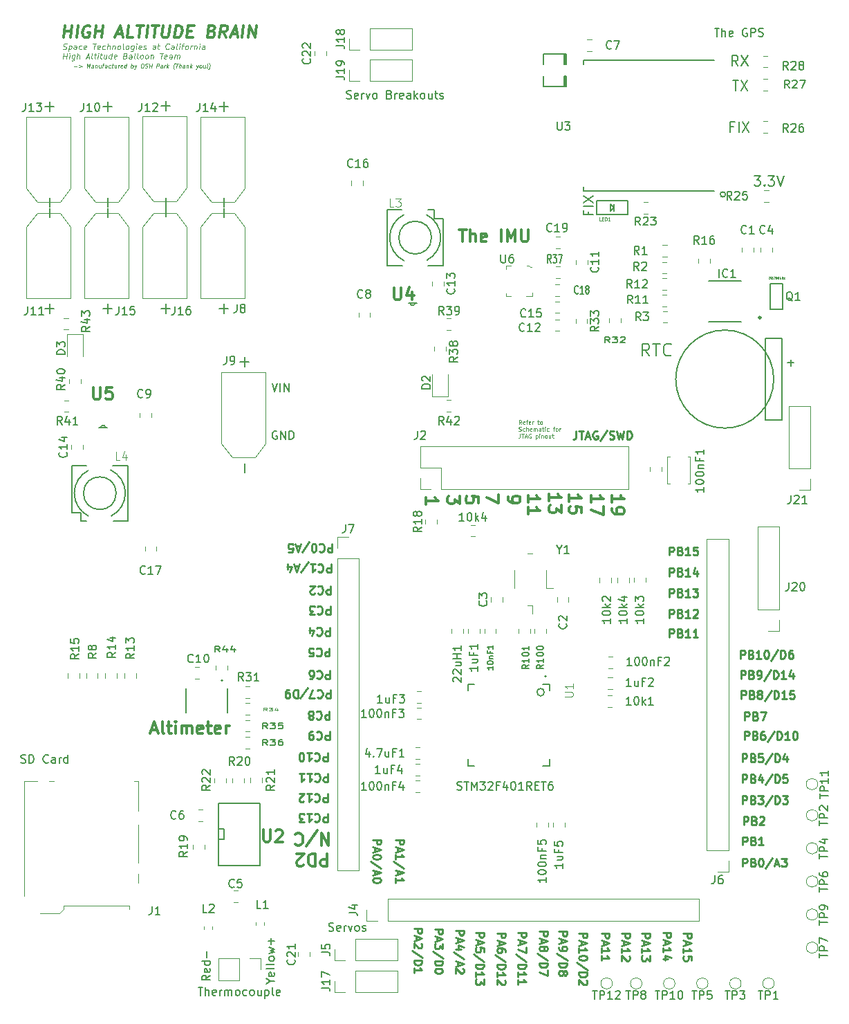
<source format=gbr>
G04 #@! TF.GenerationSoftware,KiCad,Pcbnew,5.0.2-bee76a0~70~ubuntu18.04.1*
G04 #@! TF.CreationDate,2019-09-22T14:56:38-07:00*
G04 #@! TF.ProjectId,habiv-board,68616269-762d-4626-9f61-72642e6b6963,rev?*
G04 #@! TF.SameCoordinates,Original*
G04 #@! TF.FileFunction,Legend,Top*
G04 #@! TF.FilePolarity,Positive*
%FSLAX46Y46*%
G04 Gerber Fmt 4.6, Leading zero omitted, Abs format (unit mm)*
G04 Created by KiCad (PCBNEW 5.0.2-bee76a0~70~ubuntu18.04.1) date Sun 22 Sep 2019 02:56:38 PM PDT*
%MOMM*%
%LPD*%
G01*
G04 APERTURE LIST*
%ADD10C,0.300000*%
%ADD11C,0.100000*%
%ADD12C,0.200000*%
%ADD13C,0.190500*%
%ADD14C,0.150000*%
%ADD15C,0.250000*%
%ADD16C,0.120000*%
%ADD17C,0.127000*%
%ADD18C,0.203200*%
%ADD19C,0.152400*%
%ADD20C,0.144780*%
%ADD21C,0.057912*%
%ADD22C,0.062500*%
%ADD23C,0.050000*%
G04 APERTURE END LIST*
D10*
X87429642Y-12028571D02*
X87617142Y-10528571D01*
X87527857Y-11242857D02*
X88385000Y-11242857D01*
X88286785Y-12028571D02*
X88474285Y-10528571D01*
X89001071Y-12028571D02*
X89188571Y-10528571D01*
X90679642Y-10600000D02*
X90545714Y-10528571D01*
X90331428Y-10528571D01*
X90108214Y-10600000D01*
X89947500Y-10742857D01*
X89858214Y-10885714D01*
X89751071Y-11171428D01*
X89724285Y-11385714D01*
X89760000Y-11671428D01*
X89813571Y-11814285D01*
X89938571Y-11957142D01*
X90143928Y-12028571D01*
X90286785Y-12028571D01*
X90510000Y-11957142D01*
X90590357Y-11885714D01*
X90652857Y-11385714D01*
X90367142Y-11385714D01*
X91215357Y-12028571D02*
X91402857Y-10528571D01*
X91313571Y-11242857D02*
X92170714Y-11242857D01*
X92072500Y-12028571D02*
X92260000Y-10528571D01*
X93911785Y-11600000D02*
X94626071Y-11600000D01*
X93715357Y-12028571D02*
X94402857Y-10528571D01*
X94715357Y-12028571D01*
X95929642Y-12028571D02*
X95215357Y-12028571D01*
X95402857Y-10528571D01*
X96402857Y-10528571D02*
X97260000Y-10528571D01*
X96643928Y-12028571D02*
X96831428Y-10528571D01*
X97572500Y-12028571D02*
X97760000Y-10528571D01*
X98260000Y-10528571D02*
X99117142Y-10528571D01*
X98501071Y-12028571D02*
X98688571Y-10528571D01*
X99617142Y-10528571D02*
X99465357Y-11742857D01*
X99518928Y-11885714D01*
X99581428Y-11957142D01*
X99715357Y-12028571D01*
X100001071Y-12028571D01*
X100152857Y-11957142D01*
X100233214Y-11885714D01*
X100322500Y-11742857D01*
X100474285Y-10528571D01*
X101001071Y-12028571D02*
X101188571Y-10528571D01*
X101545714Y-10528571D01*
X101751071Y-10600000D01*
X101876071Y-10742857D01*
X101929642Y-10885714D01*
X101965357Y-11171428D01*
X101938571Y-11385714D01*
X101831428Y-11671428D01*
X101742142Y-11814285D01*
X101581428Y-11957142D01*
X101358214Y-12028571D01*
X101001071Y-12028571D01*
X102599285Y-11242857D02*
X103099285Y-11242857D01*
X103215357Y-12028571D02*
X102501071Y-12028571D01*
X102688571Y-10528571D01*
X103402857Y-10528571D01*
X105599285Y-11242857D02*
X105804642Y-11314285D01*
X105867142Y-11385714D01*
X105920714Y-11528571D01*
X105893928Y-11742857D01*
X105804642Y-11885714D01*
X105724285Y-11957142D01*
X105572500Y-12028571D01*
X105001071Y-12028571D01*
X105188571Y-10528571D01*
X105688571Y-10528571D01*
X105822500Y-10600000D01*
X105885000Y-10671428D01*
X105938571Y-10814285D01*
X105920714Y-10957142D01*
X105831428Y-11100000D01*
X105751071Y-11171428D01*
X105599285Y-11242857D01*
X105099285Y-11242857D01*
X107358214Y-12028571D02*
X106947500Y-11314285D01*
X106501071Y-12028571D02*
X106688571Y-10528571D01*
X107260000Y-10528571D01*
X107393928Y-10600000D01*
X107456428Y-10671428D01*
X107510000Y-10814285D01*
X107483214Y-11028571D01*
X107393928Y-11171428D01*
X107313571Y-11242857D01*
X107161785Y-11314285D01*
X106590357Y-11314285D01*
X107983214Y-11600000D02*
X108697500Y-11600000D01*
X107786785Y-12028571D02*
X108474285Y-10528571D01*
X108786785Y-12028571D01*
X109286785Y-12028571D02*
X109474285Y-10528571D01*
X110001071Y-12028571D02*
X110188571Y-10528571D01*
X110858214Y-12028571D01*
X111045714Y-10528571D01*
D11*
X87328666Y-13424333D02*
X87424500Y-13457666D01*
X87591166Y-13457666D01*
X87662000Y-13424333D01*
X87699500Y-13391000D01*
X87741166Y-13324333D01*
X87749500Y-13257666D01*
X87724500Y-13191000D01*
X87695333Y-13157666D01*
X87632833Y-13124333D01*
X87503666Y-13091000D01*
X87441166Y-13057666D01*
X87412000Y-13024333D01*
X87387000Y-12957666D01*
X87395333Y-12891000D01*
X87437000Y-12824333D01*
X87474500Y-12791000D01*
X87545333Y-12757666D01*
X87712000Y-12757666D01*
X87807833Y-12791000D01*
X88082833Y-12991000D02*
X87995333Y-13691000D01*
X88078666Y-13024333D02*
X88149500Y-12991000D01*
X88282833Y-12991000D01*
X88345333Y-13024333D01*
X88374500Y-13057666D01*
X88399500Y-13124333D01*
X88374500Y-13324333D01*
X88332833Y-13391000D01*
X88295333Y-13424333D01*
X88224500Y-13457666D01*
X88091166Y-13457666D01*
X88028666Y-13424333D01*
X88957833Y-13457666D02*
X89003666Y-13091000D01*
X88978666Y-13024333D01*
X88916166Y-12991000D01*
X88782833Y-12991000D01*
X88712000Y-13024333D01*
X88962000Y-13424333D02*
X88891166Y-13457666D01*
X88724500Y-13457666D01*
X88662000Y-13424333D01*
X88637000Y-13357666D01*
X88645333Y-13291000D01*
X88687000Y-13224333D01*
X88757833Y-13191000D01*
X88924500Y-13191000D01*
X88995333Y-13157666D01*
X89595333Y-13424333D02*
X89524500Y-13457666D01*
X89391166Y-13457666D01*
X89328666Y-13424333D01*
X89299500Y-13391000D01*
X89274500Y-13324333D01*
X89299500Y-13124333D01*
X89341166Y-13057666D01*
X89378666Y-13024333D01*
X89449500Y-12991000D01*
X89582833Y-12991000D01*
X89645333Y-13024333D01*
X90162000Y-13424333D02*
X90091166Y-13457666D01*
X89957833Y-13457666D01*
X89895333Y-13424333D01*
X89870333Y-13357666D01*
X89903666Y-13091000D01*
X89945333Y-13024333D01*
X90016166Y-12991000D01*
X90149500Y-12991000D01*
X90212000Y-13024333D01*
X90237000Y-13091000D01*
X90228666Y-13157666D01*
X89887000Y-13224333D01*
X91012000Y-12757666D02*
X91412000Y-12757666D01*
X91124500Y-13457666D02*
X91212000Y-12757666D01*
X91828666Y-13424333D02*
X91757833Y-13457666D01*
X91624500Y-13457666D01*
X91562000Y-13424333D01*
X91537000Y-13357666D01*
X91570333Y-13091000D01*
X91612000Y-13024333D01*
X91682833Y-12991000D01*
X91816166Y-12991000D01*
X91878666Y-13024333D01*
X91903666Y-13091000D01*
X91895333Y-13157666D01*
X91553666Y-13224333D01*
X92462000Y-13424333D02*
X92391166Y-13457666D01*
X92257833Y-13457666D01*
X92195333Y-13424333D01*
X92166166Y-13391000D01*
X92141166Y-13324333D01*
X92166166Y-13124333D01*
X92207833Y-13057666D01*
X92245333Y-13024333D01*
X92316166Y-12991000D01*
X92449500Y-12991000D01*
X92512000Y-13024333D01*
X92757833Y-13457666D02*
X92845333Y-12757666D01*
X93057833Y-13457666D02*
X93103666Y-13091000D01*
X93078666Y-13024333D01*
X93016166Y-12991000D01*
X92916166Y-12991000D01*
X92845333Y-13024333D01*
X92807833Y-13057666D01*
X93449500Y-12991000D02*
X93391166Y-13457666D01*
X93441166Y-13057666D02*
X93478666Y-13024333D01*
X93549500Y-12991000D01*
X93649500Y-12991000D01*
X93712000Y-13024333D01*
X93737000Y-13091000D01*
X93691166Y-13457666D01*
X94124500Y-13457666D02*
X94062000Y-13424333D01*
X94032833Y-13391000D01*
X94007833Y-13324333D01*
X94032833Y-13124333D01*
X94074500Y-13057666D01*
X94112000Y-13024333D01*
X94182833Y-12991000D01*
X94282833Y-12991000D01*
X94345333Y-13024333D01*
X94374500Y-13057666D01*
X94399500Y-13124333D01*
X94374500Y-13324333D01*
X94332833Y-13391000D01*
X94295333Y-13424333D01*
X94224500Y-13457666D01*
X94124500Y-13457666D01*
X94757833Y-13457666D02*
X94695333Y-13424333D01*
X94670333Y-13357666D01*
X94745333Y-12757666D01*
X95124500Y-13457666D02*
X95062000Y-13424333D01*
X95032833Y-13391000D01*
X95007833Y-13324333D01*
X95032833Y-13124333D01*
X95074500Y-13057666D01*
X95112000Y-13024333D01*
X95182833Y-12991000D01*
X95282833Y-12991000D01*
X95345333Y-13024333D01*
X95374500Y-13057666D01*
X95399500Y-13124333D01*
X95374500Y-13324333D01*
X95332833Y-13391000D01*
X95295333Y-13424333D01*
X95224500Y-13457666D01*
X95124500Y-13457666D01*
X96016166Y-12991000D02*
X95945333Y-13557666D01*
X95903666Y-13624333D01*
X95866166Y-13657666D01*
X95795333Y-13691000D01*
X95695333Y-13691000D01*
X95632833Y-13657666D01*
X95962000Y-13424333D02*
X95891166Y-13457666D01*
X95757833Y-13457666D01*
X95695333Y-13424333D01*
X95666166Y-13391000D01*
X95641166Y-13324333D01*
X95666166Y-13124333D01*
X95707833Y-13057666D01*
X95745333Y-13024333D01*
X95816166Y-12991000D01*
X95949500Y-12991000D01*
X96012000Y-13024333D01*
X96291166Y-13457666D02*
X96349500Y-12991000D01*
X96378666Y-12757666D02*
X96341166Y-12791000D01*
X96370333Y-12824333D01*
X96407833Y-12791000D01*
X96378666Y-12757666D01*
X96370333Y-12824333D01*
X96895333Y-13424333D02*
X96824500Y-13457666D01*
X96691166Y-13457666D01*
X96628666Y-13424333D01*
X96603666Y-13357666D01*
X96637000Y-13091000D01*
X96678666Y-13024333D01*
X96749500Y-12991000D01*
X96882833Y-12991000D01*
X96945333Y-13024333D01*
X96970333Y-13091000D01*
X96962000Y-13157666D01*
X96620333Y-13224333D01*
X97195333Y-13424333D02*
X97257833Y-13457666D01*
X97391166Y-13457666D01*
X97462000Y-13424333D01*
X97503666Y-13357666D01*
X97507833Y-13324333D01*
X97482833Y-13257666D01*
X97420333Y-13224333D01*
X97320333Y-13224333D01*
X97257833Y-13191000D01*
X97232833Y-13124333D01*
X97237000Y-13091000D01*
X97278666Y-13024333D01*
X97349500Y-12991000D01*
X97449500Y-12991000D01*
X97512000Y-13024333D01*
X98624500Y-13457666D02*
X98670333Y-13091000D01*
X98645333Y-13024333D01*
X98582833Y-12991000D01*
X98449500Y-12991000D01*
X98378666Y-13024333D01*
X98628666Y-13424333D02*
X98557833Y-13457666D01*
X98391166Y-13457666D01*
X98328666Y-13424333D01*
X98303666Y-13357666D01*
X98312000Y-13291000D01*
X98353666Y-13224333D01*
X98424500Y-13191000D01*
X98591166Y-13191000D01*
X98662000Y-13157666D01*
X98916166Y-12991000D02*
X99182833Y-12991000D01*
X99045333Y-12757666D02*
X98970333Y-13357666D01*
X98995333Y-13424333D01*
X99057833Y-13457666D01*
X99124500Y-13457666D01*
X100299500Y-13391000D02*
X100262000Y-13424333D01*
X100157833Y-13457666D01*
X100091166Y-13457666D01*
X99995333Y-13424333D01*
X99937000Y-13357666D01*
X99912000Y-13291000D01*
X99895333Y-13157666D01*
X99907833Y-13057666D01*
X99957833Y-12924333D01*
X99999500Y-12857666D01*
X100074500Y-12791000D01*
X100178666Y-12757666D01*
X100245333Y-12757666D01*
X100341166Y-12791000D01*
X100370333Y-12824333D01*
X100891166Y-13457666D02*
X100937000Y-13091000D01*
X100912000Y-13024333D01*
X100849500Y-12991000D01*
X100716166Y-12991000D01*
X100645333Y-13024333D01*
X100895333Y-13424333D02*
X100824500Y-13457666D01*
X100657833Y-13457666D01*
X100595333Y-13424333D01*
X100570333Y-13357666D01*
X100578666Y-13291000D01*
X100620333Y-13224333D01*
X100691166Y-13191000D01*
X100857833Y-13191000D01*
X100928666Y-13157666D01*
X101324500Y-13457666D02*
X101262000Y-13424333D01*
X101237000Y-13357666D01*
X101312000Y-12757666D01*
X101591166Y-13457666D02*
X101649500Y-12991000D01*
X101678666Y-12757666D02*
X101641166Y-12791000D01*
X101670333Y-12824333D01*
X101707833Y-12791000D01*
X101678666Y-12757666D01*
X101670333Y-12824333D01*
X101882833Y-12991000D02*
X102149500Y-12991000D01*
X101924500Y-13457666D02*
X101999500Y-12857666D01*
X102041166Y-12791000D01*
X102112000Y-12757666D01*
X102178666Y-12757666D01*
X102424500Y-13457666D02*
X102362000Y-13424333D01*
X102332833Y-13391000D01*
X102307833Y-13324333D01*
X102332833Y-13124333D01*
X102374500Y-13057666D01*
X102412000Y-13024333D01*
X102482833Y-12991000D01*
X102582833Y-12991000D01*
X102645333Y-13024333D01*
X102674500Y-13057666D01*
X102699500Y-13124333D01*
X102674500Y-13324333D01*
X102632833Y-13391000D01*
X102595333Y-13424333D01*
X102524500Y-13457666D01*
X102424500Y-13457666D01*
X102957833Y-13457666D02*
X103016166Y-12991000D01*
X102999500Y-13124333D02*
X103041166Y-13057666D01*
X103078666Y-13024333D01*
X103149500Y-12991000D01*
X103216166Y-12991000D01*
X103449500Y-12991000D02*
X103391166Y-13457666D01*
X103441166Y-13057666D02*
X103478666Y-13024333D01*
X103549500Y-12991000D01*
X103649500Y-12991000D01*
X103712000Y-13024333D01*
X103737000Y-13091000D01*
X103691166Y-13457666D01*
X104024500Y-13457666D02*
X104082833Y-12991000D01*
X104112000Y-12757666D02*
X104074500Y-12791000D01*
X104103666Y-12824333D01*
X104141166Y-12791000D01*
X104112000Y-12757666D01*
X104103666Y-12824333D01*
X104657833Y-13457666D02*
X104703666Y-13091000D01*
X104678666Y-13024333D01*
X104616166Y-12991000D01*
X104482833Y-12991000D01*
X104412000Y-13024333D01*
X104662000Y-13424333D02*
X104591166Y-13457666D01*
X104424500Y-13457666D01*
X104362000Y-13424333D01*
X104337000Y-13357666D01*
X104345333Y-13291000D01*
X104387000Y-13224333D01*
X104457833Y-13191000D01*
X104624500Y-13191000D01*
X104695333Y-13157666D01*
X87357833Y-14607666D02*
X87445333Y-13907666D01*
X87403666Y-14241000D02*
X87803666Y-14241000D01*
X87757833Y-14607666D02*
X87845333Y-13907666D01*
X88091166Y-14607666D02*
X88149500Y-14141000D01*
X88178666Y-13907666D02*
X88141166Y-13941000D01*
X88170333Y-13974333D01*
X88207833Y-13941000D01*
X88178666Y-13907666D01*
X88170333Y-13974333D01*
X88782833Y-14141000D02*
X88712000Y-14707666D01*
X88670333Y-14774333D01*
X88632833Y-14807666D01*
X88562000Y-14841000D01*
X88462000Y-14841000D01*
X88399500Y-14807666D01*
X88728666Y-14574333D02*
X88657833Y-14607666D01*
X88524500Y-14607666D01*
X88462000Y-14574333D01*
X88432833Y-14541000D01*
X88407833Y-14474333D01*
X88432833Y-14274333D01*
X88474500Y-14207666D01*
X88512000Y-14174333D01*
X88582833Y-14141000D01*
X88716166Y-14141000D01*
X88778666Y-14174333D01*
X89057833Y-14607666D02*
X89145333Y-13907666D01*
X89357833Y-14607666D02*
X89403666Y-14241000D01*
X89378666Y-14174333D01*
X89316166Y-14141000D01*
X89216166Y-14141000D01*
X89145333Y-14174333D01*
X89107833Y-14207666D01*
X90216166Y-14407666D02*
X90549500Y-14407666D01*
X90124500Y-14607666D02*
X90445333Y-13907666D01*
X90591166Y-14607666D01*
X90924500Y-14607666D02*
X90862000Y-14574333D01*
X90837000Y-14507666D01*
X90912000Y-13907666D01*
X91149500Y-14141000D02*
X91416166Y-14141000D01*
X91278666Y-13907666D02*
X91203666Y-14507666D01*
X91228666Y-14574333D01*
X91291166Y-14607666D01*
X91357833Y-14607666D01*
X91591166Y-14607666D02*
X91649500Y-14141000D01*
X91678666Y-13907666D02*
X91641166Y-13941000D01*
X91670333Y-13974333D01*
X91707833Y-13941000D01*
X91678666Y-13907666D01*
X91670333Y-13974333D01*
X91882833Y-14141000D02*
X92149500Y-14141000D01*
X92012000Y-13907666D02*
X91937000Y-14507666D01*
X91962000Y-14574333D01*
X92024500Y-14607666D01*
X92091166Y-14607666D01*
X92682833Y-14141000D02*
X92624500Y-14607666D01*
X92382833Y-14141000D02*
X92337000Y-14507666D01*
X92362000Y-14574333D01*
X92424500Y-14607666D01*
X92524500Y-14607666D01*
X92595333Y-14574333D01*
X92632833Y-14541000D01*
X93257833Y-14607666D02*
X93345333Y-13907666D01*
X93262000Y-14574333D02*
X93191166Y-14607666D01*
X93057833Y-14607666D01*
X92995333Y-14574333D01*
X92966166Y-14541000D01*
X92941166Y-14474333D01*
X92966166Y-14274333D01*
X93007833Y-14207666D01*
X93045333Y-14174333D01*
X93116166Y-14141000D01*
X93249500Y-14141000D01*
X93312000Y-14174333D01*
X93862000Y-14574333D02*
X93791166Y-14607666D01*
X93657833Y-14607666D01*
X93595333Y-14574333D01*
X93570333Y-14507666D01*
X93603666Y-14241000D01*
X93645333Y-14174333D01*
X93716166Y-14141000D01*
X93849500Y-14141000D01*
X93912000Y-14174333D01*
X93937000Y-14241000D01*
X93928666Y-14307666D01*
X93587000Y-14374333D01*
X95003666Y-14241000D02*
X95099500Y-14274333D01*
X95128666Y-14307666D01*
X95153666Y-14374333D01*
X95141166Y-14474333D01*
X95099500Y-14541000D01*
X95062000Y-14574333D01*
X94991166Y-14607666D01*
X94724500Y-14607666D01*
X94812000Y-13907666D01*
X95045333Y-13907666D01*
X95107833Y-13941000D01*
X95137000Y-13974333D01*
X95162000Y-14041000D01*
X95153666Y-14107666D01*
X95112000Y-14174333D01*
X95074500Y-14207666D01*
X95003666Y-14241000D01*
X94770333Y-14241000D01*
X95724500Y-14607666D02*
X95770333Y-14241000D01*
X95745333Y-14174333D01*
X95682833Y-14141000D01*
X95549500Y-14141000D01*
X95478666Y-14174333D01*
X95728666Y-14574333D02*
X95657833Y-14607666D01*
X95491166Y-14607666D01*
X95428666Y-14574333D01*
X95403666Y-14507666D01*
X95412000Y-14441000D01*
X95453666Y-14374333D01*
X95524500Y-14341000D01*
X95691166Y-14341000D01*
X95762000Y-14307666D01*
X96157833Y-14607666D02*
X96095333Y-14574333D01*
X96070333Y-14507666D01*
X96145333Y-13907666D01*
X96524500Y-14607666D02*
X96462000Y-14574333D01*
X96437000Y-14507666D01*
X96512000Y-13907666D01*
X96891166Y-14607666D02*
X96828666Y-14574333D01*
X96799500Y-14541000D01*
X96774500Y-14474333D01*
X96799500Y-14274333D01*
X96841166Y-14207666D01*
X96878666Y-14174333D01*
X96949500Y-14141000D01*
X97049500Y-14141000D01*
X97112000Y-14174333D01*
X97141166Y-14207666D01*
X97166166Y-14274333D01*
X97141166Y-14474333D01*
X97099500Y-14541000D01*
X97062000Y-14574333D01*
X96991166Y-14607666D01*
X96891166Y-14607666D01*
X97524500Y-14607666D02*
X97462000Y-14574333D01*
X97432833Y-14541000D01*
X97407833Y-14474333D01*
X97432833Y-14274333D01*
X97474500Y-14207666D01*
X97512000Y-14174333D01*
X97582833Y-14141000D01*
X97682833Y-14141000D01*
X97745333Y-14174333D01*
X97774500Y-14207666D01*
X97799500Y-14274333D01*
X97774500Y-14474333D01*
X97732833Y-14541000D01*
X97695333Y-14574333D01*
X97624500Y-14607666D01*
X97524500Y-14607666D01*
X98116166Y-14141000D02*
X98057833Y-14607666D01*
X98107833Y-14207666D02*
X98145333Y-14174333D01*
X98216166Y-14141000D01*
X98316166Y-14141000D01*
X98378666Y-14174333D01*
X98403666Y-14241000D01*
X98357833Y-14607666D01*
X99212000Y-13907666D02*
X99612000Y-13907666D01*
X99324500Y-14607666D02*
X99412000Y-13907666D01*
X100028666Y-14574333D02*
X99957833Y-14607666D01*
X99824500Y-14607666D01*
X99762000Y-14574333D01*
X99737000Y-14507666D01*
X99770333Y-14241000D01*
X99812000Y-14174333D01*
X99882833Y-14141000D01*
X100016166Y-14141000D01*
X100078666Y-14174333D01*
X100103666Y-14241000D01*
X100095333Y-14307666D01*
X99753666Y-14374333D01*
X100657833Y-14607666D02*
X100703666Y-14241000D01*
X100678666Y-14174333D01*
X100616166Y-14141000D01*
X100482833Y-14141000D01*
X100412000Y-14174333D01*
X100662000Y-14574333D02*
X100591166Y-14607666D01*
X100424500Y-14607666D01*
X100362000Y-14574333D01*
X100337000Y-14507666D01*
X100345333Y-14441000D01*
X100387000Y-14374333D01*
X100457833Y-14341000D01*
X100624500Y-14341000D01*
X100695333Y-14307666D01*
X100991166Y-14607666D02*
X101049500Y-14141000D01*
X101041166Y-14207666D02*
X101078666Y-14174333D01*
X101149500Y-14141000D01*
X101249500Y-14141000D01*
X101312000Y-14174333D01*
X101337000Y-14241000D01*
X101291166Y-14607666D01*
X101337000Y-14241000D02*
X101378666Y-14174333D01*
X101449500Y-14141000D01*
X101549500Y-14141000D01*
X101612000Y-14174333D01*
X101637000Y-14241000D01*
X101591166Y-14607666D01*
X88666452Y-15529714D02*
X89047404Y-15529714D01*
X89303357Y-15386857D02*
X89666452Y-15529714D01*
X89267642Y-15672571D01*
X90261690Y-15720190D02*
X90324190Y-15220190D01*
X90446214Y-15577333D01*
X90657523Y-15220190D01*
X90595023Y-15720190D01*
X91047404Y-15720190D02*
X91080142Y-15458285D01*
X91062285Y-15410666D01*
X91017642Y-15386857D01*
X90922404Y-15386857D01*
X90871809Y-15410666D01*
X91050380Y-15696380D02*
X90999785Y-15720190D01*
X90880738Y-15720190D01*
X90836095Y-15696380D01*
X90818238Y-15648761D01*
X90824190Y-15601142D01*
X90853952Y-15553523D01*
X90904547Y-15529714D01*
X91023595Y-15529714D01*
X91074190Y-15505904D01*
X91327166Y-15386857D02*
X91285500Y-15720190D01*
X91321214Y-15434476D02*
X91348000Y-15410666D01*
X91398595Y-15386857D01*
X91470023Y-15386857D01*
X91514666Y-15410666D01*
X91532523Y-15458285D01*
X91499785Y-15720190D01*
X91993833Y-15386857D02*
X91952166Y-15720190D01*
X91779547Y-15386857D02*
X91746809Y-15648761D01*
X91764666Y-15696380D01*
X91809309Y-15720190D01*
X91880738Y-15720190D01*
X91931333Y-15696380D01*
X91958119Y-15672571D01*
X92160500Y-15386857D02*
X92350976Y-15386857D01*
X92190261Y-15720190D02*
X92243833Y-15291619D01*
X92273595Y-15244000D01*
X92324190Y-15220190D01*
X92371809Y-15220190D01*
X92690261Y-15720190D02*
X92723000Y-15458285D01*
X92705142Y-15410666D01*
X92660500Y-15386857D01*
X92565261Y-15386857D01*
X92514666Y-15410666D01*
X92693238Y-15696380D02*
X92642642Y-15720190D01*
X92523595Y-15720190D01*
X92478952Y-15696380D01*
X92461095Y-15648761D01*
X92467047Y-15601142D01*
X92496809Y-15553523D01*
X92547404Y-15529714D01*
X92666452Y-15529714D01*
X92717047Y-15505904D01*
X93145619Y-15696380D02*
X93095023Y-15720190D01*
X92999785Y-15720190D01*
X92955142Y-15696380D01*
X92934309Y-15672571D01*
X92916452Y-15624952D01*
X92934309Y-15482095D01*
X92964071Y-15434476D01*
X92990857Y-15410666D01*
X93041452Y-15386857D01*
X93136690Y-15386857D01*
X93181333Y-15410666D01*
X93327166Y-15386857D02*
X93517642Y-15386857D01*
X93419428Y-15220190D02*
X93365857Y-15648761D01*
X93383714Y-15696380D01*
X93428357Y-15720190D01*
X93475976Y-15720190D01*
X93898595Y-15386857D02*
X93856928Y-15720190D01*
X93684309Y-15386857D02*
X93651571Y-15648761D01*
X93669428Y-15696380D01*
X93714071Y-15720190D01*
X93785500Y-15720190D01*
X93836095Y-15696380D01*
X93862880Y-15672571D01*
X94095023Y-15720190D02*
X94136690Y-15386857D01*
X94124785Y-15482095D02*
X94154547Y-15434476D01*
X94181333Y-15410666D01*
X94231928Y-15386857D01*
X94279547Y-15386857D01*
X94598000Y-15696380D02*
X94547404Y-15720190D01*
X94452166Y-15720190D01*
X94407523Y-15696380D01*
X94389666Y-15648761D01*
X94413476Y-15458285D01*
X94443238Y-15410666D01*
X94493833Y-15386857D01*
X94589071Y-15386857D01*
X94633714Y-15410666D01*
X94651571Y-15458285D01*
X94645619Y-15505904D01*
X94401571Y-15553523D01*
X95047404Y-15720190D02*
X95109904Y-15220190D01*
X95050380Y-15696380D02*
X94999785Y-15720190D01*
X94904547Y-15720190D01*
X94859904Y-15696380D01*
X94839071Y-15672571D01*
X94821214Y-15624952D01*
X94839071Y-15482095D01*
X94868833Y-15434476D01*
X94895619Y-15410666D01*
X94946214Y-15386857D01*
X95041452Y-15386857D01*
X95086095Y-15410666D01*
X95666452Y-15720190D02*
X95728952Y-15220190D01*
X95705142Y-15410666D02*
X95755738Y-15386857D01*
X95850976Y-15386857D01*
X95895619Y-15410666D01*
X95916452Y-15434476D01*
X95934309Y-15482095D01*
X95916452Y-15624952D01*
X95886690Y-15672571D01*
X95859904Y-15696380D01*
X95809309Y-15720190D01*
X95714071Y-15720190D01*
X95669428Y-15696380D01*
X96112880Y-15386857D02*
X96190261Y-15720190D01*
X96350976Y-15386857D02*
X96190261Y-15720190D01*
X96127761Y-15839238D01*
X96100976Y-15863047D01*
X96050380Y-15886857D01*
X97038476Y-15220190D02*
X97133714Y-15220190D01*
X97178357Y-15244000D01*
X97220023Y-15291619D01*
X97231928Y-15386857D01*
X97211095Y-15553523D01*
X97175380Y-15648761D01*
X97121809Y-15696380D01*
X97071214Y-15720190D01*
X96975976Y-15720190D01*
X96931333Y-15696380D01*
X96889666Y-15648761D01*
X96877761Y-15553523D01*
X96898595Y-15386857D01*
X96934309Y-15291619D01*
X96987880Y-15244000D01*
X97038476Y-15220190D01*
X97383714Y-15696380D02*
X97452166Y-15720190D01*
X97571214Y-15720190D01*
X97621809Y-15696380D01*
X97648595Y-15672571D01*
X97678357Y-15624952D01*
X97684309Y-15577333D01*
X97666452Y-15529714D01*
X97645619Y-15505904D01*
X97600976Y-15482095D01*
X97508714Y-15458285D01*
X97464071Y-15434476D01*
X97443238Y-15410666D01*
X97425380Y-15363047D01*
X97431333Y-15315428D01*
X97461095Y-15267809D01*
X97487880Y-15244000D01*
X97538476Y-15220190D01*
X97657523Y-15220190D01*
X97725976Y-15244000D01*
X97880738Y-15720190D02*
X97943238Y-15220190D01*
X97913476Y-15458285D02*
X98199190Y-15458285D01*
X98166452Y-15720190D02*
X98228952Y-15220190D01*
X98785500Y-15720190D02*
X98848000Y-15220190D01*
X99038476Y-15220190D01*
X99083119Y-15244000D01*
X99103952Y-15267809D01*
X99121809Y-15315428D01*
X99112880Y-15386857D01*
X99083119Y-15434476D01*
X99056333Y-15458285D01*
X99005738Y-15482095D01*
X98815261Y-15482095D01*
X99499785Y-15720190D02*
X99532523Y-15458285D01*
X99514666Y-15410666D01*
X99470023Y-15386857D01*
X99374785Y-15386857D01*
X99324190Y-15410666D01*
X99502761Y-15696380D02*
X99452166Y-15720190D01*
X99333119Y-15720190D01*
X99288476Y-15696380D01*
X99270619Y-15648761D01*
X99276571Y-15601142D01*
X99306333Y-15553523D01*
X99356928Y-15529714D01*
X99475976Y-15529714D01*
X99526571Y-15505904D01*
X99737880Y-15720190D02*
X99779547Y-15386857D01*
X99767642Y-15482095D02*
X99797404Y-15434476D01*
X99824190Y-15410666D01*
X99874785Y-15386857D01*
X99922404Y-15386857D01*
X100047404Y-15720190D02*
X100109904Y-15220190D01*
X100118833Y-15529714D02*
X100237880Y-15720190D01*
X100279547Y-15386857D02*
X100065261Y-15577333D01*
X100952166Y-15910666D02*
X100931333Y-15886857D01*
X100892642Y-15815428D01*
X100874785Y-15767809D01*
X100859904Y-15696380D01*
X100850976Y-15577333D01*
X100862880Y-15482095D01*
X100901571Y-15363047D01*
X100934309Y-15291619D01*
X100964071Y-15244000D01*
X101020619Y-15172571D01*
X101047404Y-15148761D01*
X101157523Y-15220190D02*
X101443238Y-15220190D01*
X101237880Y-15720190D02*
X101300380Y-15220190D01*
X101547404Y-15720190D02*
X101609904Y-15220190D01*
X101761690Y-15720190D02*
X101794428Y-15458285D01*
X101776571Y-15410666D01*
X101731928Y-15386857D01*
X101660500Y-15386857D01*
X101609904Y-15410666D01*
X101583119Y-15434476D01*
X102214071Y-15720190D02*
X102246809Y-15458285D01*
X102228952Y-15410666D01*
X102184309Y-15386857D01*
X102089071Y-15386857D01*
X102038476Y-15410666D01*
X102217047Y-15696380D02*
X102166452Y-15720190D01*
X102047404Y-15720190D01*
X102002761Y-15696380D01*
X101984904Y-15648761D01*
X101990857Y-15601142D01*
X102020619Y-15553523D01*
X102071214Y-15529714D01*
X102190261Y-15529714D01*
X102240857Y-15505904D01*
X102493833Y-15386857D02*
X102452166Y-15720190D01*
X102487880Y-15434476D02*
X102514666Y-15410666D01*
X102565261Y-15386857D01*
X102636690Y-15386857D01*
X102681333Y-15410666D01*
X102699190Y-15458285D01*
X102666452Y-15720190D01*
X102904547Y-15720190D02*
X102967047Y-15220190D01*
X102975976Y-15529714D02*
X103095023Y-15720190D01*
X103136690Y-15386857D02*
X102922404Y-15577333D01*
X103684309Y-15386857D02*
X103761690Y-15720190D01*
X103922404Y-15386857D02*
X103761690Y-15720190D01*
X103699190Y-15839238D01*
X103672404Y-15863047D01*
X103621809Y-15886857D01*
X104142642Y-15720190D02*
X104097999Y-15696380D01*
X104077166Y-15672571D01*
X104059309Y-15624952D01*
X104077166Y-15482095D01*
X104106928Y-15434476D01*
X104133714Y-15410666D01*
X104184309Y-15386857D01*
X104255738Y-15386857D01*
X104300380Y-15410666D01*
X104321214Y-15434476D01*
X104339071Y-15482095D01*
X104321214Y-15624952D01*
X104291452Y-15672571D01*
X104264666Y-15696380D01*
X104214071Y-15720190D01*
X104142642Y-15720190D01*
X104779547Y-15386857D02*
X104737880Y-15720190D01*
X104565261Y-15386857D02*
X104532523Y-15648761D01*
X104550380Y-15696380D01*
X104595023Y-15720190D01*
X104666452Y-15720190D01*
X104717047Y-15696380D01*
X104743833Y-15672571D01*
X104981928Y-15672571D02*
X105002761Y-15696380D01*
X104975976Y-15720190D01*
X104955142Y-15696380D01*
X104981928Y-15672571D01*
X104975976Y-15720190D01*
X104999785Y-15529714D02*
X105011690Y-15244000D01*
X105038476Y-15220190D01*
X105059309Y-15244000D01*
X104999785Y-15529714D01*
X105038476Y-15220190D01*
X105142642Y-15910666D02*
X105169428Y-15886857D01*
X105225976Y-15815428D01*
X105255738Y-15767809D01*
X105288476Y-15696380D01*
X105327166Y-15577333D01*
X105339071Y-15482095D01*
X105330142Y-15363047D01*
X105315261Y-15291619D01*
X105297404Y-15244000D01*
X105258714Y-15172571D01*
X105237880Y-15148761D01*
D10*
X98155714Y-96770000D02*
X98870000Y-96770000D01*
X98012857Y-97198571D02*
X98512857Y-95698571D01*
X99012857Y-97198571D01*
X99727142Y-97198571D02*
X99584285Y-97127142D01*
X99512857Y-96984285D01*
X99512857Y-95698571D01*
X100084285Y-96198571D02*
X100655714Y-96198571D01*
X100298571Y-95698571D02*
X100298571Y-96984285D01*
X100370000Y-97127142D01*
X100512857Y-97198571D01*
X100655714Y-97198571D01*
X101155714Y-97198571D02*
X101155714Y-96198571D01*
X101155714Y-95698571D02*
X101084285Y-95770000D01*
X101155714Y-95841428D01*
X101227142Y-95770000D01*
X101155714Y-95698571D01*
X101155714Y-95841428D01*
X101870000Y-97198571D02*
X101870000Y-96198571D01*
X101870000Y-96341428D02*
X101941428Y-96270000D01*
X102084285Y-96198571D01*
X102298571Y-96198571D01*
X102441428Y-96270000D01*
X102512857Y-96412857D01*
X102512857Y-97198571D01*
X102512857Y-96412857D02*
X102584285Y-96270000D01*
X102727142Y-96198571D01*
X102941428Y-96198571D01*
X103084285Y-96270000D01*
X103155714Y-96412857D01*
X103155714Y-97198571D01*
X104441428Y-97127142D02*
X104298571Y-97198571D01*
X104012857Y-97198571D01*
X103870000Y-97127142D01*
X103798571Y-96984285D01*
X103798571Y-96412857D01*
X103870000Y-96270000D01*
X104012857Y-96198571D01*
X104298571Y-96198571D01*
X104441428Y-96270000D01*
X104512857Y-96412857D01*
X104512857Y-96555714D01*
X103798571Y-96698571D01*
X104941428Y-96198571D02*
X105512857Y-96198571D01*
X105155714Y-95698571D02*
X105155714Y-96984285D01*
X105227142Y-97127142D01*
X105370000Y-97198571D01*
X105512857Y-97198571D01*
X106584285Y-97127142D02*
X106441428Y-97198571D01*
X106155714Y-97198571D01*
X106012857Y-97127142D01*
X105941428Y-96984285D01*
X105941428Y-96412857D01*
X106012857Y-96270000D01*
X106155714Y-96198571D01*
X106441428Y-96198571D01*
X106584285Y-96270000D01*
X106655714Y-96412857D01*
X106655714Y-96555714D01*
X105941428Y-96698571D01*
X107298571Y-97198571D02*
X107298571Y-96198571D01*
X107298571Y-96484285D02*
X107370000Y-96341428D01*
X107441428Y-96270000D01*
X107584285Y-96198571D01*
X107727142Y-96198571D01*
D12*
X103894571Y-128230380D02*
X104466000Y-128230380D01*
X104180285Y-129230380D02*
X104180285Y-128230380D01*
X104799333Y-129230380D02*
X104799333Y-128230380D01*
X105227904Y-129230380D02*
X105227904Y-128706571D01*
X105180285Y-128611333D01*
X105085047Y-128563714D01*
X104942190Y-128563714D01*
X104846952Y-128611333D01*
X104799333Y-128658952D01*
X106085047Y-129182761D02*
X105989809Y-129230380D01*
X105799333Y-129230380D01*
X105704095Y-129182761D01*
X105656476Y-129087523D01*
X105656476Y-128706571D01*
X105704095Y-128611333D01*
X105799333Y-128563714D01*
X105989809Y-128563714D01*
X106085047Y-128611333D01*
X106132666Y-128706571D01*
X106132666Y-128801809D01*
X105656476Y-128897047D01*
X106561238Y-129230380D02*
X106561238Y-128563714D01*
X106561238Y-128754190D02*
X106608857Y-128658952D01*
X106656476Y-128611333D01*
X106751714Y-128563714D01*
X106846952Y-128563714D01*
X107180285Y-129230380D02*
X107180285Y-128563714D01*
X107180285Y-128658952D02*
X107227904Y-128611333D01*
X107323142Y-128563714D01*
X107466000Y-128563714D01*
X107561238Y-128611333D01*
X107608857Y-128706571D01*
X107608857Y-129230380D01*
X107608857Y-128706571D02*
X107656476Y-128611333D01*
X107751714Y-128563714D01*
X107894571Y-128563714D01*
X107989809Y-128611333D01*
X108037428Y-128706571D01*
X108037428Y-129230380D01*
X108656476Y-129230380D02*
X108561238Y-129182761D01*
X108513619Y-129135142D01*
X108466000Y-129039904D01*
X108466000Y-128754190D01*
X108513619Y-128658952D01*
X108561238Y-128611333D01*
X108656476Y-128563714D01*
X108799333Y-128563714D01*
X108894571Y-128611333D01*
X108942190Y-128658952D01*
X108989809Y-128754190D01*
X108989809Y-129039904D01*
X108942190Y-129135142D01*
X108894571Y-129182761D01*
X108799333Y-129230380D01*
X108656476Y-129230380D01*
X109846952Y-129182761D02*
X109751714Y-129230380D01*
X109561238Y-129230380D01*
X109466000Y-129182761D01*
X109418380Y-129135142D01*
X109370761Y-129039904D01*
X109370761Y-128754190D01*
X109418380Y-128658952D01*
X109466000Y-128611333D01*
X109561238Y-128563714D01*
X109751714Y-128563714D01*
X109846952Y-128611333D01*
X110418380Y-129230380D02*
X110323142Y-129182761D01*
X110275523Y-129135142D01*
X110227904Y-129039904D01*
X110227904Y-128754190D01*
X110275523Y-128658952D01*
X110323142Y-128611333D01*
X110418380Y-128563714D01*
X110561238Y-128563714D01*
X110656476Y-128611333D01*
X110704095Y-128658952D01*
X110751714Y-128754190D01*
X110751714Y-129039904D01*
X110704095Y-129135142D01*
X110656476Y-129182761D01*
X110561238Y-129230380D01*
X110418380Y-129230380D01*
X111608857Y-128563714D02*
X111608857Y-129230380D01*
X111180285Y-128563714D02*
X111180285Y-129087523D01*
X111227904Y-129182761D01*
X111323142Y-129230380D01*
X111466000Y-129230380D01*
X111561238Y-129182761D01*
X111608857Y-129135142D01*
X112085047Y-128563714D02*
X112085047Y-129563714D01*
X112085047Y-128611333D02*
X112180285Y-128563714D01*
X112370761Y-128563714D01*
X112466000Y-128611333D01*
X112513619Y-128658952D01*
X112561238Y-128754190D01*
X112561238Y-129039904D01*
X112513619Y-129135142D01*
X112466000Y-129182761D01*
X112370761Y-129230380D01*
X112180285Y-129230380D01*
X112085047Y-129182761D01*
X113132666Y-129230380D02*
X113037428Y-129182761D01*
X112989809Y-129087523D01*
X112989809Y-128230380D01*
X113894571Y-129182761D02*
X113799333Y-129230380D01*
X113608857Y-129230380D01*
X113513619Y-129182761D01*
X113466000Y-129087523D01*
X113466000Y-128706571D01*
X113513619Y-128611333D01*
X113608857Y-128563714D01*
X113799333Y-128563714D01*
X113894571Y-128611333D01*
X113942190Y-128706571D01*
X113942190Y-128801809D01*
X113466000Y-128897047D01*
D10*
X135886571Y-35500571D02*
X136743714Y-35500571D01*
X136315142Y-37000571D02*
X136315142Y-35500571D01*
X137243714Y-37000571D02*
X137243714Y-35500571D01*
X137886571Y-37000571D02*
X137886571Y-36214857D01*
X137815142Y-36072000D01*
X137672285Y-36000571D01*
X137458000Y-36000571D01*
X137315142Y-36072000D01*
X137243714Y-36143428D01*
X139172285Y-36929142D02*
X139029428Y-37000571D01*
X138743714Y-37000571D01*
X138600857Y-36929142D01*
X138529428Y-36786285D01*
X138529428Y-36214857D01*
X138600857Y-36072000D01*
X138743714Y-36000571D01*
X139029428Y-36000571D01*
X139172285Y-36072000D01*
X139243714Y-36214857D01*
X139243714Y-36357714D01*
X138529428Y-36500571D01*
X141029428Y-37000571D02*
X141029428Y-35500571D01*
X141743714Y-37000571D02*
X141743714Y-35500571D01*
X142243714Y-36572000D01*
X142743714Y-35500571D01*
X142743714Y-37000571D01*
X143458000Y-35500571D02*
X143458000Y-36714857D01*
X143529428Y-36857714D01*
X143600857Y-36929142D01*
X143743714Y-37000571D01*
X144029428Y-37000571D01*
X144172285Y-36929142D01*
X144243714Y-36857714D01*
X144315142Y-36714857D01*
X144315142Y-35500571D01*
D12*
X167156190Y-10882380D02*
X167727619Y-10882380D01*
X167441904Y-11882380D02*
X167441904Y-10882380D01*
X168060952Y-11882380D02*
X168060952Y-10882380D01*
X168489523Y-11882380D02*
X168489523Y-11358571D01*
X168441904Y-11263333D01*
X168346666Y-11215714D01*
X168203809Y-11215714D01*
X168108571Y-11263333D01*
X168060952Y-11310952D01*
X169346666Y-11834761D02*
X169251428Y-11882380D01*
X169060952Y-11882380D01*
X168965714Y-11834761D01*
X168918095Y-11739523D01*
X168918095Y-11358571D01*
X168965714Y-11263333D01*
X169060952Y-11215714D01*
X169251428Y-11215714D01*
X169346666Y-11263333D01*
X169394285Y-11358571D01*
X169394285Y-11453809D01*
X168918095Y-11549047D01*
X171108571Y-10930000D02*
X171013333Y-10882380D01*
X170870476Y-10882380D01*
X170727619Y-10930000D01*
X170632380Y-11025238D01*
X170584761Y-11120476D01*
X170537142Y-11310952D01*
X170537142Y-11453809D01*
X170584761Y-11644285D01*
X170632380Y-11739523D01*
X170727619Y-11834761D01*
X170870476Y-11882380D01*
X170965714Y-11882380D01*
X171108571Y-11834761D01*
X171156190Y-11787142D01*
X171156190Y-11453809D01*
X170965714Y-11453809D01*
X171584761Y-11882380D02*
X171584761Y-10882380D01*
X171965714Y-10882380D01*
X172060952Y-10930000D01*
X172108571Y-10977619D01*
X172156190Y-11072857D01*
X172156190Y-11215714D01*
X172108571Y-11310952D01*
X172060952Y-11358571D01*
X171965714Y-11406190D01*
X171584761Y-11406190D01*
X172537142Y-11834761D02*
X172680000Y-11882380D01*
X172918095Y-11882380D01*
X173013333Y-11834761D01*
X173060952Y-11787142D01*
X173108571Y-11691904D01*
X173108571Y-11596666D01*
X173060952Y-11501428D01*
X173013333Y-11453809D01*
X172918095Y-11406190D01*
X172727619Y-11358571D01*
X172632380Y-11310952D01*
X172584761Y-11263333D01*
X172537142Y-11168095D01*
X172537142Y-11072857D01*
X172584761Y-10977619D01*
X172632380Y-10930000D01*
X172727619Y-10882380D01*
X172965714Y-10882380D01*
X173108571Y-10930000D01*
X119912095Y-121308761D02*
X120054952Y-121356380D01*
X120293047Y-121356380D01*
X120388285Y-121308761D01*
X120435904Y-121261142D01*
X120483523Y-121165904D01*
X120483523Y-121070666D01*
X120435904Y-120975428D01*
X120388285Y-120927809D01*
X120293047Y-120880190D01*
X120102571Y-120832571D01*
X120007333Y-120784952D01*
X119959714Y-120737333D01*
X119912095Y-120642095D01*
X119912095Y-120546857D01*
X119959714Y-120451619D01*
X120007333Y-120404000D01*
X120102571Y-120356380D01*
X120340666Y-120356380D01*
X120483523Y-120404000D01*
X121293047Y-121308761D02*
X121197809Y-121356380D01*
X121007333Y-121356380D01*
X120912095Y-121308761D01*
X120864476Y-121213523D01*
X120864476Y-120832571D01*
X120912095Y-120737333D01*
X121007333Y-120689714D01*
X121197809Y-120689714D01*
X121293047Y-120737333D01*
X121340666Y-120832571D01*
X121340666Y-120927809D01*
X120864476Y-121023047D01*
X121769238Y-121356380D02*
X121769238Y-120689714D01*
X121769238Y-120880190D02*
X121816857Y-120784952D01*
X121864476Y-120737333D01*
X121959714Y-120689714D01*
X122054952Y-120689714D01*
X122293047Y-120689714D02*
X122531142Y-121356380D01*
X122769238Y-120689714D01*
X123293047Y-121356380D02*
X123197809Y-121308761D01*
X123150190Y-121261142D01*
X123102571Y-121165904D01*
X123102571Y-120880190D01*
X123150190Y-120784952D01*
X123197809Y-120737333D01*
X123293047Y-120689714D01*
X123435904Y-120689714D01*
X123531142Y-120737333D01*
X123578761Y-120784952D01*
X123626380Y-120880190D01*
X123626380Y-121165904D01*
X123578761Y-121261142D01*
X123531142Y-121308761D01*
X123435904Y-121356380D01*
X123293047Y-121356380D01*
X124007333Y-121308761D02*
X124102571Y-121356380D01*
X124293047Y-121356380D01*
X124388285Y-121308761D01*
X124435904Y-121213523D01*
X124435904Y-121165904D01*
X124388285Y-121070666D01*
X124293047Y-121023047D01*
X124150190Y-121023047D01*
X124054952Y-120975428D01*
X124007333Y-120880190D01*
X124007333Y-120832571D01*
X124054952Y-120737333D01*
X124150190Y-120689714D01*
X124293047Y-120689714D01*
X124388285Y-120737333D01*
X122087428Y-19454761D02*
X122230285Y-19502380D01*
X122468380Y-19502380D01*
X122563619Y-19454761D01*
X122611238Y-19407142D01*
X122658857Y-19311904D01*
X122658857Y-19216666D01*
X122611238Y-19121428D01*
X122563619Y-19073809D01*
X122468380Y-19026190D01*
X122277904Y-18978571D01*
X122182666Y-18930952D01*
X122135047Y-18883333D01*
X122087428Y-18788095D01*
X122087428Y-18692857D01*
X122135047Y-18597619D01*
X122182666Y-18550000D01*
X122277904Y-18502380D01*
X122516000Y-18502380D01*
X122658857Y-18550000D01*
X123468380Y-19454761D02*
X123373142Y-19502380D01*
X123182666Y-19502380D01*
X123087428Y-19454761D01*
X123039809Y-19359523D01*
X123039809Y-18978571D01*
X123087428Y-18883333D01*
X123182666Y-18835714D01*
X123373142Y-18835714D01*
X123468380Y-18883333D01*
X123516000Y-18978571D01*
X123516000Y-19073809D01*
X123039809Y-19169047D01*
X123944571Y-19502380D02*
X123944571Y-18835714D01*
X123944571Y-19026190D02*
X123992190Y-18930952D01*
X124039809Y-18883333D01*
X124135047Y-18835714D01*
X124230285Y-18835714D01*
X124468380Y-18835714D02*
X124706476Y-19502380D01*
X124944571Y-18835714D01*
X125468380Y-19502380D02*
X125373142Y-19454761D01*
X125325523Y-19407142D01*
X125277904Y-19311904D01*
X125277904Y-19026190D01*
X125325523Y-18930952D01*
X125373142Y-18883333D01*
X125468380Y-18835714D01*
X125611238Y-18835714D01*
X125706476Y-18883333D01*
X125754095Y-18930952D01*
X125801714Y-19026190D01*
X125801714Y-19311904D01*
X125754095Y-19407142D01*
X125706476Y-19454761D01*
X125611238Y-19502380D01*
X125468380Y-19502380D01*
X127325523Y-18978571D02*
X127468380Y-19026190D01*
X127516000Y-19073809D01*
X127563619Y-19169047D01*
X127563619Y-19311904D01*
X127516000Y-19407142D01*
X127468380Y-19454761D01*
X127373142Y-19502380D01*
X126992190Y-19502380D01*
X126992190Y-18502380D01*
X127325523Y-18502380D01*
X127420761Y-18550000D01*
X127468380Y-18597619D01*
X127516000Y-18692857D01*
X127516000Y-18788095D01*
X127468380Y-18883333D01*
X127420761Y-18930952D01*
X127325523Y-18978571D01*
X126992190Y-18978571D01*
X127992190Y-19502380D02*
X127992190Y-18835714D01*
X127992190Y-19026190D02*
X128039809Y-18930952D01*
X128087428Y-18883333D01*
X128182666Y-18835714D01*
X128277904Y-18835714D01*
X128992190Y-19454761D02*
X128896952Y-19502380D01*
X128706476Y-19502380D01*
X128611238Y-19454761D01*
X128563619Y-19359523D01*
X128563619Y-18978571D01*
X128611238Y-18883333D01*
X128706476Y-18835714D01*
X128896952Y-18835714D01*
X128992190Y-18883333D01*
X129039809Y-18978571D01*
X129039809Y-19073809D01*
X128563619Y-19169047D01*
X129896952Y-19502380D02*
X129896952Y-18978571D01*
X129849333Y-18883333D01*
X129754095Y-18835714D01*
X129563619Y-18835714D01*
X129468380Y-18883333D01*
X129896952Y-19454761D02*
X129801714Y-19502380D01*
X129563619Y-19502380D01*
X129468380Y-19454761D01*
X129420761Y-19359523D01*
X129420761Y-19264285D01*
X129468380Y-19169047D01*
X129563619Y-19121428D01*
X129801714Y-19121428D01*
X129896952Y-19073809D01*
X130373142Y-19502380D02*
X130373142Y-18502380D01*
X130468380Y-19121428D02*
X130754095Y-19502380D01*
X130754095Y-18835714D02*
X130373142Y-19216666D01*
X131325523Y-19502380D02*
X131230285Y-19454761D01*
X131182666Y-19407142D01*
X131135047Y-19311904D01*
X131135047Y-19026190D01*
X131182666Y-18930952D01*
X131230285Y-18883333D01*
X131325523Y-18835714D01*
X131468380Y-18835714D01*
X131563619Y-18883333D01*
X131611238Y-18930952D01*
X131658857Y-19026190D01*
X131658857Y-19311904D01*
X131611238Y-19407142D01*
X131563619Y-19454761D01*
X131468380Y-19502380D01*
X131325523Y-19502380D01*
X132516000Y-18835714D02*
X132516000Y-19502380D01*
X132087428Y-18835714D02*
X132087428Y-19359523D01*
X132135047Y-19454761D01*
X132230285Y-19502380D01*
X132373142Y-19502380D01*
X132468380Y-19454761D01*
X132516000Y-19407142D01*
X132849333Y-18835714D02*
X133230285Y-18835714D01*
X132992190Y-18502380D02*
X132992190Y-19359523D01*
X133039809Y-19454761D01*
X133135047Y-19502380D01*
X133230285Y-19502380D01*
X133516000Y-19454761D02*
X133611238Y-19502380D01*
X133801714Y-19502380D01*
X133896952Y-19454761D01*
X133944571Y-19359523D01*
X133944571Y-19311904D01*
X133896952Y-19216666D01*
X133801714Y-19169047D01*
X133658857Y-19169047D01*
X133563619Y-19121428D01*
X133516000Y-19026190D01*
X133516000Y-18978571D01*
X133563619Y-18883333D01*
X133658857Y-18835714D01*
X133801714Y-18835714D01*
X133896952Y-18883333D01*
X82209047Y-100734761D02*
X82351904Y-100782380D01*
X82590000Y-100782380D01*
X82685238Y-100734761D01*
X82732857Y-100687142D01*
X82780476Y-100591904D01*
X82780476Y-100496666D01*
X82732857Y-100401428D01*
X82685238Y-100353809D01*
X82590000Y-100306190D01*
X82399523Y-100258571D01*
X82304285Y-100210952D01*
X82256666Y-100163333D01*
X82209047Y-100068095D01*
X82209047Y-99972857D01*
X82256666Y-99877619D01*
X82304285Y-99830000D01*
X82399523Y-99782380D01*
X82637619Y-99782380D01*
X82780476Y-99830000D01*
X83209047Y-100782380D02*
X83209047Y-99782380D01*
X83447142Y-99782380D01*
X83590000Y-99830000D01*
X83685238Y-99925238D01*
X83732857Y-100020476D01*
X83780476Y-100210952D01*
X83780476Y-100353809D01*
X83732857Y-100544285D01*
X83685238Y-100639523D01*
X83590000Y-100734761D01*
X83447142Y-100782380D01*
X83209047Y-100782380D01*
X85542380Y-100687142D02*
X85494761Y-100734761D01*
X85351904Y-100782380D01*
X85256666Y-100782380D01*
X85113809Y-100734761D01*
X85018571Y-100639523D01*
X84970952Y-100544285D01*
X84923333Y-100353809D01*
X84923333Y-100210952D01*
X84970952Y-100020476D01*
X85018571Y-99925238D01*
X85113809Y-99830000D01*
X85256666Y-99782380D01*
X85351904Y-99782380D01*
X85494761Y-99830000D01*
X85542380Y-99877619D01*
X86399523Y-100782380D02*
X86399523Y-100258571D01*
X86351904Y-100163333D01*
X86256666Y-100115714D01*
X86066190Y-100115714D01*
X85970952Y-100163333D01*
X86399523Y-100734761D02*
X86304285Y-100782380D01*
X86066190Y-100782380D01*
X85970952Y-100734761D01*
X85923333Y-100639523D01*
X85923333Y-100544285D01*
X85970952Y-100449047D01*
X86066190Y-100401428D01*
X86304285Y-100401428D01*
X86399523Y-100353809D01*
X86875714Y-100782380D02*
X86875714Y-100115714D01*
X86875714Y-100306190D02*
X86923333Y-100210952D01*
X86970952Y-100163333D01*
X87066190Y-100115714D01*
X87161428Y-100115714D01*
X87923333Y-100782380D02*
X87923333Y-99782380D01*
X87923333Y-100734761D02*
X87828095Y-100782380D01*
X87637619Y-100782380D01*
X87542380Y-100734761D01*
X87494761Y-100687142D01*
X87447142Y-100591904D01*
X87447142Y-100306190D01*
X87494761Y-100210952D01*
X87542380Y-100163333D01*
X87637619Y-100115714D01*
X87828095Y-100115714D01*
X87923333Y-100163333D01*
D10*
X127889142Y-42612571D02*
X127889142Y-43826857D01*
X127960571Y-43969714D01*
X128032000Y-44041142D01*
X128174857Y-44112571D01*
X128460571Y-44112571D01*
X128603428Y-44041142D01*
X128674857Y-43969714D01*
X128746285Y-43826857D01*
X128746285Y-42612571D01*
X130103428Y-43112571D02*
X130103428Y-44112571D01*
X129746285Y-42541142D02*
X129389142Y-43612571D01*
X130317714Y-43612571D01*
X91059142Y-54804571D02*
X91059142Y-56018857D01*
X91130571Y-56161714D01*
X91202000Y-56233142D01*
X91344857Y-56304571D01*
X91630571Y-56304571D01*
X91773428Y-56233142D01*
X91844857Y-56161714D01*
X91916285Y-56018857D01*
X91916285Y-54804571D01*
X93344857Y-54804571D02*
X92630571Y-54804571D01*
X92559142Y-55518857D01*
X92630571Y-55447428D01*
X92773428Y-55376000D01*
X93130571Y-55376000D01*
X93273428Y-55447428D01*
X93344857Y-55518857D01*
X93416285Y-55661714D01*
X93416285Y-56018857D01*
X93344857Y-56161714D01*
X93273428Y-56233142D01*
X93130571Y-56304571D01*
X92773428Y-56304571D01*
X92630571Y-56233142D01*
X92559142Y-56161714D01*
D13*
X169469253Y-22932571D02*
X169067086Y-22932571D01*
X169067086Y-23564547D02*
X169067086Y-22358047D01*
X169641610Y-22358047D01*
X170101229Y-23564547D02*
X170101229Y-22358047D01*
X170560848Y-22358047D02*
X171365182Y-23564547D01*
X171365182Y-22358047D02*
X170560848Y-23564547D01*
X172000182Y-28962047D02*
X172747063Y-28962047D01*
X172344896Y-29421666D01*
X172517253Y-29421666D01*
X172632158Y-29479119D01*
X172689610Y-29536571D01*
X172747063Y-29651476D01*
X172747063Y-29938738D01*
X172689610Y-30053642D01*
X172632158Y-30111095D01*
X172517253Y-30168547D01*
X172172539Y-30168547D01*
X172057634Y-30111095D01*
X172000182Y-30053642D01*
X173264134Y-30053642D02*
X173321586Y-30111095D01*
X173264134Y-30168547D01*
X173206682Y-30111095D01*
X173264134Y-30053642D01*
X173264134Y-30168547D01*
X173723753Y-28962047D02*
X174470634Y-28962047D01*
X174068467Y-29421666D01*
X174240825Y-29421666D01*
X174355729Y-29479119D01*
X174413182Y-29536571D01*
X174470634Y-29651476D01*
X174470634Y-29938738D01*
X174413182Y-30053642D01*
X174355729Y-30111095D01*
X174240825Y-30168547D01*
X173896110Y-30168547D01*
X173781205Y-30111095D01*
X173723753Y-30053642D01*
X174815348Y-28962047D02*
X175217515Y-30168547D01*
X175619682Y-28962047D01*
X169402729Y-17278047D02*
X170092158Y-17278047D01*
X169747444Y-18484547D02*
X169747444Y-17278047D01*
X170379420Y-17278047D02*
X171183753Y-18484547D01*
X171183753Y-17278047D02*
X170379420Y-18484547D01*
X170010515Y-15436547D02*
X169608348Y-14862023D01*
X169321086Y-15436547D02*
X169321086Y-14230047D01*
X169780705Y-14230047D01*
X169895610Y-14287500D01*
X169953063Y-14344952D01*
X170010515Y-14459857D01*
X170010515Y-14632214D01*
X169953063Y-14747119D01*
X169895610Y-14804571D01*
X169780705Y-14862023D01*
X169321086Y-14862023D01*
X170412682Y-14230047D02*
X171217015Y-15436547D01*
X171217015Y-14230047D02*
X170412682Y-15436547D01*
X151642171Y-33298646D02*
X151642171Y-33700813D01*
X152274147Y-33700813D02*
X151067647Y-33700813D01*
X151067647Y-33126289D01*
X152274147Y-32666670D02*
X151067647Y-32666670D01*
X151067647Y-32207051D02*
X152274147Y-31402717D01*
X151067647Y-31402717D02*
X152274147Y-32207051D01*
D14*
X159162857Y-50970571D02*
X158662857Y-50256285D01*
X158305714Y-50970571D02*
X158305714Y-49470571D01*
X158877142Y-49470571D01*
X159020000Y-49542000D01*
X159091428Y-49613428D01*
X159162857Y-49756285D01*
X159162857Y-49970571D01*
X159091428Y-50113428D01*
X159020000Y-50184857D01*
X158877142Y-50256285D01*
X158305714Y-50256285D01*
X159591428Y-49470571D02*
X160448571Y-49470571D01*
X160020000Y-50970571D02*
X160020000Y-49470571D01*
X161805714Y-50827714D02*
X161734285Y-50899142D01*
X161520000Y-50970571D01*
X161377142Y-50970571D01*
X161162857Y-50899142D01*
X161020000Y-50756285D01*
X160948571Y-50613428D01*
X160877142Y-50327714D01*
X160877142Y-50113428D01*
X160948571Y-49827714D01*
X161020000Y-49684857D01*
X161162857Y-49542000D01*
X161377142Y-49470571D01*
X161520000Y-49470571D01*
X161734285Y-49542000D01*
X161805714Y-49613428D01*
D12*
X112950761Y-54316380D02*
X113284095Y-55316380D01*
X113617428Y-54316380D01*
X113950761Y-55316380D02*
X113950761Y-54316380D01*
X114426952Y-55316380D02*
X114426952Y-54316380D01*
X114998380Y-55316380D01*
X114998380Y-54316380D01*
X113538095Y-60206000D02*
X113442857Y-60158380D01*
X113300000Y-60158380D01*
X113157142Y-60206000D01*
X113061904Y-60301238D01*
X113014285Y-60396476D01*
X112966666Y-60586952D01*
X112966666Y-60729809D01*
X113014285Y-60920285D01*
X113061904Y-61015523D01*
X113157142Y-61110761D01*
X113300000Y-61158380D01*
X113395238Y-61158380D01*
X113538095Y-61110761D01*
X113585714Y-61063142D01*
X113585714Y-60729809D01*
X113395238Y-60729809D01*
X114014285Y-61158380D02*
X114014285Y-60158380D01*
X114585714Y-61158380D01*
X114585714Y-60158380D01*
X115061904Y-61158380D02*
X115061904Y-60158380D01*
X115300000Y-60158380D01*
X115442857Y-60206000D01*
X115538095Y-60301238D01*
X115585714Y-60396476D01*
X115633333Y-60586952D01*
X115633333Y-60729809D01*
X115585714Y-60920285D01*
X115538095Y-61015523D01*
X115442857Y-61110761D01*
X115300000Y-61158380D01*
X115061904Y-61158380D01*
D11*
X143471761Y-59320190D02*
X143305095Y-59082095D01*
X143186047Y-59320190D02*
X143186047Y-58820190D01*
X143376523Y-58820190D01*
X143424142Y-58844000D01*
X143447952Y-58867809D01*
X143471761Y-58915428D01*
X143471761Y-58986857D01*
X143447952Y-59034476D01*
X143424142Y-59058285D01*
X143376523Y-59082095D01*
X143186047Y-59082095D01*
X143876523Y-59296380D02*
X143828904Y-59320190D01*
X143733666Y-59320190D01*
X143686047Y-59296380D01*
X143662238Y-59248761D01*
X143662238Y-59058285D01*
X143686047Y-59010666D01*
X143733666Y-58986857D01*
X143828904Y-58986857D01*
X143876523Y-59010666D01*
X143900333Y-59058285D01*
X143900333Y-59105904D01*
X143662238Y-59153523D01*
X144043190Y-58986857D02*
X144233666Y-58986857D01*
X144114619Y-59320190D02*
X144114619Y-58891619D01*
X144138428Y-58844000D01*
X144186047Y-58820190D01*
X144233666Y-58820190D01*
X144590809Y-59296380D02*
X144543190Y-59320190D01*
X144447952Y-59320190D01*
X144400333Y-59296380D01*
X144376523Y-59248761D01*
X144376523Y-59058285D01*
X144400333Y-59010666D01*
X144447952Y-58986857D01*
X144543190Y-58986857D01*
X144590809Y-59010666D01*
X144614619Y-59058285D01*
X144614619Y-59105904D01*
X144376523Y-59153523D01*
X144828904Y-59320190D02*
X144828904Y-58986857D01*
X144828904Y-59082095D02*
X144852714Y-59034476D01*
X144876523Y-59010666D01*
X144924142Y-58986857D01*
X144971761Y-58986857D01*
X145447952Y-58986857D02*
X145638428Y-58986857D01*
X145519380Y-58820190D02*
X145519380Y-59248761D01*
X145543190Y-59296380D01*
X145590809Y-59320190D01*
X145638428Y-59320190D01*
X145876523Y-59320190D02*
X145828904Y-59296380D01*
X145805095Y-59272571D01*
X145781285Y-59224952D01*
X145781285Y-59082095D01*
X145805095Y-59034476D01*
X145828904Y-59010666D01*
X145876523Y-58986857D01*
X145947952Y-58986857D01*
X145995571Y-59010666D01*
X146019380Y-59034476D01*
X146043190Y-59082095D01*
X146043190Y-59224952D01*
X146019380Y-59272571D01*
X145995571Y-59296380D01*
X145947952Y-59320190D01*
X145876523Y-59320190D01*
X143162238Y-60146380D02*
X143233666Y-60170190D01*
X143352714Y-60170190D01*
X143400333Y-60146380D01*
X143424142Y-60122571D01*
X143447952Y-60074952D01*
X143447952Y-60027333D01*
X143424142Y-59979714D01*
X143400333Y-59955904D01*
X143352714Y-59932095D01*
X143257476Y-59908285D01*
X143209857Y-59884476D01*
X143186047Y-59860666D01*
X143162238Y-59813047D01*
X143162238Y-59765428D01*
X143186047Y-59717809D01*
X143209857Y-59694000D01*
X143257476Y-59670190D01*
X143376523Y-59670190D01*
X143447952Y-59694000D01*
X143876523Y-60146380D02*
X143828904Y-60170190D01*
X143733666Y-60170190D01*
X143686047Y-60146380D01*
X143662238Y-60122571D01*
X143638428Y-60074952D01*
X143638428Y-59932095D01*
X143662238Y-59884476D01*
X143686047Y-59860666D01*
X143733666Y-59836857D01*
X143828904Y-59836857D01*
X143876523Y-59860666D01*
X144090809Y-60170190D02*
X144090809Y-59670190D01*
X144305095Y-60170190D02*
X144305095Y-59908285D01*
X144281285Y-59860666D01*
X144233666Y-59836857D01*
X144162238Y-59836857D01*
X144114619Y-59860666D01*
X144090809Y-59884476D01*
X144733666Y-60146380D02*
X144686047Y-60170190D01*
X144590809Y-60170190D01*
X144543190Y-60146380D01*
X144519380Y-60098761D01*
X144519380Y-59908285D01*
X144543190Y-59860666D01*
X144590809Y-59836857D01*
X144686047Y-59836857D01*
X144733666Y-59860666D01*
X144757476Y-59908285D01*
X144757476Y-59955904D01*
X144519380Y-60003523D01*
X144971761Y-60170190D02*
X144971761Y-59836857D01*
X144971761Y-59884476D02*
X144995571Y-59860666D01*
X145043190Y-59836857D01*
X145114619Y-59836857D01*
X145162238Y-59860666D01*
X145186047Y-59908285D01*
X145186047Y-60170190D01*
X145186047Y-59908285D02*
X145209857Y-59860666D01*
X145257476Y-59836857D01*
X145328904Y-59836857D01*
X145376523Y-59860666D01*
X145400333Y-59908285D01*
X145400333Y-60170190D01*
X145852714Y-60170190D02*
X145852714Y-59908285D01*
X145828904Y-59860666D01*
X145781285Y-59836857D01*
X145686047Y-59836857D01*
X145638428Y-59860666D01*
X145852714Y-60146380D02*
X145805095Y-60170190D01*
X145686047Y-60170190D01*
X145638428Y-60146380D01*
X145614619Y-60098761D01*
X145614619Y-60051142D01*
X145638428Y-60003523D01*
X145686047Y-59979714D01*
X145805095Y-59979714D01*
X145852714Y-59955904D01*
X146019380Y-59836857D02*
X146209857Y-59836857D01*
X146090809Y-59670190D02*
X146090809Y-60098761D01*
X146114619Y-60146380D01*
X146162238Y-60170190D01*
X146209857Y-60170190D01*
X146376523Y-60170190D02*
X146376523Y-59836857D01*
X146376523Y-59670190D02*
X146352714Y-59694000D01*
X146376523Y-59717809D01*
X146400333Y-59694000D01*
X146376523Y-59670190D01*
X146376523Y-59717809D01*
X146828904Y-60146380D02*
X146781285Y-60170190D01*
X146686047Y-60170190D01*
X146638428Y-60146380D01*
X146614619Y-60122571D01*
X146590809Y-60074952D01*
X146590809Y-59932095D01*
X146614619Y-59884476D01*
X146638428Y-59860666D01*
X146686047Y-59836857D01*
X146781285Y-59836857D01*
X146828904Y-59860666D01*
X147352714Y-59836857D02*
X147543190Y-59836857D01*
X147424142Y-60170190D02*
X147424142Y-59741619D01*
X147447952Y-59694000D01*
X147495571Y-59670190D01*
X147543190Y-59670190D01*
X147781285Y-60170190D02*
X147733666Y-60146380D01*
X147709857Y-60122571D01*
X147686047Y-60074952D01*
X147686047Y-59932095D01*
X147709857Y-59884476D01*
X147733666Y-59860666D01*
X147781285Y-59836857D01*
X147852714Y-59836857D01*
X147900333Y-59860666D01*
X147924142Y-59884476D01*
X147947952Y-59932095D01*
X147947952Y-60074952D01*
X147924142Y-60122571D01*
X147900333Y-60146380D01*
X147852714Y-60170190D01*
X147781285Y-60170190D01*
X148162238Y-60170190D02*
X148162238Y-59836857D01*
X148162238Y-59932095D02*
X148186047Y-59884476D01*
X148209857Y-59860666D01*
X148257476Y-59836857D01*
X148305095Y-59836857D01*
X143328904Y-60520190D02*
X143328904Y-60877333D01*
X143305095Y-60948761D01*
X143257476Y-60996380D01*
X143186047Y-61020190D01*
X143138428Y-61020190D01*
X143495571Y-60520190D02*
X143781285Y-60520190D01*
X143638428Y-61020190D02*
X143638428Y-60520190D01*
X143924142Y-60877333D02*
X144162238Y-60877333D01*
X143876523Y-61020190D02*
X144043190Y-60520190D01*
X144209857Y-61020190D01*
X144638428Y-60544000D02*
X144590809Y-60520190D01*
X144519380Y-60520190D01*
X144447952Y-60544000D01*
X144400333Y-60591619D01*
X144376523Y-60639238D01*
X144352714Y-60734476D01*
X144352714Y-60805904D01*
X144376523Y-60901142D01*
X144400333Y-60948761D01*
X144447952Y-60996380D01*
X144519380Y-61020190D01*
X144567000Y-61020190D01*
X144638428Y-60996380D01*
X144662238Y-60972571D01*
X144662238Y-60805904D01*
X144567000Y-60805904D01*
X145257476Y-60686857D02*
X145257476Y-61186857D01*
X145257476Y-60710666D02*
X145305095Y-60686857D01*
X145400333Y-60686857D01*
X145447952Y-60710666D01*
X145471761Y-60734476D01*
X145495571Y-60782095D01*
X145495571Y-60924952D01*
X145471761Y-60972571D01*
X145447952Y-60996380D01*
X145400333Y-61020190D01*
X145305095Y-61020190D01*
X145257476Y-60996380D01*
X145709857Y-61020190D02*
X145709857Y-60686857D01*
X145709857Y-60520190D02*
X145686047Y-60544000D01*
X145709857Y-60567809D01*
X145733666Y-60544000D01*
X145709857Y-60520190D01*
X145709857Y-60567809D01*
X145947952Y-60686857D02*
X145947952Y-61020190D01*
X145947952Y-60734476D02*
X145971761Y-60710666D01*
X146019380Y-60686857D01*
X146090809Y-60686857D01*
X146138428Y-60710666D01*
X146162238Y-60758285D01*
X146162238Y-61020190D01*
X146471761Y-61020190D02*
X146424142Y-60996380D01*
X146400333Y-60972571D01*
X146376523Y-60924952D01*
X146376523Y-60782095D01*
X146400333Y-60734476D01*
X146424142Y-60710666D01*
X146471761Y-60686857D01*
X146543190Y-60686857D01*
X146590809Y-60710666D01*
X146614619Y-60734476D01*
X146638428Y-60782095D01*
X146638428Y-60924952D01*
X146614619Y-60972571D01*
X146590809Y-60996380D01*
X146543190Y-61020190D01*
X146471761Y-61020190D01*
X147067000Y-60686857D02*
X147067000Y-61020190D01*
X146852714Y-60686857D02*
X146852714Y-60948761D01*
X146876523Y-60996380D01*
X146924142Y-61020190D01*
X146995571Y-61020190D01*
X147043190Y-60996380D01*
X147067000Y-60972571D01*
X147233666Y-60686857D02*
X147424142Y-60686857D01*
X147305095Y-60520190D02*
X147305095Y-60948761D01*
X147328904Y-60996380D01*
X147376523Y-61020190D01*
X147424142Y-61020190D01*
D10*
X154553955Y-68932613D02*
X154553955Y-68075470D01*
X154553955Y-68504042D02*
X156053955Y-68504042D01*
X155839669Y-68361185D01*
X155696812Y-68218328D01*
X155625384Y-68075470D01*
X154553955Y-69646899D02*
X154553955Y-69932613D01*
X154625384Y-70075470D01*
X154696812Y-70146899D01*
X154911098Y-70289756D01*
X155196812Y-70361185D01*
X155768241Y-70361185D01*
X155911098Y-70289756D01*
X155982527Y-70218328D01*
X156053955Y-70075470D01*
X156053955Y-69789756D01*
X155982527Y-69646899D01*
X155911098Y-69575470D01*
X155768241Y-69504042D01*
X155411098Y-69504042D01*
X155268241Y-69575470D01*
X155196812Y-69646899D01*
X155125384Y-69789756D01*
X155125384Y-70075470D01*
X155196812Y-70218328D01*
X155268241Y-70289756D01*
X155411098Y-70361185D01*
X152029195Y-68932613D02*
X152029195Y-68075470D01*
X152029195Y-68504042D02*
X153529195Y-68504042D01*
X153314909Y-68361185D01*
X153172052Y-68218328D01*
X153100624Y-68075470D01*
X153529195Y-69432613D02*
X153529195Y-70432613D01*
X152029195Y-69789756D01*
X149341875Y-68820853D02*
X149341875Y-67963710D01*
X149341875Y-68392282D02*
X150841875Y-68392282D01*
X150627589Y-68249425D01*
X150484732Y-68106568D01*
X150413304Y-67963710D01*
X150841875Y-70177996D02*
X150841875Y-69463710D01*
X150127589Y-69392282D01*
X150199018Y-69463710D01*
X150270447Y-69606568D01*
X150270447Y-69963710D01*
X150199018Y-70106568D01*
X150127589Y-70177996D01*
X149984732Y-70249425D01*
X149627589Y-70249425D01*
X149484732Y-70177996D01*
X149413304Y-70106568D01*
X149341875Y-69963710D01*
X149341875Y-69606568D01*
X149413304Y-69463710D01*
X149484732Y-69392282D01*
X146878075Y-68759893D02*
X146878075Y-67902750D01*
X146878075Y-68331322D02*
X148378075Y-68331322D01*
X148163789Y-68188465D01*
X148020932Y-68045608D01*
X147949504Y-67902750D01*
X148378075Y-69259893D02*
X148378075Y-70188465D01*
X147806647Y-69688465D01*
X147806647Y-69902750D01*
X147735218Y-70045608D01*
X147663789Y-70117036D01*
X147520932Y-70188465D01*
X147163789Y-70188465D01*
X147020932Y-70117036D01*
X146949504Y-70045608D01*
X146878075Y-69902750D01*
X146878075Y-69474179D01*
X146949504Y-69331322D01*
X147020932Y-69259893D01*
X144297435Y-68932613D02*
X144297435Y-68075470D01*
X144297435Y-68504042D02*
X145797435Y-68504042D01*
X145583149Y-68361185D01*
X145440292Y-68218328D01*
X145368864Y-68075470D01*
X144297435Y-70361185D02*
X144297435Y-69504042D01*
X144297435Y-69932613D02*
X145797435Y-69932613D01*
X145583149Y-69789756D01*
X145440292Y-69646899D01*
X145368864Y-69504042D01*
X141833635Y-68246813D02*
X141833635Y-68532528D01*
X141905064Y-68675385D01*
X141976492Y-68746813D01*
X142190778Y-68889670D01*
X142476492Y-68961099D01*
X143047921Y-68961099D01*
X143190778Y-68889670D01*
X143262207Y-68818242D01*
X143333635Y-68675385D01*
X143333635Y-68389670D01*
X143262207Y-68246813D01*
X143190778Y-68175385D01*
X143047921Y-68103956D01*
X142690778Y-68103956D01*
X142547921Y-68175385D01*
X142476492Y-68246813D01*
X142405064Y-68389670D01*
X142405064Y-68675385D01*
X142476492Y-68818242D01*
X142547921Y-68889670D01*
X142690778Y-68961099D01*
X140702195Y-67976648D02*
X140702195Y-68976648D01*
X139202195Y-68333790D01*
X138182515Y-68945550D02*
X138182515Y-68231265D01*
X137468229Y-68159836D01*
X137539658Y-68231265D01*
X137611087Y-68374122D01*
X137611087Y-68731265D01*
X137539658Y-68874122D01*
X137468229Y-68945550D01*
X137325372Y-69016979D01*
X136968229Y-69016979D01*
X136825372Y-68945550D01*
X136753944Y-68874122D01*
X136682515Y-68731265D01*
X136682515Y-68374122D01*
X136753944Y-68231265D01*
X136825372Y-68159836D01*
X135947315Y-68144288D02*
X135947315Y-69072859D01*
X135375887Y-68572859D01*
X135375887Y-68787145D01*
X135304458Y-68930002D01*
X135233029Y-69001430D01*
X135090172Y-69072859D01*
X134733029Y-69072859D01*
X134590172Y-69001430D01*
X134518744Y-68930002D01*
X134447315Y-68787145D01*
X134447315Y-68358573D01*
X134518744Y-68215716D01*
X134590172Y-68144288D01*
X131810795Y-69133819D02*
X131810795Y-68276676D01*
X131810795Y-68705248D02*
X133310795Y-68705248D01*
X133096509Y-68562390D01*
X132953652Y-68419533D01*
X132882224Y-68276676D01*
D15*
X120164953Y-76426587D02*
X120164953Y-77426587D01*
X119784001Y-77426587D01*
X119688763Y-77378968D01*
X119641144Y-77331348D01*
X119593525Y-77236110D01*
X119593525Y-77093253D01*
X119641144Y-76998015D01*
X119688763Y-76950396D01*
X119784001Y-76902777D01*
X120164953Y-76902777D01*
X118593525Y-76521825D02*
X118641144Y-76474206D01*
X118784001Y-76426587D01*
X118879239Y-76426587D01*
X119022096Y-76474206D01*
X119117334Y-76569444D01*
X119164953Y-76664682D01*
X119212572Y-76855158D01*
X119212572Y-76998015D01*
X119164953Y-77188491D01*
X119117334Y-77283729D01*
X119022096Y-77378968D01*
X118879239Y-77426587D01*
X118784001Y-77426587D01*
X118641144Y-77378968D01*
X118593525Y-77331348D01*
X117641144Y-76426587D02*
X118212572Y-76426587D01*
X117926858Y-76426587D02*
X117926858Y-77426587D01*
X118022096Y-77283729D01*
X118117334Y-77188491D01*
X118212572Y-77140872D01*
X116498287Y-77474206D02*
X117355429Y-76188491D01*
X116212572Y-76712301D02*
X115736382Y-76712301D01*
X116307810Y-76426587D02*
X115974477Y-77426587D01*
X115641144Y-76426587D01*
X114879239Y-77093253D02*
X114879239Y-76426587D01*
X115117334Y-77474206D02*
X115355429Y-76759920D01*
X114736382Y-76759920D01*
D10*
D15*
X120067342Y-81577707D02*
X120067342Y-82577707D01*
X119686389Y-82577707D01*
X119591151Y-82530088D01*
X119543532Y-82482468D01*
X119495913Y-82387230D01*
X119495913Y-82244373D01*
X119543532Y-82149135D01*
X119591151Y-82101516D01*
X119686389Y-82053897D01*
X120067342Y-82053897D01*
X118495913Y-81672945D02*
X118543532Y-81625326D01*
X118686389Y-81577707D01*
X118781627Y-81577707D01*
X118924485Y-81625326D01*
X119019723Y-81720564D01*
X119067342Y-81815802D01*
X119114961Y-82006278D01*
X119114961Y-82149135D01*
X119067342Y-82339611D01*
X119019723Y-82434849D01*
X118924485Y-82530088D01*
X118781627Y-82577707D01*
X118686389Y-82577707D01*
X118543532Y-82530088D01*
X118495913Y-82482468D01*
X118162580Y-82577707D02*
X117543532Y-82577707D01*
X117876866Y-82196754D01*
X117734008Y-82196754D01*
X117638770Y-82149135D01*
X117591151Y-82101516D01*
X117543532Y-82006278D01*
X117543532Y-81768183D01*
X117591151Y-81672945D01*
X117638770Y-81625326D01*
X117734008Y-81577707D01*
X118019723Y-81577707D01*
X118114961Y-81625326D01*
X118162580Y-81672945D01*
D10*
D15*
X120016542Y-84198987D02*
X120016542Y-85198987D01*
X119635589Y-85198987D01*
X119540351Y-85151368D01*
X119492732Y-85103748D01*
X119445113Y-85008510D01*
X119445113Y-84865653D01*
X119492732Y-84770415D01*
X119540351Y-84722796D01*
X119635589Y-84675177D01*
X120016542Y-84675177D01*
X118445113Y-84294225D02*
X118492732Y-84246606D01*
X118635589Y-84198987D01*
X118730827Y-84198987D01*
X118873685Y-84246606D01*
X118968923Y-84341844D01*
X119016542Y-84437082D01*
X119064161Y-84627558D01*
X119064161Y-84770415D01*
X119016542Y-84960891D01*
X118968923Y-85056129D01*
X118873685Y-85151368D01*
X118730827Y-85198987D01*
X118635589Y-85198987D01*
X118492732Y-85151368D01*
X118445113Y-85103748D01*
X117587970Y-84865653D02*
X117587970Y-84198987D01*
X117826066Y-85246606D02*
X118064161Y-84532320D01*
X117445113Y-84532320D01*
D10*
D15*
X120118142Y-79108827D02*
X120118142Y-80108827D01*
X119737189Y-80108827D01*
X119641951Y-80061208D01*
X119594332Y-80013588D01*
X119546713Y-79918350D01*
X119546713Y-79775493D01*
X119594332Y-79680255D01*
X119641951Y-79632636D01*
X119737189Y-79585017D01*
X120118142Y-79585017D01*
X118546713Y-79204065D02*
X118594332Y-79156446D01*
X118737189Y-79108827D01*
X118832427Y-79108827D01*
X118975285Y-79156446D01*
X119070523Y-79251684D01*
X119118142Y-79346922D01*
X119165761Y-79537398D01*
X119165761Y-79680255D01*
X119118142Y-79870731D01*
X119070523Y-79965969D01*
X118975285Y-80061208D01*
X118832427Y-80108827D01*
X118737189Y-80108827D01*
X118594332Y-80061208D01*
X118546713Y-80013588D01*
X118165761Y-80013588D02*
X118118142Y-80061208D01*
X118022904Y-80108827D01*
X117784808Y-80108827D01*
X117689570Y-80061208D01*
X117641951Y-80013588D01*
X117594332Y-79918350D01*
X117594332Y-79823112D01*
X117641951Y-79680255D01*
X118213380Y-79108827D01*
X117594332Y-79108827D01*
D10*
D15*
X119766292Y-102065347D02*
X119766292Y-103065347D01*
X119385340Y-103065347D01*
X119290102Y-103017728D01*
X119242483Y-102970108D01*
X119194864Y-102874870D01*
X119194864Y-102732013D01*
X119242483Y-102636775D01*
X119290102Y-102589156D01*
X119385340Y-102541537D01*
X119766292Y-102541537D01*
X118194864Y-102160585D02*
X118242483Y-102112966D01*
X118385340Y-102065347D01*
X118480578Y-102065347D01*
X118623435Y-102112966D01*
X118718673Y-102208204D01*
X118766292Y-102303442D01*
X118813911Y-102493918D01*
X118813911Y-102636775D01*
X118766292Y-102827251D01*
X118718673Y-102922489D01*
X118623435Y-103017728D01*
X118480578Y-103065347D01*
X118385340Y-103065347D01*
X118242483Y-103017728D01*
X118194864Y-102970108D01*
X117242483Y-102065347D02*
X117813911Y-102065347D01*
X117528197Y-102065347D02*
X117528197Y-103065347D01*
X117623435Y-102922489D01*
X117718673Y-102827251D01*
X117813911Y-102779632D01*
X116290102Y-102065347D02*
X116861530Y-102065347D01*
X116575816Y-102065347D02*
X116575816Y-103065347D01*
X116671054Y-102922489D01*
X116766292Y-102827251D01*
X116861530Y-102779632D01*
D10*
D15*
X119735812Y-99540587D02*
X119735812Y-100540587D01*
X119354860Y-100540587D01*
X119259622Y-100492968D01*
X119212003Y-100445348D01*
X119164384Y-100350110D01*
X119164384Y-100207253D01*
X119212003Y-100112015D01*
X119259622Y-100064396D01*
X119354860Y-100016777D01*
X119735812Y-100016777D01*
X118164384Y-99635825D02*
X118212003Y-99588206D01*
X118354860Y-99540587D01*
X118450098Y-99540587D01*
X118592955Y-99588206D01*
X118688193Y-99683444D01*
X118735812Y-99778682D01*
X118783431Y-99969158D01*
X118783431Y-100112015D01*
X118735812Y-100302491D01*
X118688193Y-100397729D01*
X118592955Y-100492968D01*
X118450098Y-100540587D01*
X118354860Y-100540587D01*
X118212003Y-100492968D01*
X118164384Y-100445348D01*
X117212003Y-99540587D02*
X117783431Y-99540587D01*
X117497717Y-99540587D02*
X117497717Y-100540587D01*
X117592955Y-100397729D01*
X117688193Y-100302491D01*
X117783431Y-100254872D01*
X116592955Y-100540587D02*
X116497717Y-100540587D01*
X116402479Y-100492968D01*
X116354860Y-100445348D01*
X116307241Y-100350110D01*
X116259622Y-100159634D01*
X116259622Y-99921539D01*
X116307241Y-99731063D01*
X116354860Y-99635825D01*
X116402479Y-99588206D01*
X116497717Y-99540587D01*
X116592955Y-99540587D01*
X116688193Y-99588206D01*
X116735812Y-99635825D01*
X116783431Y-99731063D01*
X116831050Y-99921539D01*
X116831050Y-100159634D01*
X116783431Y-100350110D01*
X116735812Y-100445348D01*
X116688193Y-100492968D01*
X116592955Y-100540587D01*
D10*
D15*
X119955582Y-94435187D02*
X119955582Y-95435187D01*
X119574629Y-95435187D01*
X119479391Y-95387568D01*
X119431772Y-95339948D01*
X119384153Y-95244710D01*
X119384153Y-95101853D01*
X119431772Y-95006615D01*
X119479391Y-94958996D01*
X119574629Y-94911377D01*
X119955582Y-94911377D01*
X118384153Y-94530425D02*
X118431772Y-94482806D01*
X118574629Y-94435187D01*
X118669867Y-94435187D01*
X118812725Y-94482806D01*
X118907963Y-94578044D01*
X118955582Y-94673282D01*
X119003201Y-94863758D01*
X119003201Y-95006615D01*
X118955582Y-95197091D01*
X118907963Y-95292329D01*
X118812725Y-95387568D01*
X118669867Y-95435187D01*
X118574629Y-95435187D01*
X118431772Y-95387568D01*
X118384153Y-95339948D01*
X117812725Y-95006615D02*
X117907963Y-95054234D01*
X117955582Y-95101853D01*
X118003201Y-95197091D01*
X118003201Y-95244710D01*
X117955582Y-95339948D01*
X117907963Y-95387568D01*
X117812725Y-95435187D01*
X117622248Y-95435187D01*
X117527010Y-95387568D01*
X117479391Y-95339948D01*
X117431772Y-95244710D01*
X117431772Y-95197091D01*
X117479391Y-95101853D01*
X117527010Y-95054234D01*
X117622248Y-95006615D01*
X117812725Y-95006615D01*
X117907963Y-94958996D01*
X117955582Y-94911377D01*
X118003201Y-94816139D01*
X118003201Y-94625663D01*
X117955582Y-94530425D01*
X117907963Y-94482806D01*
X117812725Y-94435187D01*
X117622248Y-94435187D01*
X117527010Y-94482806D01*
X117479391Y-94530425D01*
X117431772Y-94625663D01*
X117431772Y-94816139D01*
X117479391Y-94911377D01*
X117527010Y-94958996D01*
X117622248Y-95006615D01*
D10*
D15*
X119980982Y-96929467D02*
X119980982Y-97929467D01*
X119600029Y-97929467D01*
X119504791Y-97881848D01*
X119457172Y-97834228D01*
X119409553Y-97738990D01*
X119409553Y-97596133D01*
X119457172Y-97500895D01*
X119504791Y-97453276D01*
X119600029Y-97405657D01*
X119980982Y-97405657D01*
X118409553Y-97024705D02*
X118457172Y-96977086D01*
X118600029Y-96929467D01*
X118695267Y-96929467D01*
X118838125Y-96977086D01*
X118933363Y-97072324D01*
X118980982Y-97167562D01*
X119028601Y-97358038D01*
X119028601Y-97500895D01*
X118980982Y-97691371D01*
X118933363Y-97786609D01*
X118838125Y-97881848D01*
X118695267Y-97929467D01*
X118600029Y-97929467D01*
X118457172Y-97881848D01*
X118409553Y-97834228D01*
X117933363Y-96929467D02*
X117742887Y-96929467D01*
X117647648Y-96977086D01*
X117600029Y-97024705D01*
X117504791Y-97167562D01*
X117457172Y-97358038D01*
X117457172Y-97738990D01*
X117504791Y-97834228D01*
X117552410Y-97881848D01*
X117647648Y-97929467D01*
X117838125Y-97929467D01*
X117933363Y-97881848D01*
X117980982Y-97834228D01*
X118028601Y-97738990D01*
X118028601Y-97500895D01*
X117980982Y-97405657D01*
X117933363Y-97358038D01*
X117838125Y-97310419D01*
X117647648Y-97310419D01*
X117552410Y-97358038D01*
X117504791Y-97405657D01*
X117457172Y-97500895D01*
D10*
D15*
X119735812Y-106977707D02*
X119735812Y-107977707D01*
X119354860Y-107977707D01*
X119259622Y-107930088D01*
X119212003Y-107882468D01*
X119164384Y-107787230D01*
X119164384Y-107644373D01*
X119212003Y-107549135D01*
X119259622Y-107501516D01*
X119354860Y-107453897D01*
X119735812Y-107453897D01*
X118164384Y-107072945D02*
X118212003Y-107025326D01*
X118354860Y-106977707D01*
X118450098Y-106977707D01*
X118592955Y-107025326D01*
X118688193Y-107120564D01*
X118735812Y-107215802D01*
X118783431Y-107406278D01*
X118783431Y-107549135D01*
X118735812Y-107739611D01*
X118688193Y-107834849D01*
X118592955Y-107930088D01*
X118450098Y-107977707D01*
X118354860Y-107977707D01*
X118212003Y-107930088D01*
X118164384Y-107882468D01*
X117212003Y-106977707D02*
X117783431Y-106977707D01*
X117497717Y-106977707D02*
X117497717Y-107977707D01*
X117592955Y-107834849D01*
X117688193Y-107739611D01*
X117783431Y-107691992D01*
X116878669Y-107977707D02*
X116259622Y-107977707D01*
X116592955Y-107596754D01*
X116450098Y-107596754D01*
X116354860Y-107549135D01*
X116307241Y-107501516D01*
X116259622Y-107406278D01*
X116259622Y-107168183D01*
X116307241Y-107072945D01*
X116354860Y-107025326D01*
X116450098Y-106977707D01*
X116735812Y-106977707D01*
X116831050Y-107025326D01*
X116878669Y-107072945D01*
D10*
X119820285Y-109362636D02*
X119820285Y-110862636D01*
X118963142Y-109362636D01*
X118963142Y-110862636D01*
X117177428Y-110934065D02*
X118463142Y-109005493D01*
X115820285Y-109505493D02*
X115891714Y-109434065D01*
X116106000Y-109362636D01*
X116248857Y-109362636D01*
X116463142Y-109434065D01*
X116606000Y-109576922D01*
X116677428Y-109719779D01*
X116748857Y-110005493D01*
X116748857Y-110219779D01*
X116677428Y-110505493D01*
X116606000Y-110648350D01*
X116463142Y-110791208D01*
X116248857Y-110862636D01*
X116106000Y-110862636D01*
X115891714Y-110791208D01*
X115820285Y-110719779D01*
X119713142Y-111887396D02*
X119713142Y-113387396D01*
X119141714Y-113387396D01*
X118998857Y-113315968D01*
X118927428Y-113244539D01*
X118856000Y-113101682D01*
X118856000Y-112887396D01*
X118927428Y-112744539D01*
X118998857Y-112673110D01*
X119141714Y-112601682D01*
X119713142Y-112601682D01*
X118213142Y-111887396D02*
X118213142Y-113387396D01*
X117856000Y-113387396D01*
X117641714Y-113315968D01*
X117498857Y-113173110D01*
X117427428Y-113030253D01*
X117356000Y-112744539D01*
X117356000Y-112530253D01*
X117427428Y-112244539D01*
X117498857Y-112101682D01*
X117641714Y-111958825D01*
X117856000Y-111887396D01*
X118213142Y-111887396D01*
X116784571Y-113244539D02*
X116713142Y-113315968D01*
X116570285Y-113387396D01*
X116213142Y-113387396D01*
X116070285Y-113315968D01*
X115998857Y-113244539D01*
X115927428Y-113101682D01*
X115927428Y-112958825D01*
X115998857Y-112744539D01*
X116856000Y-111887396D01*
X115927428Y-111887396D01*
D15*
X119735812Y-104534227D02*
X119735812Y-105534227D01*
X119354860Y-105534227D01*
X119259622Y-105486608D01*
X119212003Y-105438988D01*
X119164384Y-105343750D01*
X119164384Y-105200893D01*
X119212003Y-105105655D01*
X119259622Y-105058036D01*
X119354860Y-105010417D01*
X119735812Y-105010417D01*
X118164384Y-104629465D02*
X118212003Y-104581846D01*
X118354860Y-104534227D01*
X118450098Y-104534227D01*
X118592955Y-104581846D01*
X118688193Y-104677084D01*
X118735812Y-104772322D01*
X118783431Y-104962798D01*
X118783431Y-105105655D01*
X118735812Y-105296131D01*
X118688193Y-105391369D01*
X118592955Y-105486608D01*
X118450098Y-105534227D01*
X118354860Y-105534227D01*
X118212003Y-105486608D01*
X118164384Y-105438988D01*
X117212003Y-104534227D02*
X117783431Y-104534227D01*
X117497717Y-104534227D02*
X117497717Y-105534227D01*
X117592955Y-105391369D01*
X117688193Y-105296131D01*
X117783431Y-105248512D01*
X116831050Y-105438988D02*
X116783431Y-105486608D01*
X116688193Y-105534227D01*
X116450098Y-105534227D01*
X116354860Y-105486608D01*
X116307241Y-105438988D01*
X116259622Y-105343750D01*
X116259622Y-105248512D01*
X116307241Y-105105655D01*
X116878669Y-104534227D01*
X116259622Y-104534227D01*
D10*
D15*
X120086095Y-91824067D02*
X120086095Y-92824067D01*
X119705142Y-92824067D01*
X119609904Y-92776448D01*
X119562285Y-92728828D01*
X119514666Y-92633590D01*
X119514666Y-92490733D01*
X119562285Y-92395495D01*
X119609904Y-92347876D01*
X119705142Y-92300257D01*
X120086095Y-92300257D01*
X118514666Y-91919305D02*
X118562285Y-91871686D01*
X118705142Y-91824067D01*
X118800380Y-91824067D01*
X118943238Y-91871686D01*
X119038476Y-91966924D01*
X119086095Y-92062162D01*
X119133714Y-92252638D01*
X119133714Y-92395495D01*
X119086095Y-92585971D01*
X119038476Y-92681209D01*
X118943238Y-92776448D01*
X118800380Y-92824067D01*
X118705142Y-92824067D01*
X118562285Y-92776448D01*
X118514666Y-92728828D01*
X118181333Y-92824067D02*
X117514666Y-92824067D01*
X117943238Y-91824067D01*
X116419428Y-92871686D02*
X117276571Y-91585971D01*
X116086095Y-91824067D02*
X116086095Y-92824067D01*
X115848000Y-92824067D01*
X115705142Y-92776448D01*
X115609904Y-92681209D01*
X115562285Y-92585971D01*
X115514666Y-92395495D01*
X115514666Y-92252638D01*
X115562285Y-92062162D01*
X115609904Y-91966924D01*
X115705142Y-91871686D01*
X115848000Y-91824067D01*
X116086095Y-91824067D01*
X115038476Y-91824067D02*
X114848000Y-91824067D01*
X114752761Y-91871686D01*
X114705142Y-91919305D01*
X114609904Y-92062162D01*
X114562285Y-92252638D01*
X114562285Y-92633590D01*
X114609904Y-92728828D01*
X114657523Y-92776448D01*
X114752761Y-92824067D01*
X114943238Y-92824067D01*
X115038476Y-92776448D01*
X115086095Y-92728828D01*
X115133714Y-92633590D01*
X115133714Y-92395495D01*
X115086095Y-92300257D01*
X115038476Y-92252638D01*
X114943238Y-92205019D01*
X114752761Y-92205019D01*
X114657523Y-92252638D01*
X114609904Y-92300257D01*
X114562285Y-92395495D01*
D10*
D15*
X120016542Y-89482187D02*
X120016542Y-90482187D01*
X119635589Y-90482187D01*
X119540351Y-90434568D01*
X119492732Y-90386948D01*
X119445113Y-90291710D01*
X119445113Y-90148853D01*
X119492732Y-90053615D01*
X119540351Y-90005996D01*
X119635589Y-89958377D01*
X120016542Y-89958377D01*
X118445113Y-89577425D02*
X118492732Y-89529806D01*
X118635589Y-89482187D01*
X118730827Y-89482187D01*
X118873685Y-89529806D01*
X118968923Y-89625044D01*
X119016542Y-89720282D01*
X119064161Y-89910758D01*
X119064161Y-90053615D01*
X119016542Y-90244091D01*
X118968923Y-90339329D01*
X118873685Y-90434568D01*
X118730827Y-90482187D01*
X118635589Y-90482187D01*
X118492732Y-90434568D01*
X118445113Y-90386948D01*
X117587970Y-90482187D02*
X117778447Y-90482187D01*
X117873685Y-90434568D01*
X117921304Y-90386948D01*
X118016542Y-90244091D01*
X118064161Y-90053615D01*
X118064161Y-89672663D01*
X118016542Y-89577425D01*
X117968923Y-89529806D01*
X117873685Y-89482187D01*
X117683208Y-89482187D01*
X117587970Y-89529806D01*
X117540351Y-89577425D01*
X117492732Y-89672663D01*
X117492732Y-89910758D01*
X117540351Y-90005996D01*
X117587970Y-90053615D01*
X117683208Y-90101234D01*
X117873685Y-90101234D01*
X117968923Y-90053615D01*
X118016542Y-90005996D01*
X118064161Y-89910758D01*
D10*
D15*
X119970822Y-86713587D02*
X119970822Y-87713587D01*
X119589869Y-87713587D01*
X119494631Y-87665968D01*
X119447012Y-87618348D01*
X119399393Y-87523110D01*
X119399393Y-87380253D01*
X119447012Y-87285015D01*
X119494631Y-87237396D01*
X119589869Y-87189777D01*
X119970822Y-87189777D01*
X118399393Y-86808825D02*
X118447012Y-86761206D01*
X118589869Y-86713587D01*
X118685107Y-86713587D01*
X118827965Y-86761206D01*
X118923203Y-86856444D01*
X118970822Y-86951682D01*
X119018441Y-87142158D01*
X119018441Y-87285015D01*
X118970822Y-87475491D01*
X118923203Y-87570729D01*
X118827965Y-87665968D01*
X118685107Y-87713587D01*
X118589869Y-87713587D01*
X118447012Y-87665968D01*
X118399393Y-87618348D01*
X117494631Y-87713587D02*
X117970822Y-87713587D01*
X118018441Y-87237396D01*
X117970822Y-87285015D01*
X117875584Y-87332634D01*
X117637488Y-87332634D01*
X117542250Y-87285015D01*
X117494631Y-87237396D01*
X117447012Y-87142158D01*
X117447012Y-86904063D01*
X117494631Y-86808825D01*
X117542250Y-86761206D01*
X117637488Y-86713587D01*
X117875584Y-86713587D01*
X117970822Y-86761206D01*
X118018441Y-86808825D01*
D10*
D15*
X120302113Y-73962787D02*
X120302113Y-74962787D01*
X119921161Y-74962787D01*
X119825923Y-74915168D01*
X119778304Y-74867548D01*
X119730685Y-74772310D01*
X119730685Y-74629453D01*
X119778304Y-74534215D01*
X119825923Y-74486596D01*
X119921161Y-74438977D01*
X120302113Y-74438977D01*
X118730685Y-74058025D02*
X118778304Y-74010406D01*
X118921161Y-73962787D01*
X119016399Y-73962787D01*
X119159256Y-74010406D01*
X119254494Y-74105644D01*
X119302113Y-74200882D01*
X119349732Y-74391358D01*
X119349732Y-74534215D01*
X119302113Y-74724691D01*
X119254494Y-74819929D01*
X119159256Y-74915168D01*
X119016399Y-74962787D01*
X118921161Y-74962787D01*
X118778304Y-74915168D01*
X118730685Y-74867548D01*
X118111637Y-74962787D02*
X118016399Y-74962787D01*
X117921161Y-74915168D01*
X117873542Y-74867548D01*
X117825923Y-74772310D01*
X117778304Y-74581834D01*
X117778304Y-74343739D01*
X117825923Y-74153263D01*
X117873542Y-74058025D01*
X117921161Y-74010406D01*
X118016399Y-73962787D01*
X118111637Y-73962787D01*
X118206875Y-74010406D01*
X118254494Y-74058025D01*
X118302113Y-74153263D01*
X118349732Y-74343739D01*
X118349732Y-74581834D01*
X118302113Y-74772310D01*
X118254494Y-74867548D01*
X118206875Y-74915168D01*
X118111637Y-74962787D01*
X116635447Y-75010406D02*
X117492589Y-73724691D01*
X116349732Y-74248501D02*
X115873542Y-74248501D01*
X116444970Y-73962787D02*
X116111637Y-74962787D01*
X115778304Y-73962787D01*
X114968780Y-74962787D02*
X115444970Y-74962787D01*
X115492589Y-74486596D01*
X115444970Y-74534215D01*
X115349732Y-74581834D01*
X115111637Y-74581834D01*
X115016399Y-74534215D01*
X114968780Y-74486596D01*
X114921161Y-74391358D01*
X114921161Y-74153263D01*
X114968780Y-74058025D01*
X115016399Y-74010406D01*
X115111637Y-73962787D01*
X115349732Y-73962787D01*
X115444970Y-74010406D01*
X115492589Y-74058025D01*
D10*
D15*
X170839711Y-95563468D02*
X170839711Y-94563468D01*
X171220664Y-94563468D01*
X171315902Y-94611088D01*
X171363521Y-94658707D01*
X171411140Y-94753945D01*
X171411140Y-94896802D01*
X171363521Y-94992040D01*
X171315902Y-95039659D01*
X171220664Y-95087278D01*
X170839711Y-95087278D01*
X172173045Y-95039659D02*
X172315902Y-95087278D01*
X172363521Y-95134897D01*
X172411140Y-95230135D01*
X172411140Y-95372992D01*
X172363521Y-95468230D01*
X172315902Y-95515849D01*
X172220664Y-95563468D01*
X171839711Y-95563468D01*
X171839711Y-94563468D01*
X172173045Y-94563468D01*
X172268283Y-94611088D01*
X172315902Y-94658707D01*
X172363521Y-94753945D01*
X172363521Y-94849183D01*
X172315902Y-94944421D01*
X172268283Y-94992040D01*
X172173045Y-95039659D01*
X171839711Y-95039659D01*
X172744473Y-94563468D02*
X173411140Y-94563468D01*
X172982568Y-95563468D01*
D10*
D15*
X170357041Y-90463148D02*
X170357041Y-89463148D01*
X170737993Y-89463148D01*
X170833231Y-89510768D01*
X170880850Y-89558387D01*
X170928469Y-89653625D01*
X170928469Y-89796482D01*
X170880850Y-89891720D01*
X170833231Y-89939339D01*
X170737993Y-89986958D01*
X170357041Y-89986958D01*
X171690374Y-89939339D02*
X171833231Y-89986958D01*
X171880850Y-90034577D01*
X171928469Y-90129815D01*
X171928469Y-90272672D01*
X171880850Y-90367910D01*
X171833231Y-90415529D01*
X171737993Y-90463148D01*
X171357041Y-90463148D01*
X171357041Y-89463148D01*
X171690374Y-89463148D01*
X171785612Y-89510768D01*
X171833231Y-89558387D01*
X171880850Y-89653625D01*
X171880850Y-89748863D01*
X171833231Y-89844101D01*
X171785612Y-89891720D01*
X171690374Y-89939339D01*
X171357041Y-89939339D01*
X172404660Y-90463148D02*
X172595136Y-90463148D01*
X172690374Y-90415529D01*
X172737993Y-90367910D01*
X172833231Y-90225053D01*
X172880850Y-90034577D01*
X172880850Y-89653625D01*
X172833231Y-89558387D01*
X172785612Y-89510768D01*
X172690374Y-89463148D01*
X172499898Y-89463148D01*
X172404660Y-89510768D01*
X172357041Y-89558387D01*
X172309422Y-89653625D01*
X172309422Y-89891720D01*
X172357041Y-89986958D01*
X172404660Y-90034577D01*
X172499898Y-90082196D01*
X172690374Y-90082196D01*
X172785612Y-90034577D01*
X172833231Y-89986958D01*
X172880850Y-89891720D01*
X174023707Y-89415529D02*
X173166565Y-90701244D01*
X174357041Y-90463148D02*
X174357041Y-89463148D01*
X174595136Y-89463148D01*
X174737993Y-89510768D01*
X174833231Y-89606006D01*
X174880850Y-89701244D01*
X174928469Y-89891720D01*
X174928469Y-90034577D01*
X174880850Y-90225053D01*
X174833231Y-90320291D01*
X174737993Y-90415529D01*
X174595136Y-90463148D01*
X174357041Y-90463148D01*
X175880850Y-90463148D02*
X175309422Y-90463148D01*
X175595136Y-90463148D02*
X175595136Y-89463148D01*
X175499898Y-89606006D01*
X175404660Y-89701244D01*
X175309422Y-89748863D01*
X176737993Y-89796482D02*
X176737993Y-90463148D01*
X176499898Y-89415529D02*
X176261803Y-90129815D01*
X176880850Y-90129815D01*
D10*
D15*
X170423081Y-92926948D02*
X170423081Y-91926948D01*
X170804033Y-91926948D01*
X170899271Y-91974568D01*
X170946890Y-92022187D01*
X170994509Y-92117425D01*
X170994509Y-92260282D01*
X170946890Y-92355520D01*
X170899271Y-92403139D01*
X170804033Y-92450758D01*
X170423081Y-92450758D01*
X171756414Y-92403139D02*
X171899271Y-92450758D01*
X171946890Y-92498377D01*
X171994509Y-92593615D01*
X171994509Y-92736472D01*
X171946890Y-92831710D01*
X171899271Y-92879329D01*
X171804033Y-92926948D01*
X171423081Y-92926948D01*
X171423081Y-91926948D01*
X171756414Y-91926948D01*
X171851652Y-91974568D01*
X171899271Y-92022187D01*
X171946890Y-92117425D01*
X171946890Y-92212663D01*
X171899271Y-92307901D01*
X171851652Y-92355520D01*
X171756414Y-92403139D01*
X171423081Y-92403139D01*
X172565938Y-92355520D02*
X172470700Y-92307901D01*
X172423081Y-92260282D01*
X172375462Y-92165044D01*
X172375462Y-92117425D01*
X172423081Y-92022187D01*
X172470700Y-91974568D01*
X172565938Y-91926948D01*
X172756414Y-91926948D01*
X172851652Y-91974568D01*
X172899271Y-92022187D01*
X172946890Y-92117425D01*
X172946890Y-92165044D01*
X172899271Y-92260282D01*
X172851652Y-92307901D01*
X172756414Y-92355520D01*
X172565938Y-92355520D01*
X172470700Y-92403139D01*
X172423081Y-92450758D01*
X172375462Y-92545996D01*
X172375462Y-92736472D01*
X172423081Y-92831710D01*
X172470700Y-92879329D01*
X172565938Y-92926948D01*
X172756414Y-92926948D01*
X172851652Y-92879329D01*
X172899271Y-92831710D01*
X172946890Y-92736472D01*
X172946890Y-92545996D01*
X172899271Y-92450758D01*
X172851652Y-92403139D01*
X172756414Y-92355520D01*
X174089747Y-91879329D02*
X173232605Y-93165044D01*
X174423081Y-92926948D02*
X174423081Y-91926948D01*
X174661176Y-91926948D01*
X174804033Y-91974568D01*
X174899271Y-92069806D01*
X174946890Y-92165044D01*
X174994509Y-92355520D01*
X174994509Y-92498377D01*
X174946890Y-92688853D01*
X174899271Y-92784091D01*
X174804033Y-92879329D01*
X174661176Y-92926948D01*
X174423081Y-92926948D01*
X175946890Y-92926948D02*
X175375462Y-92926948D01*
X175661176Y-92926948D02*
X175661176Y-91926948D01*
X175565938Y-92069806D01*
X175470700Y-92165044D01*
X175375462Y-92212663D01*
X176851652Y-91926948D02*
X176375462Y-91926948D01*
X176327843Y-92403139D01*
X176375462Y-92355520D01*
X176470700Y-92307901D01*
X176708795Y-92307901D01*
X176804033Y-92355520D01*
X176851652Y-92403139D01*
X176899271Y-92498377D01*
X176899271Y-92736472D01*
X176851652Y-92831710D01*
X176804033Y-92879329D01*
X176708795Y-92926948D01*
X176470700Y-92926948D01*
X176375462Y-92879329D01*
X176327843Y-92831710D01*
D10*
D15*
X170543671Y-100658708D02*
X170543671Y-99658708D01*
X170924624Y-99658708D01*
X171019862Y-99706328D01*
X171067481Y-99753947D01*
X171115100Y-99849185D01*
X171115100Y-99992042D01*
X171067481Y-100087280D01*
X171019862Y-100134899D01*
X170924624Y-100182518D01*
X170543671Y-100182518D01*
X171877005Y-100134899D02*
X172019862Y-100182518D01*
X172067481Y-100230137D01*
X172115100Y-100325375D01*
X172115100Y-100468232D01*
X172067481Y-100563470D01*
X172019862Y-100611089D01*
X171924624Y-100658708D01*
X171543671Y-100658708D01*
X171543671Y-99658708D01*
X171877005Y-99658708D01*
X171972243Y-99706328D01*
X172019862Y-99753947D01*
X172067481Y-99849185D01*
X172067481Y-99944423D01*
X172019862Y-100039661D01*
X171972243Y-100087280D01*
X171877005Y-100134899D01*
X171543671Y-100134899D01*
X173019862Y-99658708D02*
X172543671Y-99658708D01*
X172496052Y-100134899D01*
X172543671Y-100087280D01*
X172638909Y-100039661D01*
X172877005Y-100039661D01*
X172972243Y-100087280D01*
X173019862Y-100134899D01*
X173067481Y-100230137D01*
X173067481Y-100468232D01*
X173019862Y-100563470D01*
X172972243Y-100611089D01*
X172877005Y-100658708D01*
X172638909Y-100658708D01*
X172543671Y-100611089D01*
X172496052Y-100563470D01*
X174210338Y-99611089D02*
X173353195Y-100896804D01*
X174543671Y-100658708D02*
X174543671Y-99658708D01*
X174781767Y-99658708D01*
X174924624Y-99706328D01*
X175019862Y-99801566D01*
X175067481Y-99896804D01*
X175115100Y-100087280D01*
X175115100Y-100230137D01*
X175067481Y-100420613D01*
X175019862Y-100515851D01*
X174924624Y-100611089D01*
X174781767Y-100658708D01*
X174543671Y-100658708D01*
X175972243Y-99992042D02*
X175972243Y-100658708D01*
X175734147Y-99611089D02*
X175496052Y-100325375D01*
X176115100Y-100325375D01*
D10*
D15*
X161607714Y-75355228D02*
X161607714Y-74355228D01*
X161988666Y-74355228D01*
X162083904Y-74402848D01*
X162131523Y-74450467D01*
X162179142Y-74545705D01*
X162179142Y-74688562D01*
X162131523Y-74783800D01*
X162083904Y-74831419D01*
X161988666Y-74879038D01*
X161607714Y-74879038D01*
X162941047Y-74831419D02*
X163083904Y-74879038D01*
X163131523Y-74926657D01*
X163179142Y-75021895D01*
X163179142Y-75164752D01*
X163131523Y-75259990D01*
X163083904Y-75307609D01*
X162988666Y-75355228D01*
X162607714Y-75355228D01*
X162607714Y-74355228D01*
X162941047Y-74355228D01*
X163036285Y-74402848D01*
X163083904Y-74450467D01*
X163131523Y-74545705D01*
X163131523Y-74640943D01*
X163083904Y-74736181D01*
X163036285Y-74783800D01*
X162941047Y-74831419D01*
X162607714Y-74831419D01*
X164131523Y-75355228D02*
X163560095Y-75355228D01*
X163845809Y-75355228D02*
X163845809Y-74355228D01*
X163750571Y-74498086D01*
X163655333Y-74593324D01*
X163560095Y-74640943D01*
X165036285Y-74355228D02*
X164560095Y-74355228D01*
X164512476Y-74831419D01*
X164560095Y-74783800D01*
X164655333Y-74736181D01*
X164893428Y-74736181D01*
X164988666Y-74783800D01*
X165036285Y-74831419D01*
X165083904Y-74926657D01*
X165083904Y-75164752D01*
X165036285Y-75259990D01*
X164988666Y-75307609D01*
X164893428Y-75355228D01*
X164655333Y-75355228D01*
X164560095Y-75307609D01*
X164512476Y-75259990D01*
D10*
D15*
X161607714Y-85403468D02*
X161607714Y-84403468D01*
X161988666Y-84403468D01*
X162083904Y-84451088D01*
X162131523Y-84498707D01*
X162179142Y-84593945D01*
X162179142Y-84736802D01*
X162131523Y-84832040D01*
X162083904Y-84879659D01*
X161988666Y-84927278D01*
X161607714Y-84927278D01*
X162941047Y-84879659D02*
X163083904Y-84927278D01*
X163131523Y-84974897D01*
X163179142Y-85070135D01*
X163179142Y-85212992D01*
X163131523Y-85308230D01*
X163083904Y-85355849D01*
X162988666Y-85403468D01*
X162607714Y-85403468D01*
X162607714Y-84403468D01*
X162941047Y-84403468D01*
X163036285Y-84451088D01*
X163083904Y-84498707D01*
X163131523Y-84593945D01*
X163131523Y-84689183D01*
X163083904Y-84784421D01*
X163036285Y-84832040D01*
X162941047Y-84879659D01*
X162607714Y-84879659D01*
X164131523Y-85403468D02*
X163560095Y-85403468D01*
X163845809Y-85403468D02*
X163845809Y-84403468D01*
X163750571Y-84546326D01*
X163655333Y-84641564D01*
X163560095Y-84689183D01*
X165083904Y-85403468D02*
X164512476Y-85403468D01*
X164798190Y-85403468D02*
X164798190Y-84403468D01*
X164702952Y-84546326D01*
X164607714Y-84641564D01*
X164512476Y-84689183D01*
D10*
D15*
X161607714Y-80462380D02*
X161607714Y-79462380D01*
X161988666Y-79462380D01*
X162083904Y-79510000D01*
X162131523Y-79557619D01*
X162179142Y-79652857D01*
X162179142Y-79795714D01*
X162131523Y-79890952D01*
X162083904Y-79938571D01*
X161988666Y-79986190D01*
X161607714Y-79986190D01*
X162941047Y-79938571D02*
X163083904Y-79986190D01*
X163131523Y-80033809D01*
X163179142Y-80129047D01*
X163179142Y-80271904D01*
X163131523Y-80367142D01*
X163083904Y-80414761D01*
X162988666Y-80462380D01*
X162607714Y-80462380D01*
X162607714Y-79462380D01*
X162941047Y-79462380D01*
X163036285Y-79510000D01*
X163083904Y-79557619D01*
X163131523Y-79652857D01*
X163131523Y-79748095D01*
X163083904Y-79843333D01*
X163036285Y-79890952D01*
X162941047Y-79938571D01*
X162607714Y-79938571D01*
X164131523Y-80462380D02*
X163560095Y-80462380D01*
X163845809Y-80462380D02*
X163845809Y-79462380D01*
X163750571Y-79605238D01*
X163655333Y-79700476D01*
X163560095Y-79748095D01*
X164464857Y-79462380D02*
X165083904Y-79462380D01*
X164750571Y-79843333D01*
X164893428Y-79843333D01*
X164988666Y-79890952D01*
X165036285Y-79938571D01*
X165083904Y-80033809D01*
X165083904Y-80271904D01*
X165036285Y-80367142D01*
X164988666Y-80414761D01*
X164893428Y-80462380D01*
X164607714Y-80462380D01*
X164512476Y-80414761D01*
X164464857Y-80367142D01*
D10*
D15*
X161607714Y-83002380D02*
X161607714Y-82002380D01*
X161988666Y-82002380D01*
X162083904Y-82050000D01*
X162131523Y-82097619D01*
X162179142Y-82192857D01*
X162179142Y-82335714D01*
X162131523Y-82430952D01*
X162083904Y-82478571D01*
X161988666Y-82526190D01*
X161607714Y-82526190D01*
X162941047Y-82478571D02*
X163083904Y-82526190D01*
X163131523Y-82573809D01*
X163179142Y-82669047D01*
X163179142Y-82811904D01*
X163131523Y-82907142D01*
X163083904Y-82954761D01*
X162988666Y-83002380D01*
X162607714Y-83002380D01*
X162607714Y-82002380D01*
X162941047Y-82002380D01*
X163036285Y-82050000D01*
X163083904Y-82097619D01*
X163131523Y-82192857D01*
X163131523Y-82288095D01*
X163083904Y-82383333D01*
X163036285Y-82430952D01*
X162941047Y-82478571D01*
X162607714Y-82478571D01*
X164131523Y-83002380D02*
X163560095Y-83002380D01*
X163845809Y-83002380D02*
X163845809Y-82002380D01*
X163750571Y-82145238D01*
X163655333Y-82240476D01*
X163560095Y-82288095D01*
X164512476Y-82097619D02*
X164560095Y-82050000D01*
X164655333Y-82002380D01*
X164893428Y-82002380D01*
X164988666Y-82050000D01*
X165036285Y-82097619D01*
X165083904Y-82192857D01*
X165083904Y-82288095D01*
X165036285Y-82430952D01*
X164464857Y-83002380D01*
X165083904Y-83002380D01*
D10*
D15*
X161607714Y-77922380D02*
X161607714Y-76922380D01*
X161988666Y-76922380D01*
X162083904Y-76970000D01*
X162131523Y-77017619D01*
X162179142Y-77112857D01*
X162179142Y-77255714D01*
X162131523Y-77350952D01*
X162083904Y-77398571D01*
X161988666Y-77446190D01*
X161607714Y-77446190D01*
X162941047Y-77398571D02*
X163083904Y-77446190D01*
X163131523Y-77493809D01*
X163179142Y-77589047D01*
X163179142Y-77731904D01*
X163131523Y-77827142D01*
X163083904Y-77874761D01*
X162988666Y-77922380D01*
X162607714Y-77922380D01*
X162607714Y-76922380D01*
X162941047Y-76922380D01*
X163036285Y-76970000D01*
X163083904Y-77017619D01*
X163131523Y-77112857D01*
X163131523Y-77208095D01*
X163083904Y-77303333D01*
X163036285Y-77350952D01*
X162941047Y-77398571D01*
X162607714Y-77398571D01*
X164131523Y-77922380D02*
X163560095Y-77922380D01*
X163845809Y-77922380D02*
X163845809Y-76922380D01*
X163750571Y-77065238D01*
X163655333Y-77160476D01*
X163560095Y-77208095D01*
X164988666Y-77255714D02*
X164988666Y-77922380D01*
X164750571Y-76874761D02*
X164512476Y-77589047D01*
X165131523Y-77589047D01*
D10*
D15*
X170291001Y-87999348D02*
X170291001Y-86999348D01*
X170671953Y-86999348D01*
X170767191Y-87046968D01*
X170814810Y-87094587D01*
X170862429Y-87189825D01*
X170862429Y-87332682D01*
X170814810Y-87427920D01*
X170767191Y-87475539D01*
X170671953Y-87523158D01*
X170291001Y-87523158D01*
X171624334Y-87475539D02*
X171767191Y-87523158D01*
X171814810Y-87570777D01*
X171862429Y-87666015D01*
X171862429Y-87808872D01*
X171814810Y-87904110D01*
X171767191Y-87951729D01*
X171671953Y-87999348D01*
X171291001Y-87999348D01*
X171291001Y-86999348D01*
X171624334Y-86999348D01*
X171719572Y-87046968D01*
X171767191Y-87094587D01*
X171814810Y-87189825D01*
X171814810Y-87285063D01*
X171767191Y-87380301D01*
X171719572Y-87427920D01*
X171624334Y-87475539D01*
X171291001Y-87475539D01*
X172814810Y-87999348D02*
X172243382Y-87999348D01*
X172529096Y-87999348D02*
X172529096Y-86999348D01*
X172433858Y-87142206D01*
X172338620Y-87237444D01*
X172243382Y-87285063D01*
X173433858Y-86999348D02*
X173529096Y-86999348D01*
X173624334Y-87046968D01*
X173671953Y-87094587D01*
X173719572Y-87189825D01*
X173767191Y-87380301D01*
X173767191Y-87618396D01*
X173719572Y-87808872D01*
X173671953Y-87904110D01*
X173624334Y-87951729D01*
X173529096Y-87999348D01*
X173433858Y-87999348D01*
X173338620Y-87951729D01*
X173291001Y-87904110D01*
X173243382Y-87808872D01*
X173195763Y-87618396D01*
X173195763Y-87380301D01*
X173243382Y-87189825D01*
X173291001Y-87094587D01*
X173338620Y-87046968D01*
X173433858Y-86999348D01*
X174910048Y-86951729D02*
X174052906Y-88237444D01*
X175243382Y-87999348D02*
X175243382Y-86999348D01*
X175481477Y-86999348D01*
X175624334Y-87046968D01*
X175719572Y-87142206D01*
X175767191Y-87237444D01*
X175814810Y-87427920D01*
X175814810Y-87570777D01*
X175767191Y-87761253D01*
X175719572Y-87856491D01*
X175624334Y-87951729D01*
X175481477Y-87999348D01*
X175243382Y-87999348D01*
X176671953Y-86999348D02*
X176481477Y-86999348D01*
X176386239Y-87046968D01*
X176338620Y-87094587D01*
X176243382Y-87237444D01*
X176195763Y-87427920D01*
X176195763Y-87808872D01*
X176243382Y-87904110D01*
X176291001Y-87951729D01*
X176386239Y-87999348D01*
X176576715Y-87999348D01*
X176671953Y-87951729D01*
X176719572Y-87904110D01*
X176767191Y-87808872D01*
X176767191Y-87570777D01*
X176719572Y-87475539D01*
X176671953Y-87427920D01*
X176576715Y-87380301D01*
X176386239Y-87380301D01*
X176291001Y-87427920D01*
X176243382Y-87475539D01*
X176195763Y-87570777D01*
D10*
D15*
X170799001Y-97930748D02*
X170799001Y-96930748D01*
X171179953Y-96930748D01*
X171275191Y-96978368D01*
X171322810Y-97025987D01*
X171370429Y-97121225D01*
X171370429Y-97264082D01*
X171322810Y-97359320D01*
X171275191Y-97406939D01*
X171179953Y-97454558D01*
X170799001Y-97454558D01*
X172132334Y-97406939D02*
X172275191Y-97454558D01*
X172322810Y-97502177D01*
X172370429Y-97597415D01*
X172370429Y-97740272D01*
X172322810Y-97835510D01*
X172275191Y-97883129D01*
X172179953Y-97930748D01*
X171799001Y-97930748D01*
X171799001Y-96930748D01*
X172132334Y-96930748D01*
X172227572Y-96978368D01*
X172275191Y-97025987D01*
X172322810Y-97121225D01*
X172322810Y-97216463D01*
X172275191Y-97311701D01*
X172227572Y-97359320D01*
X172132334Y-97406939D01*
X171799001Y-97406939D01*
X173227572Y-96930748D02*
X173037096Y-96930748D01*
X172941858Y-96978368D01*
X172894239Y-97025987D01*
X172799001Y-97168844D01*
X172751382Y-97359320D01*
X172751382Y-97740272D01*
X172799001Y-97835510D01*
X172846620Y-97883129D01*
X172941858Y-97930748D01*
X173132334Y-97930748D01*
X173227572Y-97883129D01*
X173275191Y-97835510D01*
X173322810Y-97740272D01*
X173322810Y-97502177D01*
X173275191Y-97406939D01*
X173227572Y-97359320D01*
X173132334Y-97311701D01*
X172941858Y-97311701D01*
X172846620Y-97359320D01*
X172799001Y-97406939D01*
X172751382Y-97502177D01*
X174465667Y-96883129D02*
X173608525Y-98168844D01*
X174799001Y-97930748D02*
X174799001Y-96930748D01*
X175037096Y-96930748D01*
X175179953Y-96978368D01*
X175275191Y-97073606D01*
X175322810Y-97168844D01*
X175370429Y-97359320D01*
X175370429Y-97502177D01*
X175322810Y-97692653D01*
X175275191Y-97787891D01*
X175179953Y-97883129D01*
X175037096Y-97930748D01*
X174799001Y-97930748D01*
X176322810Y-97930748D02*
X175751382Y-97930748D01*
X176037096Y-97930748D02*
X176037096Y-96930748D01*
X175941858Y-97073606D01*
X175846620Y-97168844D01*
X175751382Y-97216463D01*
X176941858Y-96930748D02*
X177037096Y-96930748D01*
X177132334Y-96978368D01*
X177179953Y-97025987D01*
X177227572Y-97121225D01*
X177275191Y-97311701D01*
X177275191Y-97549796D01*
X177227572Y-97740272D01*
X177179953Y-97835510D01*
X177132334Y-97883129D01*
X177037096Y-97930748D01*
X176941858Y-97930748D01*
X176846620Y-97883129D01*
X176799001Y-97835510D01*
X176751382Y-97740272D01*
X176703763Y-97549796D01*
X176703763Y-97311701D01*
X176751382Y-97121225D01*
X176799001Y-97025987D01*
X176846620Y-96978368D01*
X176941858Y-96930748D01*
D10*
D15*
X170692391Y-108359988D02*
X170692391Y-107359988D01*
X171073344Y-107359988D01*
X171168582Y-107407608D01*
X171216201Y-107455227D01*
X171263820Y-107550465D01*
X171263820Y-107693322D01*
X171216201Y-107788560D01*
X171168582Y-107836179D01*
X171073344Y-107883798D01*
X170692391Y-107883798D01*
X172025725Y-107836179D02*
X172168582Y-107883798D01*
X172216201Y-107931417D01*
X172263820Y-108026655D01*
X172263820Y-108169512D01*
X172216201Y-108264750D01*
X172168582Y-108312369D01*
X172073344Y-108359988D01*
X171692391Y-108359988D01*
X171692391Y-107359988D01*
X172025725Y-107359988D01*
X172120963Y-107407608D01*
X172168582Y-107455227D01*
X172216201Y-107550465D01*
X172216201Y-107645703D01*
X172168582Y-107740941D01*
X172120963Y-107788560D01*
X172025725Y-107836179D01*
X171692391Y-107836179D01*
X172644772Y-107455227D02*
X172692391Y-107407608D01*
X172787629Y-107359988D01*
X173025725Y-107359988D01*
X173120963Y-107407608D01*
X173168582Y-107455227D01*
X173216201Y-107550465D01*
X173216201Y-107645703D01*
X173168582Y-107788560D01*
X172597153Y-108359988D01*
X173216201Y-108359988D01*
D10*
D15*
X170543671Y-103193628D02*
X170543671Y-102193628D01*
X170924624Y-102193628D01*
X171019862Y-102241248D01*
X171067481Y-102288867D01*
X171115100Y-102384105D01*
X171115100Y-102526962D01*
X171067481Y-102622200D01*
X171019862Y-102669819D01*
X170924624Y-102717438D01*
X170543671Y-102717438D01*
X171877005Y-102669819D02*
X172019862Y-102717438D01*
X172067481Y-102765057D01*
X172115100Y-102860295D01*
X172115100Y-103003152D01*
X172067481Y-103098390D01*
X172019862Y-103146009D01*
X171924624Y-103193628D01*
X171543671Y-103193628D01*
X171543671Y-102193628D01*
X171877005Y-102193628D01*
X171972243Y-102241248D01*
X172019862Y-102288867D01*
X172067481Y-102384105D01*
X172067481Y-102479343D01*
X172019862Y-102574581D01*
X171972243Y-102622200D01*
X171877005Y-102669819D01*
X171543671Y-102669819D01*
X172972243Y-102526962D02*
X172972243Y-103193628D01*
X172734147Y-102146009D02*
X172496052Y-102860295D01*
X173115100Y-102860295D01*
X174210338Y-102146009D02*
X173353195Y-103431724D01*
X174543671Y-103193628D02*
X174543671Y-102193628D01*
X174781767Y-102193628D01*
X174924624Y-102241248D01*
X175019862Y-102336486D01*
X175067481Y-102431724D01*
X175115100Y-102622200D01*
X175115100Y-102765057D01*
X175067481Y-102955533D01*
X175019862Y-103050771D01*
X174924624Y-103146009D01*
X174781767Y-103193628D01*
X174543671Y-103193628D01*
X176019862Y-102193628D02*
X175543671Y-102193628D01*
X175496052Y-102669819D01*
X175543671Y-102622200D01*
X175638909Y-102574581D01*
X175877005Y-102574581D01*
X175972243Y-102622200D01*
X176019862Y-102669819D01*
X176067481Y-102765057D01*
X176067481Y-103003152D01*
X176019862Y-103098390D01*
X175972243Y-103146009D01*
X175877005Y-103193628D01*
X175638909Y-103193628D01*
X175543671Y-103146009D01*
X175496052Y-103098390D01*
D10*
D15*
X170543671Y-105794588D02*
X170543671Y-104794588D01*
X170924624Y-104794588D01*
X171019862Y-104842208D01*
X171067481Y-104889827D01*
X171115100Y-104985065D01*
X171115100Y-105127922D01*
X171067481Y-105223160D01*
X171019862Y-105270779D01*
X170924624Y-105318398D01*
X170543671Y-105318398D01*
X171877005Y-105270779D02*
X172019862Y-105318398D01*
X172067481Y-105366017D01*
X172115100Y-105461255D01*
X172115100Y-105604112D01*
X172067481Y-105699350D01*
X172019862Y-105746969D01*
X171924624Y-105794588D01*
X171543671Y-105794588D01*
X171543671Y-104794588D01*
X171877005Y-104794588D01*
X171972243Y-104842208D01*
X172019862Y-104889827D01*
X172067481Y-104985065D01*
X172067481Y-105080303D01*
X172019862Y-105175541D01*
X171972243Y-105223160D01*
X171877005Y-105270779D01*
X171543671Y-105270779D01*
X172448433Y-104794588D02*
X173067481Y-104794588D01*
X172734147Y-105175541D01*
X172877005Y-105175541D01*
X172972243Y-105223160D01*
X173019862Y-105270779D01*
X173067481Y-105366017D01*
X173067481Y-105604112D01*
X173019862Y-105699350D01*
X172972243Y-105746969D01*
X172877005Y-105794588D01*
X172591290Y-105794588D01*
X172496052Y-105746969D01*
X172448433Y-105699350D01*
X174210338Y-104746969D02*
X173353195Y-106032684D01*
X174543671Y-105794588D02*
X174543671Y-104794588D01*
X174781767Y-104794588D01*
X174924624Y-104842208D01*
X175019862Y-104937446D01*
X175067481Y-105032684D01*
X175115100Y-105223160D01*
X175115100Y-105366017D01*
X175067481Y-105556493D01*
X175019862Y-105651731D01*
X174924624Y-105746969D01*
X174781767Y-105794588D01*
X174543671Y-105794588D01*
X175448433Y-104794588D02*
X176067481Y-104794588D01*
X175734147Y-105175541D01*
X175877005Y-105175541D01*
X175972243Y-105223160D01*
X176019862Y-105270779D01*
X176067481Y-105366017D01*
X176067481Y-105604112D01*
X176019862Y-105699350D01*
X175972243Y-105746969D01*
X175877005Y-105794588D01*
X175591290Y-105794588D01*
X175496052Y-105746969D01*
X175448433Y-105699350D01*
D10*
D15*
X170595871Y-110828868D02*
X170595871Y-109828868D01*
X170976824Y-109828868D01*
X171072062Y-109876488D01*
X171119681Y-109924107D01*
X171167300Y-110019345D01*
X171167300Y-110162202D01*
X171119681Y-110257440D01*
X171072062Y-110305059D01*
X170976824Y-110352678D01*
X170595871Y-110352678D01*
X171929205Y-110305059D02*
X172072062Y-110352678D01*
X172119681Y-110400297D01*
X172167300Y-110495535D01*
X172167300Y-110638392D01*
X172119681Y-110733630D01*
X172072062Y-110781249D01*
X171976824Y-110828868D01*
X171595871Y-110828868D01*
X171595871Y-109828868D01*
X171929205Y-109828868D01*
X172024443Y-109876488D01*
X172072062Y-109924107D01*
X172119681Y-110019345D01*
X172119681Y-110114583D01*
X172072062Y-110209821D01*
X172024443Y-110257440D01*
X171929205Y-110305059D01*
X171595871Y-110305059D01*
X173119681Y-110828868D02*
X172548252Y-110828868D01*
X172833967Y-110828868D02*
X172833967Y-109828868D01*
X172738728Y-109971726D01*
X172643490Y-110066964D01*
X172548252Y-110114583D01*
D10*
D15*
X170561333Y-113460308D02*
X170561333Y-112460308D01*
X170942285Y-112460308D01*
X171037523Y-112507928D01*
X171085142Y-112555547D01*
X171132761Y-112650785D01*
X171132761Y-112793642D01*
X171085142Y-112888880D01*
X171037523Y-112936499D01*
X170942285Y-112984118D01*
X170561333Y-112984118D01*
X171894666Y-112936499D02*
X172037523Y-112984118D01*
X172085142Y-113031737D01*
X172132761Y-113126975D01*
X172132761Y-113269832D01*
X172085142Y-113365070D01*
X172037523Y-113412689D01*
X171942285Y-113460308D01*
X171561333Y-113460308D01*
X171561333Y-112460308D01*
X171894666Y-112460308D01*
X171989904Y-112507928D01*
X172037523Y-112555547D01*
X172085142Y-112650785D01*
X172085142Y-112746023D01*
X172037523Y-112841261D01*
X171989904Y-112888880D01*
X171894666Y-112936499D01*
X171561333Y-112936499D01*
X172751809Y-112460308D02*
X172847047Y-112460308D01*
X172942285Y-112507928D01*
X172989904Y-112555547D01*
X173037523Y-112650785D01*
X173085142Y-112841261D01*
X173085142Y-113079356D01*
X173037523Y-113269832D01*
X172989904Y-113365070D01*
X172942285Y-113412689D01*
X172847047Y-113460308D01*
X172751809Y-113460308D01*
X172656571Y-113412689D01*
X172608952Y-113365070D01*
X172561333Y-113269832D01*
X172513714Y-113079356D01*
X172513714Y-112841261D01*
X172561333Y-112650785D01*
X172608952Y-112555547D01*
X172656571Y-112507928D01*
X172751809Y-112460308D01*
X174228000Y-112412689D02*
X173370857Y-113698404D01*
X174513714Y-113174594D02*
X174989904Y-113174594D01*
X174418476Y-113460308D02*
X174751809Y-112460308D01*
X175085142Y-113460308D01*
X175323238Y-112460308D02*
X175942285Y-112460308D01*
X175608952Y-112841261D01*
X175751809Y-112841261D01*
X175847047Y-112888880D01*
X175894666Y-112936499D01*
X175942285Y-113031737D01*
X175942285Y-113269832D01*
X175894666Y-113365070D01*
X175847047Y-113412689D01*
X175751809Y-113460308D01*
X175466095Y-113460308D01*
X175370857Y-113412689D01*
X175323238Y-113365070D01*
D10*
D15*
X150177904Y-60158380D02*
X150177904Y-60872666D01*
X150130285Y-61015523D01*
X150035047Y-61110761D01*
X149892190Y-61158380D01*
X149796952Y-61158380D01*
X150511238Y-60158380D02*
X151082666Y-60158380D01*
X150796952Y-61158380D02*
X150796952Y-60158380D01*
X151368380Y-60872666D02*
X151844571Y-60872666D01*
X151273142Y-61158380D02*
X151606476Y-60158380D01*
X151939809Y-61158380D01*
X152796952Y-60206000D02*
X152701714Y-60158380D01*
X152558857Y-60158380D01*
X152416000Y-60206000D01*
X152320761Y-60301238D01*
X152273142Y-60396476D01*
X152225523Y-60586952D01*
X152225523Y-60729809D01*
X152273142Y-60920285D01*
X152320761Y-61015523D01*
X152416000Y-61110761D01*
X152558857Y-61158380D01*
X152654095Y-61158380D01*
X152796952Y-61110761D01*
X152844571Y-61063142D01*
X152844571Y-60729809D01*
X152654095Y-60729809D01*
X153987428Y-60110761D02*
X153130285Y-61396476D01*
X154273142Y-61110761D02*
X154416000Y-61158380D01*
X154654095Y-61158380D01*
X154749333Y-61110761D01*
X154796952Y-61063142D01*
X154844571Y-60967904D01*
X154844571Y-60872666D01*
X154796952Y-60777428D01*
X154749333Y-60729809D01*
X154654095Y-60682190D01*
X154463619Y-60634571D01*
X154368380Y-60586952D01*
X154320761Y-60539333D01*
X154273142Y-60444095D01*
X154273142Y-60348857D01*
X154320761Y-60253619D01*
X154368380Y-60206000D01*
X154463619Y-60158380D01*
X154701714Y-60158380D01*
X154844571Y-60206000D01*
X155177904Y-60158380D02*
X155416000Y-61158380D01*
X155606476Y-60444095D01*
X155796952Y-61158380D01*
X156035047Y-60158380D01*
X156416000Y-61158380D02*
X156416000Y-60158380D01*
X156654095Y-60158380D01*
X156796952Y-60206000D01*
X156892190Y-60301238D01*
X156939809Y-60396476D01*
X156987428Y-60586952D01*
X156987428Y-60729809D01*
X156939809Y-60920285D01*
X156892190Y-61015523D01*
X156796952Y-61110761D01*
X156654095Y-61158380D01*
X156416000Y-61158380D01*
X163314546Y-121652070D02*
X164314546Y-121652070D01*
X164314546Y-122033023D01*
X164266927Y-122128261D01*
X164219307Y-122175880D01*
X164124069Y-122223499D01*
X163981212Y-122223499D01*
X163885974Y-122175880D01*
X163838355Y-122128261D01*
X163790736Y-122033023D01*
X163790736Y-121652070D01*
X163600260Y-122604451D02*
X163600260Y-123080642D01*
X163314546Y-122509213D02*
X164314546Y-122842547D01*
X163314546Y-123175880D01*
X163314546Y-124033023D02*
X163314546Y-123461594D01*
X163314546Y-123747308D02*
X164314546Y-123747308D01*
X164171688Y-123652070D01*
X164076450Y-123556832D01*
X164028831Y-123461594D01*
X164314546Y-124937785D02*
X164314546Y-124461594D01*
X163838355Y-124413975D01*
X163885974Y-124461594D01*
X163933593Y-124556832D01*
X163933593Y-124794928D01*
X163885974Y-124890166D01*
X163838355Y-124937785D01*
X163743117Y-124985404D01*
X163505022Y-124985404D01*
X163409784Y-124937785D01*
X163362165Y-124890166D01*
X163314546Y-124794928D01*
X163314546Y-124556832D01*
X163362165Y-124461594D01*
X163409784Y-124413975D01*
D10*
D15*
X160789786Y-121565710D02*
X161789786Y-121565710D01*
X161789786Y-121946663D01*
X161742167Y-122041901D01*
X161694547Y-122089520D01*
X161599309Y-122137139D01*
X161456452Y-122137139D01*
X161361214Y-122089520D01*
X161313595Y-122041901D01*
X161265976Y-121946663D01*
X161265976Y-121565710D01*
X161075500Y-122518091D02*
X161075500Y-122994282D01*
X160789786Y-122422853D02*
X161789786Y-122756187D01*
X160789786Y-123089520D01*
X160789786Y-123946663D02*
X160789786Y-123375234D01*
X160789786Y-123660948D02*
X161789786Y-123660948D01*
X161646928Y-123565710D01*
X161551690Y-123470472D01*
X161504071Y-123375234D01*
X161456452Y-124803806D02*
X160789786Y-124803806D01*
X161837405Y-124565710D02*
X161123119Y-124327615D01*
X161123119Y-124946663D01*
D10*
D15*
X158178666Y-121652070D02*
X159178666Y-121652070D01*
X159178666Y-122033023D01*
X159131047Y-122128261D01*
X159083427Y-122175880D01*
X158988189Y-122223499D01*
X158845332Y-122223499D01*
X158750094Y-122175880D01*
X158702475Y-122128261D01*
X158654856Y-122033023D01*
X158654856Y-121652070D01*
X158464380Y-122604451D02*
X158464380Y-123080642D01*
X158178666Y-122509213D02*
X159178666Y-122842547D01*
X158178666Y-123175880D01*
X158178666Y-124033023D02*
X158178666Y-123461594D01*
X158178666Y-123747308D02*
X159178666Y-123747308D01*
X159035808Y-123652070D01*
X158940570Y-123556832D01*
X158892951Y-123461594D01*
X159178666Y-124366356D02*
X159178666Y-124985404D01*
X158797713Y-124652070D01*
X158797713Y-124794928D01*
X158750094Y-124890166D01*
X158702475Y-124937785D01*
X158607237Y-124985404D01*
X158369142Y-124985404D01*
X158273904Y-124937785D01*
X158226285Y-124890166D01*
X158178666Y-124794928D01*
X158178666Y-124509213D01*
X158226285Y-124413975D01*
X158273904Y-124366356D01*
D10*
D15*
X155735186Y-121652070D02*
X156735186Y-121652070D01*
X156735186Y-122033023D01*
X156687567Y-122128261D01*
X156639947Y-122175880D01*
X156544709Y-122223499D01*
X156401852Y-122223499D01*
X156306614Y-122175880D01*
X156258995Y-122128261D01*
X156211376Y-122033023D01*
X156211376Y-121652070D01*
X156020900Y-122604451D02*
X156020900Y-123080642D01*
X155735186Y-122509213D02*
X156735186Y-122842547D01*
X155735186Y-123175880D01*
X155735186Y-124033023D02*
X155735186Y-123461594D01*
X155735186Y-123747308D02*
X156735186Y-123747308D01*
X156592328Y-123652070D01*
X156497090Y-123556832D01*
X156449471Y-123461594D01*
X156639947Y-124413975D02*
X156687567Y-124461594D01*
X156735186Y-124556832D01*
X156735186Y-124794928D01*
X156687567Y-124890166D01*
X156639947Y-124937785D01*
X156544709Y-124985404D01*
X156449471Y-124985404D01*
X156306614Y-124937785D01*
X155735186Y-124366356D01*
X155735186Y-124985404D01*
D10*
D15*
X153266306Y-121621590D02*
X154266306Y-121621590D01*
X154266306Y-122002543D01*
X154218687Y-122097781D01*
X154171067Y-122145400D01*
X154075829Y-122193019D01*
X153932972Y-122193019D01*
X153837734Y-122145400D01*
X153790115Y-122097781D01*
X153742496Y-122002543D01*
X153742496Y-121621590D01*
X153552020Y-122573971D02*
X153552020Y-123050162D01*
X153266306Y-122478733D02*
X154266306Y-122812067D01*
X153266306Y-123145400D01*
X153266306Y-124002543D02*
X153266306Y-123431114D01*
X153266306Y-123716828D02*
X154266306Y-123716828D01*
X154123448Y-123621590D01*
X154028210Y-123526352D01*
X153980591Y-123431114D01*
X153266306Y-124954924D02*
X153266306Y-124383495D01*
X153266306Y-124669209D02*
X154266306Y-124669209D01*
X154123448Y-124573971D01*
X154028210Y-124478733D01*
X153980591Y-124383495D01*
D10*
D15*
X150523106Y-121610030D02*
X151523106Y-121610030D01*
X151523106Y-121990983D01*
X151475487Y-122086221D01*
X151427867Y-122133840D01*
X151332629Y-122181459D01*
X151189772Y-122181459D01*
X151094534Y-122133840D01*
X151046915Y-122086221D01*
X150999296Y-121990983D01*
X150999296Y-121610030D01*
X150808820Y-122562411D02*
X150808820Y-123038602D01*
X150523106Y-122467173D02*
X151523106Y-122800507D01*
X150523106Y-123133840D01*
X150523106Y-123990983D02*
X150523106Y-123419554D01*
X150523106Y-123705268D02*
X151523106Y-123705268D01*
X151380248Y-123610030D01*
X151285010Y-123514792D01*
X151237391Y-123419554D01*
X151523106Y-124610030D02*
X151523106Y-124705268D01*
X151475487Y-124800507D01*
X151427867Y-124848126D01*
X151332629Y-124895745D01*
X151142153Y-124943364D01*
X150904058Y-124943364D01*
X150713582Y-124895745D01*
X150618344Y-124848126D01*
X150570725Y-124800507D01*
X150523106Y-124705268D01*
X150523106Y-124610030D01*
X150570725Y-124514792D01*
X150618344Y-124467173D01*
X150713582Y-124419554D01*
X150904058Y-124371935D01*
X151142153Y-124371935D01*
X151332629Y-124419554D01*
X151427867Y-124467173D01*
X151475487Y-124514792D01*
X151523106Y-124610030D01*
X151570725Y-126086221D02*
X150285010Y-125229078D01*
X150523106Y-126419554D02*
X151523106Y-126419554D01*
X151523106Y-126657649D01*
X151475487Y-126800507D01*
X151380248Y-126895745D01*
X151285010Y-126943364D01*
X151094534Y-126990983D01*
X150951677Y-126990983D01*
X150761201Y-126943364D01*
X150665963Y-126895745D01*
X150570725Y-126800507D01*
X150523106Y-126657649D01*
X150523106Y-126419554D01*
X151427867Y-127371935D02*
X151475487Y-127419554D01*
X151523106Y-127514792D01*
X151523106Y-127752888D01*
X151475487Y-127848126D01*
X151427867Y-127895745D01*
X151332629Y-127943364D01*
X151237391Y-127943364D01*
X151094534Y-127895745D01*
X150523106Y-127324316D01*
X150523106Y-127943364D01*
D10*
D15*
X148064386Y-121395341D02*
X149064386Y-121395341D01*
X149064386Y-121776293D01*
X149016767Y-121871531D01*
X148969147Y-121919150D01*
X148873909Y-121966769D01*
X148731052Y-121966769D01*
X148635814Y-121919150D01*
X148588195Y-121871531D01*
X148540576Y-121776293D01*
X148540576Y-121395341D01*
X148350100Y-122347722D02*
X148350100Y-122823912D01*
X148064386Y-122252484D02*
X149064386Y-122585817D01*
X148064386Y-122919150D01*
X148064386Y-123300103D02*
X148064386Y-123490579D01*
X148112005Y-123585817D01*
X148159624Y-123633436D01*
X148302481Y-123728674D01*
X148492957Y-123776293D01*
X148873909Y-123776293D01*
X148969147Y-123728674D01*
X149016767Y-123681055D01*
X149064386Y-123585817D01*
X149064386Y-123395341D01*
X149016767Y-123300103D01*
X148969147Y-123252484D01*
X148873909Y-123204865D01*
X148635814Y-123204865D01*
X148540576Y-123252484D01*
X148492957Y-123300103D01*
X148445338Y-123395341D01*
X148445338Y-123585817D01*
X148492957Y-123681055D01*
X148540576Y-123728674D01*
X148635814Y-123776293D01*
X149112005Y-124919150D02*
X147826290Y-124062008D01*
X148064386Y-125252484D02*
X149064386Y-125252484D01*
X149064386Y-125490579D01*
X149016767Y-125633436D01*
X148921528Y-125728674D01*
X148826290Y-125776293D01*
X148635814Y-125823912D01*
X148492957Y-125823912D01*
X148302481Y-125776293D01*
X148207243Y-125728674D01*
X148112005Y-125633436D01*
X148064386Y-125490579D01*
X148064386Y-125252484D01*
X148635814Y-126395341D02*
X148683433Y-126300103D01*
X148731052Y-126252484D01*
X148826290Y-126204865D01*
X148873909Y-126204865D01*
X148969147Y-126252484D01*
X149016767Y-126300103D01*
X149064386Y-126395341D01*
X149064386Y-126585817D01*
X149016767Y-126681055D01*
X148969147Y-126728674D01*
X148873909Y-126776293D01*
X148826290Y-126776293D01*
X148731052Y-126728674D01*
X148683433Y-126681055D01*
X148635814Y-126585817D01*
X148635814Y-126395341D01*
X148588195Y-126300103D01*
X148540576Y-126252484D01*
X148445338Y-126204865D01*
X148254862Y-126204865D01*
X148159624Y-126252484D01*
X148112005Y-126300103D01*
X148064386Y-126395341D01*
X148064386Y-126585817D01*
X148112005Y-126681055D01*
X148159624Y-126728674D01*
X148254862Y-126776293D01*
X148445338Y-126776293D01*
X148540576Y-126728674D01*
X148588195Y-126681055D01*
X148635814Y-126585817D01*
D10*
D15*
X145671706Y-121395341D02*
X146671706Y-121395341D01*
X146671706Y-121776293D01*
X146624087Y-121871531D01*
X146576467Y-121919150D01*
X146481229Y-121966769D01*
X146338372Y-121966769D01*
X146243134Y-121919150D01*
X146195515Y-121871531D01*
X146147896Y-121776293D01*
X146147896Y-121395341D01*
X145957420Y-122347722D02*
X145957420Y-122823912D01*
X145671706Y-122252484D02*
X146671706Y-122585817D01*
X145671706Y-122919150D01*
X146243134Y-123395341D02*
X146290753Y-123300103D01*
X146338372Y-123252484D01*
X146433610Y-123204865D01*
X146481229Y-123204865D01*
X146576467Y-123252484D01*
X146624087Y-123300103D01*
X146671706Y-123395341D01*
X146671706Y-123585817D01*
X146624087Y-123681055D01*
X146576467Y-123728674D01*
X146481229Y-123776293D01*
X146433610Y-123776293D01*
X146338372Y-123728674D01*
X146290753Y-123681055D01*
X146243134Y-123585817D01*
X146243134Y-123395341D01*
X146195515Y-123300103D01*
X146147896Y-123252484D01*
X146052658Y-123204865D01*
X145862182Y-123204865D01*
X145766944Y-123252484D01*
X145719325Y-123300103D01*
X145671706Y-123395341D01*
X145671706Y-123585817D01*
X145719325Y-123681055D01*
X145766944Y-123728674D01*
X145862182Y-123776293D01*
X146052658Y-123776293D01*
X146147896Y-123728674D01*
X146195515Y-123681055D01*
X146243134Y-123585817D01*
X146719325Y-124919150D02*
X145433610Y-124062008D01*
X145671706Y-125252484D02*
X146671706Y-125252484D01*
X146671706Y-125490579D01*
X146624087Y-125633436D01*
X146528848Y-125728674D01*
X146433610Y-125776293D01*
X146243134Y-125823912D01*
X146100277Y-125823912D01*
X145909801Y-125776293D01*
X145814563Y-125728674D01*
X145719325Y-125633436D01*
X145671706Y-125490579D01*
X145671706Y-125252484D01*
X146671706Y-126157246D02*
X146671706Y-126823912D01*
X145671706Y-126395341D01*
D10*
D15*
X143030106Y-121549070D02*
X144030106Y-121549070D01*
X144030106Y-121930023D01*
X143982487Y-122025261D01*
X143934867Y-122072880D01*
X143839629Y-122120499D01*
X143696772Y-122120499D01*
X143601534Y-122072880D01*
X143553915Y-122025261D01*
X143506296Y-121930023D01*
X143506296Y-121549070D01*
X143315820Y-122501451D02*
X143315820Y-122977642D01*
X143030106Y-122406213D02*
X144030106Y-122739547D01*
X143030106Y-123072880D01*
X144030106Y-123310975D02*
X144030106Y-123977642D01*
X143030106Y-123549070D01*
X144077725Y-125072880D02*
X142792010Y-124215737D01*
X143030106Y-125406213D02*
X144030106Y-125406213D01*
X144030106Y-125644308D01*
X143982487Y-125787166D01*
X143887248Y-125882404D01*
X143792010Y-125930023D01*
X143601534Y-125977642D01*
X143458677Y-125977642D01*
X143268201Y-125930023D01*
X143172963Y-125882404D01*
X143077725Y-125787166D01*
X143030106Y-125644308D01*
X143030106Y-125406213D01*
X143030106Y-126930023D02*
X143030106Y-126358594D01*
X143030106Y-126644308D02*
X144030106Y-126644308D01*
X143887248Y-126549070D01*
X143792010Y-126453832D01*
X143744391Y-126358594D01*
X143030106Y-127882404D02*
X143030106Y-127310975D01*
X143030106Y-127596689D02*
X144030106Y-127596689D01*
X143887248Y-127501451D01*
X143792010Y-127406213D01*
X143744391Y-127310975D01*
D10*
D15*
X140510426Y-121610030D02*
X141510426Y-121610030D01*
X141510426Y-121990983D01*
X141462807Y-122086221D01*
X141415187Y-122133840D01*
X141319949Y-122181459D01*
X141177092Y-122181459D01*
X141081854Y-122133840D01*
X141034235Y-122086221D01*
X140986616Y-121990983D01*
X140986616Y-121610030D01*
X140796140Y-122562411D02*
X140796140Y-123038602D01*
X140510426Y-122467173D02*
X141510426Y-122800507D01*
X140510426Y-123133840D01*
X141510426Y-123895745D02*
X141510426Y-123705268D01*
X141462807Y-123610030D01*
X141415187Y-123562411D01*
X141272330Y-123467173D01*
X141081854Y-123419554D01*
X140700902Y-123419554D01*
X140605664Y-123467173D01*
X140558045Y-123514792D01*
X140510426Y-123610030D01*
X140510426Y-123800507D01*
X140558045Y-123895745D01*
X140605664Y-123943364D01*
X140700902Y-123990983D01*
X140938997Y-123990983D01*
X141034235Y-123943364D01*
X141081854Y-123895745D01*
X141129473Y-123800507D01*
X141129473Y-123610030D01*
X141081854Y-123514792D01*
X141034235Y-123467173D01*
X140938997Y-123419554D01*
X141558045Y-125133840D02*
X140272330Y-124276697D01*
X140510426Y-125467173D02*
X141510426Y-125467173D01*
X141510426Y-125705268D01*
X141462807Y-125848126D01*
X141367568Y-125943364D01*
X141272330Y-125990983D01*
X141081854Y-126038602D01*
X140938997Y-126038602D01*
X140748521Y-125990983D01*
X140653283Y-125943364D01*
X140558045Y-125848126D01*
X140510426Y-125705268D01*
X140510426Y-125467173D01*
X140510426Y-126990983D02*
X140510426Y-126419554D01*
X140510426Y-126705268D02*
X141510426Y-126705268D01*
X141367568Y-126610030D01*
X141272330Y-126514792D01*
X141224711Y-126419554D01*
X141415187Y-127371935D02*
X141462807Y-127419554D01*
X141510426Y-127514792D01*
X141510426Y-127752888D01*
X141462807Y-127848126D01*
X141415187Y-127895745D01*
X141319949Y-127943364D01*
X141224711Y-127943364D01*
X141081854Y-127895745D01*
X140510426Y-127324316D01*
X140510426Y-127943364D01*
D10*
D15*
X137868826Y-121549070D02*
X138868826Y-121549070D01*
X138868826Y-121930023D01*
X138821207Y-122025261D01*
X138773587Y-122072880D01*
X138678349Y-122120499D01*
X138535492Y-122120499D01*
X138440254Y-122072880D01*
X138392635Y-122025261D01*
X138345016Y-121930023D01*
X138345016Y-121549070D01*
X138154540Y-122501451D02*
X138154540Y-122977642D01*
X137868826Y-122406213D02*
X138868826Y-122739547D01*
X137868826Y-123072880D01*
X138868826Y-123882404D02*
X138868826Y-123406213D01*
X138392635Y-123358594D01*
X138440254Y-123406213D01*
X138487873Y-123501451D01*
X138487873Y-123739547D01*
X138440254Y-123834785D01*
X138392635Y-123882404D01*
X138297397Y-123930023D01*
X138059302Y-123930023D01*
X137964064Y-123882404D01*
X137916445Y-123834785D01*
X137868826Y-123739547D01*
X137868826Y-123501451D01*
X137916445Y-123406213D01*
X137964064Y-123358594D01*
X138916445Y-125072880D02*
X137630730Y-124215737D01*
X137868826Y-125406213D02*
X138868826Y-125406213D01*
X138868826Y-125644308D01*
X138821207Y-125787166D01*
X138725968Y-125882404D01*
X138630730Y-125930023D01*
X138440254Y-125977642D01*
X138297397Y-125977642D01*
X138106921Y-125930023D01*
X138011683Y-125882404D01*
X137916445Y-125787166D01*
X137868826Y-125644308D01*
X137868826Y-125406213D01*
X137868826Y-126930023D02*
X137868826Y-126358594D01*
X137868826Y-126644308D02*
X138868826Y-126644308D01*
X138725968Y-126549070D01*
X138630730Y-126453832D01*
X138583111Y-126358594D01*
X138868826Y-127263356D02*
X138868826Y-127882404D01*
X138487873Y-127549070D01*
X138487873Y-127691928D01*
X138440254Y-127787166D01*
X138392635Y-127834785D01*
X138297397Y-127882404D01*
X138059302Y-127882404D01*
X137964064Y-127834785D01*
X137916445Y-127787166D01*
X137868826Y-127691928D01*
X137868826Y-127406213D01*
X137916445Y-127310975D01*
X137964064Y-127263356D01*
D10*
D15*
X135410106Y-121278809D02*
X136410106Y-121278809D01*
X136410106Y-121659762D01*
X136362487Y-121755000D01*
X136314867Y-121802619D01*
X136219629Y-121850238D01*
X136076772Y-121850238D01*
X135981534Y-121802619D01*
X135933915Y-121755000D01*
X135886296Y-121659762D01*
X135886296Y-121278809D01*
X135695820Y-122231190D02*
X135695820Y-122707381D01*
X135410106Y-122135952D02*
X136410106Y-122469286D01*
X135410106Y-122802619D01*
X136076772Y-123564524D02*
X135410106Y-123564524D01*
X136457725Y-123326428D02*
X135743439Y-123088333D01*
X135743439Y-123707381D01*
X136457725Y-124802619D02*
X135172010Y-123945476D01*
X135695820Y-125088333D02*
X135695820Y-125564524D01*
X135410106Y-124993095D02*
X136410106Y-125326428D01*
X135410106Y-125659762D01*
X136314867Y-125945476D02*
X136362487Y-125993095D01*
X136410106Y-126088333D01*
X136410106Y-126326428D01*
X136362487Y-126421667D01*
X136314867Y-126469286D01*
X136219629Y-126516905D01*
X136124391Y-126516905D01*
X135981534Y-126469286D01*
X135410106Y-125897857D01*
X135410106Y-126516905D01*
D10*
D15*
X132854866Y-121131181D02*
X133854866Y-121131181D01*
X133854866Y-121512133D01*
X133807247Y-121607371D01*
X133759627Y-121654990D01*
X133664389Y-121702609D01*
X133521532Y-121702609D01*
X133426294Y-121654990D01*
X133378675Y-121607371D01*
X133331056Y-121512133D01*
X133331056Y-121131181D01*
X133140580Y-122083562D02*
X133140580Y-122559752D01*
X132854866Y-121988324D02*
X133854866Y-122321657D01*
X132854866Y-122654990D01*
X133854866Y-122893086D02*
X133854866Y-123512133D01*
X133473913Y-123178800D01*
X133473913Y-123321657D01*
X133426294Y-123416895D01*
X133378675Y-123464514D01*
X133283437Y-123512133D01*
X133045342Y-123512133D01*
X132950104Y-123464514D01*
X132902485Y-123416895D01*
X132854866Y-123321657D01*
X132854866Y-123035943D01*
X132902485Y-122940705D01*
X132950104Y-122893086D01*
X133902485Y-124654990D02*
X132616770Y-123797848D01*
X132854866Y-124988324D02*
X133854866Y-124988324D01*
X133854866Y-125226419D01*
X133807247Y-125369276D01*
X133712008Y-125464514D01*
X133616770Y-125512133D01*
X133426294Y-125559752D01*
X133283437Y-125559752D01*
X133092961Y-125512133D01*
X132997723Y-125464514D01*
X132902485Y-125369276D01*
X132854866Y-125226419D01*
X132854866Y-124988324D01*
X133854866Y-126178800D02*
X133854866Y-126274038D01*
X133807247Y-126369276D01*
X133759627Y-126416895D01*
X133664389Y-126464514D01*
X133473913Y-126512133D01*
X133235818Y-126512133D01*
X133045342Y-126464514D01*
X132950104Y-126416895D01*
X132902485Y-126369276D01*
X132854866Y-126274038D01*
X132854866Y-126178800D01*
X132902485Y-126083562D01*
X132950104Y-126035943D01*
X133045342Y-125988324D01*
X133235818Y-125940705D01*
X133473913Y-125940705D01*
X133664389Y-125988324D01*
X133759627Y-126035943D01*
X133807247Y-126083562D01*
X133854866Y-126178800D01*
D10*
D15*
X130319946Y-121065141D02*
X131319946Y-121065141D01*
X131319946Y-121446093D01*
X131272327Y-121541331D01*
X131224707Y-121588950D01*
X131129469Y-121636569D01*
X130986612Y-121636569D01*
X130891374Y-121588950D01*
X130843755Y-121541331D01*
X130796136Y-121446093D01*
X130796136Y-121065141D01*
X130605660Y-122017522D02*
X130605660Y-122493712D01*
X130319946Y-121922284D02*
X131319946Y-122255617D01*
X130319946Y-122588950D01*
X131224707Y-122874665D02*
X131272327Y-122922284D01*
X131319946Y-123017522D01*
X131319946Y-123255617D01*
X131272327Y-123350855D01*
X131224707Y-123398474D01*
X131129469Y-123446093D01*
X131034231Y-123446093D01*
X130891374Y-123398474D01*
X130319946Y-122827046D01*
X130319946Y-123446093D01*
X131367565Y-124588950D02*
X130081850Y-123731808D01*
X130319946Y-124922284D02*
X131319946Y-124922284D01*
X131319946Y-125160379D01*
X131272327Y-125303236D01*
X131177088Y-125398474D01*
X131081850Y-125446093D01*
X130891374Y-125493712D01*
X130748517Y-125493712D01*
X130558041Y-125446093D01*
X130462803Y-125398474D01*
X130367565Y-125303236D01*
X130319946Y-125160379D01*
X130319946Y-124922284D01*
X130319946Y-126446093D02*
X130319946Y-125874665D01*
X130319946Y-126160379D02*
X131319946Y-126160379D01*
X131177088Y-126065141D01*
X131081850Y-125969903D01*
X131034231Y-125874665D01*
D10*
D15*
X128071619Y-110180761D02*
X129071619Y-110180761D01*
X129071619Y-110561714D01*
X129024000Y-110656952D01*
X128976380Y-110704571D01*
X128881142Y-110752190D01*
X128738285Y-110752190D01*
X128643047Y-110704571D01*
X128595428Y-110656952D01*
X128547809Y-110561714D01*
X128547809Y-110180761D01*
X128357333Y-111133142D02*
X128357333Y-111609333D01*
X128071619Y-111037904D02*
X129071619Y-111371238D01*
X128071619Y-111704571D01*
X128071619Y-112561714D02*
X128071619Y-111990285D01*
X128071619Y-112276000D02*
X129071619Y-112276000D01*
X128928761Y-112180761D01*
X128833523Y-112085523D01*
X128785904Y-111990285D01*
X129119238Y-113704571D02*
X127833523Y-112847428D01*
X128357333Y-113990285D02*
X128357333Y-114466476D01*
X128071619Y-113895047D02*
X129071619Y-114228380D01*
X128071619Y-114561714D01*
X128071619Y-115418857D02*
X128071619Y-114847428D01*
X128071619Y-115133142D02*
X129071619Y-115133142D01*
X128928761Y-115037904D01*
X128833523Y-114942666D01*
X128785904Y-114847428D01*
D10*
D15*
X125277619Y-110180761D02*
X126277619Y-110180761D01*
X126277619Y-110561714D01*
X126230000Y-110656952D01*
X126182380Y-110704571D01*
X126087142Y-110752190D01*
X125944285Y-110752190D01*
X125849047Y-110704571D01*
X125801428Y-110656952D01*
X125753809Y-110561714D01*
X125753809Y-110180761D01*
X125563333Y-111133142D02*
X125563333Y-111609333D01*
X125277619Y-111037904D02*
X126277619Y-111371238D01*
X125277619Y-111704571D01*
X126277619Y-112228380D02*
X126277619Y-112323619D01*
X126230000Y-112418857D01*
X126182380Y-112466476D01*
X126087142Y-112514095D01*
X125896666Y-112561714D01*
X125658571Y-112561714D01*
X125468095Y-112514095D01*
X125372857Y-112466476D01*
X125325238Y-112418857D01*
X125277619Y-112323619D01*
X125277619Y-112228380D01*
X125325238Y-112133142D01*
X125372857Y-112085523D01*
X125468095Y-112037904D01*
X125658571Y-111990285D01*
X125896666Y-111990285D01*
X126087142Y-112037904D01*
X126182380Y-112085523D01*
X126230000Y-112133142D01*
X126277619Y-112228380D01*
X126325238Y-113704571D02*
X125039523Y-112847428D01*
X125563333Y-113990285D02*
X125563333Y-114466476D01*
X125277619Y-113895047D02*
X126277619Y-114228380D01*
X125277619Y-114561714D01*
X126277619Y-115085523D02*
X126277619Y-115180761D01*
X126230000Y-115276000D01*
X126182380Y-115323619D01*
X126087142Y-115371238D01*
X125896666Y-115418857D01*
X125658571Y-115418857D01*
X125468095Y-115371238D01*
X125372857Y-115323619D01*
X125325238Y-115276000D01*
X125277619Y-115180761D01*
X125277619Y-115085523D01*
X125325238Y-114990285D01*
X125372857Y-114942666D01*
X125468095Y-114895047D01*
X125658571Y-114847428D01*
X125896666Y-114847428D01*
X126087142Y-114895047D01*
X126182380Y-114942666D01*
X126230000Y-114990285D01*
X126277619Y-115085523D01*
D10*
D12*
X112752190Y-127515619D02*
X113228380Y-127515619D01*
X112228380Y-127848952D02*
X112752190Y-127515619D01*
X112228380Y-127182285D01*
X113180761Y-126468000D02*
X113228380Y-126563238D01*
X113228380Y-126753714D01*
X113180761Y-126848952D01*
X113085523Y-126896571D01*
X112704571Y-126896571D01*
X112609333Y-126848952D01*
X112561714Y-126753714D01*
X112561714Y-126563238D01*
X112609333Y-126468000D01*
X112704571Y-126420380D01*
X112799809Y-126420380D01*
X112895047Y-126896571D01*
X113228380Y-125848952D02*
X113180761Y-125944190D01*
X113085523Y-125991809D01*
X112228380Y-125991809D01*
X113228380Y-125325142D02*
X113180761Y-125420380D01*
X113085523Y-125468000D01*
X112228380Y-125468000D01*
X113228380Y-124801333D02*
X113180761Y-124896571D01*
X113133142Y-124944190D01*
X113037904Y-124991809D01*
X112752190Y-124991809D01*
X112656952Y-124944190D01*
X112609333Y-124896571D01*
X112561714Y-124801333D01*
X112561714Y-124658476D01*
X112609333Y-124563238D01*
X112656952Y-124515619D01*
X112752190Y-124468000D01*
X113037904Y-124468000D01*
X113133142Y-124515619D01*
X113180761Y-124563238D01*
X113228380Y-124658476D01*
X113228380Y-124801333D01*
X112561714Y-124134666D02*
X113228380Y-123944190D01*
X112752190Y-123753714D01*
X113228380Y-123563238D01*
X112561714Y-123372761D01*
X112847428Y-122991809D02*
X112847428Y-122229904D01*
X113228380Y-122610857D02*
X112466476Y-122610857D01*
X105354380Y-126775056D02*
X104878190Y-127108389D01*
X105354380Y-127346484D02*
X104354380Y-127346484D01*
X104354380Y-126965532D01*
X104402000Y-126870294D01*
X104449619Y-126822675D01*
X104544857Y-126775056D01*
X104687714Y-126775056D01*
X104782952Y-126822675D01*
X104830571Y-126870294D01*
X104878190Y-126965532D01*
X104878190Y-127346484D01*
X105306761Y-125965532D02*
X105354380Y-126060770D01*
X105354380Y-126251246D01*
X105306761Y-126346484D01*
X105211523Y-126394103D01*
X104830571Y-126394103D01*
X104735333Y-126346484D01*
X104687714Y-126251246D01*
X104687714Y-126060770D01*
X104735333Y-125965532D01*
X104830571Y-125917913D01*
X104925809Y-125917913D01*
X105021047Y-126394103D01*
X105354380Y-125060770D02*
X104354380Y-125060770D01*
X105306761Y-125060770D02*
X105354380Y-125156008D01*
X105354380Y-125346484D01*
X105306761Y-125441722D01*
X105259142Y-125489341D01*
X105163904Y-125536960D01*
X104878190Y-125536960D01*
X104782952Y-125489341D01*
X104735333Y-125441722D01*
X104687714Y-125346484D01*
X104687714Y-125156008D01*
X104735333Y-125060770D01*
X104973428Y-124584580D02*
X104973428Y-123822675D01*
D16*
G04 #@! TO.C,J21*
X178876000Y-57090000D02*
X176216000Y-57090000D01*
X178876000Y-64770000D02*
X178876000Y-57090000D01*
X176216000Y-64770000D02*
X176216000Y-57090000D01*
X178876000Y-64770000D02*
X176216000Y-64770000D01*
X178876000Y-66040000D02*
X178876000Y-67370000D01*
X178876000Y-67370000D02*
X177546000Y-67370000D01*
G04 #@! TO.C,J20*
X175066000Y-71822000D02*
X172406000Y-71822000D01*
X175066000Y-82042000D02*
X175066000Y-71822000D01*
X172406000Y-82042000D02*
X172406000Y-71822000D01*
X175066000Y-82042000D02*
X172406000Y-82042000D01*
X175066000Y-83312000D02*
X175066000Y-84642000D01*
X175066000Y-84642000D02*
X173736000Y-84642000D01*
G04 #@! TO.C,J18*
X122368000Y-13522000D02*
X122368000Y-12192000D01*
X123698000Y-13522000D02*
X122368000Y-13522000D01*
X124968000Y-13522000D02*
X124968000Y-10862000D01*
X124968000Y-10862000D02*
X130108000Y-10862000D01*
X124968000Y-13522000D02*
X130108000Y-13522000D01*
X130108000Y-13522000D02*
X130108000Y-10862000D01*
G04 #@! TO.C,J17*
X128330000Y-128838000D02*
X128330000Y-126178000D01*
X123190000Y-128838000D02*
X128330000Y-128838000D01*
X123190000Y-126178000D02*
X128330000Y-126178000D01*
X123190000Y-128838000D02*
X123190000Y-126178000D01*
X121920000Y-128838000D02*
X120590000Y-128838000D01*
X120590000Y-128838000D02*
X120590000Y-127508000D01*
G04 #@! TO.C,J5*
X120590000Y-124949974D02*
X120590000Y-123619974D01*
X121920000Y-124949974D02*
X120590000Y-124949974D01*
X123190000Y-124949974D02*
X123190000Y-122289974D01*
X123190000Y-122289974D02*
X128330000Y-122289974D01*
X123190000Y-124949974D02*
X128330000Y-124949974D01*
X128330000Y-124949974D02*
X128330000Y-122289974D01*
G04 #@! TO.C,J19*
X130108000Y-17332000D02*
X130108000Y-14672000D01*
X124968000Y-17332000D02*
X130108000Y-17332000D01*
X124968000Y-14672000D02*
X130108000Y-14672000D01*
X124968000Y-17332000D02*
X124968000Y-14672000D01*
X123698000Y-17332000D02*
X122368000Y-17332000D01*
X122368000Y-17332000D02*
X122368000Y-16002000D01*
G04 #@! TO.C,J15*
X94120000Y-33469121D02*
X91300000Y-33469121D01*
X91300000Y-33469121D02*
X90000000Y-35169121D01*
X94120000Y-33469121D02*
X95420000Y-35169121D01*
X90000000Y-35169121D02*
X90000000Y-43889121D01*
X95420000Y-43889121D02*
X90000000Y-43889121D01*
X95420000Y-35169121D02*
X95420000Y-43889121D01*
G04 #@! TO.C,J16*
X102532000Y-35169121D02*
X102532000Y-43889121D01*
X102532000Y-43889121D02*
X97112000Y-43889121D01*
X97112000Y-35169121D02*
X97112000Y-43889121D01*
X101232000Y-33469121D02*
X102532000Y-35169121D01*
X98412000Y-33469121D02*
X97112000Y-35169121D01*
X101232000Y-33469121D02*
X98412000Y-33469121D01*
G04 #@! TO.C,J13*
X84188000Y-32174000D02*
X87008000Y-32174000D01*
X87008000Y-32174000D02*
X88308000Y-30474000D01*
X84188000Y-32174000D02*
X82888000Y-30474000D01*
X88308000Y-30474000D02*
X88308000Y-21754000D01*
X82888000Y-21754000D02*
X88308000Y-21754000D01*
X82888000Y-30474000D02*
X82888000Y-21754000D01*
G04 #@! TO.C,J14*
X104224000Y-30474000D02*
X104224000Y-21754000D01*
X104224000Y-21754000D02*
X109644000Y-21754000D01*
X109644000Y-30474000D02*
X109644000Y-21754000D01*
X105524000Y-32174000D02*
X104224000Y-30474000D01*
X108344000Y-32174000D02*
X109644000Y-30474000D01*
X105524000Y-32174000D02*
X108344000Y-32174000D01*
G04 #@! TO.C,J12*
X98412000Y-32094000D02*
X101232000Y-32094000D01*
X101232000Y-32094000D02*
X102532000Y-30394000D01*
X98412000Y-32094000D02*
X97112000Y-30394000D01*
X102532000Y-30394000D02*
X102532000Y-21674000D01*
X97112000Y-21674000D02*
X102532000Y-21674000D01*
X97112000Y-30394000D02*
X97112000Y-21674000D01*
G04 #@! TO.C,J11*
X88308000Y-35169121D02*
X88308000Y-43889121D01*
X88308000Y-43889121D02*
X82888000Y-43889121D01*
X82888000Y-35169121D02*
X82888000Y-43889121D01*
X87008000Y-33469121D02*
X88308000Y-35169121D01*
X84188000Y-33469121D02*
X82888000Y-35169121D01*
X87008000Y-33469121D02*
X84188000Y-33469121D01*
G04 #@! TO.C,J10*
X91300000Y-32174000D02*
X94120000Y-32174000D01*
X94120000Y-32174000D02*
X95420000Y-30474000D01*
X91300000Y-32174000D02*
X90000000Y-30474000D01*
X95420000Y-30474000D02*
X95420000Y-21754000D01*
X90000000Y-21754000D02*
X95420000Y-21754000D01*
X90000000Y-30474000D02*
X90000000Y-21754000D01*
G04 #@! TO.C,J8*
X109644000Y-35169121D02*
X109644000Y-43889121D01*
X109644000Y-43889121D02*
X104224000Y-43889121D01*
X104224000Y-35169121D02*
X104224000Y-43889121D01*
X108344000Y-33469121D02*
X109644000Y-35169121D01*
X105524000Y-33469121D02*
X104224000Y-35169121D01*
X108344000Y-33469121D02*
X105524000Y-33469121D01*
G04 #@! TO.C,J9*
X106764000Y-61716000D02*
X106764000Y-52996000D01*
X106764000Y-52996000D02*
X112184000Y-52996000D01*
X112184000Y-61716000D02*
X112184000Y-52996000D01*
X108064000Y-63416000D02*
X106764000Y-61716000D01*
X110884000Y-63416000D02*
X112184000Y-61716000D01*
X108064000Y-63416000D02*
X110884000Y-63416000D01*
G04 #@! TO.C,C7*
X152072078Y-13664000D02*
X151554922Y-13664000D01*
X152072078Y-12244000D02*
X151554922Y-12244000D01*
G04 #@! TO.C,TP12*
X154624000Y-127762000D02*
G75*
G03X154624000Y-127762000I-700000J0D01*
G01*
G04 #@! TO.C,TP11*
X179770000Y-103378000D02*
G75*
G03X179770000Y-103378000I-700000J0D01*
G01*
G04 #@! TO.C,C4*
X172772000Y-37762922D02*
X172772000Y-38280078D01*
X174192000Y-37762922D02*
X174192000Y-38280078D01*
G04 #@! TO.C,C1*
X171906000Y-37762922D02*
X171906000Y-38280078D01*
X170486000Y-37762922D02*
X170486000Y-38280078D01*
G04 #@! TO.C,TP7*
X179790999Y-123381001D02*
G75*
G03X179790999Y-123381001I-700000J0D01*
G01*
G04 #@! TO.C,TP8*
X158242999Y-127768999D02*
G75*
G03X158242999Y-127768999I-700000J0D01*
G01*
G04 #@! TO.C,TP9*
X179790999Y-119331001D02*
G75*
G03X179790999Y-119331001I-700000J0D01*
G01*
G04 #@! TO.C,TP10*
X162292999Y-127768999D02*
G75*
G03X162292999Y-127768999I-700000J0D01*
G01*
G04 #@! TO.C,TP6*
X179790999Y-115281001D02*
G75*
G03X179790999Y-115281001I-700000J0D01*
G01*
G04 #@! TO.C,TP5*
X166342999Y-127768999D02*
G75*
G03X166342999Y-127768999I-700000J0D01*
G01*
G04 #@! TO.C,TP4*
X179790999Y-111231001D02*
G75*
G03X179790999Y-111231001I-700000J0D01*
G01*
G04 #@! TO.C,TP3*
X170392999Y-127768999D02*
G75*
G03X170392999Y-127768999I-700000J0D01*
G01*
G04 #@! TO.C,TP2*
X179790999Y-107181001D02*
G75*
G03X179790999Y-107181001I-700000J0D01*
G01*
G04 #@! TO.C,TP1*
X174442999Y-127768999D02*
G75*
G03X174442999Y-127768999I-700000J0D01*
G01*
D17*
G04 #@! TO.C,U7*
X107449234Y-91634805D02*
X107449234Y-94634805D01*
X102449234Y-91634805D02*
X102449234Y-94634805D01*
D12*
X106922234Y-90707805D02*
G75*
G03X106922234Y-90707805I-100000J0D01*
G01*
D16*
G04 #@! TO.C,C10*
X104035312Y-90439805D02*
X103518156Y-90439805D01*
X104035312Y-89019805D02*
X103518156Y-89019805D01*
G04 #@! TO.C,R31*
X109668156Y-92839805D02*
X110185312Y-92839805D01*
X109668156Y-91419805D02*
X110185312Y-91419805D01*
G04 #@! TO.C,R34*
X109668156Y-93469805D02*
X110185312Y-93469805D01*
X109668156Y-94889805D02*
X110185312Y-94889805D01*
G04 #@! TO.C,R35*
X109668156Y-96939805D02*
X110185312Y-96939805D01*
X109668156Y-95519805D02*
X110185312Y-95519805D01*
G04 #@! TO.C,R36*
X110185312Y-98989805D02*
X109668156Y-98989805D01*
X110185312Y-97569805D02*
X109668156Y-97569805D01*
G04 #@! TO.C,R44*
X107474234Y-88883727D02*
X107474234Y-89400883D01*
X106054234Y-88883727D02*
X106054234Y-89400883D01*
D18*
G04 #@! TO.C,U3*
X168478800Y-31208900D02*
G75*
G03X168478800Y-31208900I-316200J0D01*
G01*
X151062600Y-30808900D02*
X151062600Y-30308900D01*
X151062600Y-15308900D02*
X151062600Y-14808900D01*
X151062600Y-14808900D02*
X167062600Y-14808900D01*
X167062600Y-30808900D02*
X151062600Y-30808900D01*
G04 #@! TO.C,LED1*
X156517600Y-33667900D02*
X152717600Y-33667900D01*
X156517600Y-31967900D02*
X156517600Y-33667900D01*
X152717600Y-31967900D02*
X156517600Y-31967900D01*
X152717600Y-33667900D02*
X152717600Y-31967900D01*
X154417600Y-33217900D02*
X154817600Y-32817900D01*
X154417600Y-32417900D02*
X154417600Y-33217900D01*
X154817600Y-32817900D02*
X154417600Y-32417900D01*
X154817600Y-32817900D02*
X154817600Y-33217900D01*
X154817600Y-32417900D02*
X154817600Y-32817900D01*
D16*
G04 #@! TO.C,R23*
X158940178Y-33575900D02*
X158423022Y-33575900D01*
X158940178Y-32155900D02*
X158423022Y-32155900D01*
G04 #@! TO.C,R25*
X173748578Y-32162000D02*
X173231422Y-32162000D01*
X173748578Y-30742000D02*
X173231422Y-30742000D01*
G04 #@! TO.C,R26*
X173118922Y-23662000D02*
X173636078Y-23662000D01*
X173118922Y-22242000D02*
X173636078Y-22242000D01*
G04 #@! TO.C,R27*
X173118922Y-18512000D02*
X173636078Y-18512000D01*
X173118922Y-17092000D02*
X173636078Y-17092000D01*
G04 #@! TO.C,R28*
X173118922Y-14242000D02*
X173636078Y-14242000D01*
X173118922Y-15662000D02*
X173636078Y-15662000D01*
D17*
G04 #@! TO.C,U$1*
X148740000Y-15302000D02*
X148740000Y-14002000D01*
X148740000Y-14002000D02*
X146140000Y-14002000D01*
X146140000Y-18002000D02*
X148740000Y-18002000D01*
X148740000Y-18002000D02*
X148740000Y-16702000D01*
X146140000Y-15302000D02*
X146140000Y-14002000D01*
X146140000Y-18002000D02*
X146140000Y-16702000D01*
X148840000Y-15302000D02*
X148840000Y-14002000D01*
X148840000Y-18002000D02*
X148840000Y-16702000D01*
X148940000Y-15302000D02*
X148940000Y-14002000D01*
X148940000Y-18002000D02*
X148940000Y-16702000D01*
X148940000Y-14002000D02*
X148740000Y-14002000D01*
X148940000Y-15302000D02*
X148740000Y-15302000D01*
X148940000Y-16702000D02*
X148740000Y-16702000D01*
X148940000Y-18002000D02*
X148740000Y-18002000D01*
D10*
G04 #@! TO.C,IC1*
X172786000Y-46287000D02*
G75*
G03X172786000Y-46287000I-100000J0D01*
G01*
D17*
X166386000Y-41787000D02*
X170386000Y-41787000D01*
X170386000Y-46787000D02*
X166386000Y-46787000D01*
G04 #@! TO.C,Q1*
X173986700Y-45303000D02*
X173986700Y-42102600D01*
X173986700Y-42102600D02*
X175485300Y-42102600D01*
X175485300Y-42102600D02*
X175485300Y-45303000D01*
X175485300Y-45303000D02*
X173986700Y-45303000D01*
D16*
G04 #@! TO.C,R1*
X160784922Y-38852000D02*
X161302078Y-38852000D01*
X160784922Y-37432000D02*
X161302078Y-37432000D01*
G04 #@! TO.C,R2*
X161264578Y-39482000D02*
X160747422Y-39482000D01*
X161264578Y-40902000D02*
X160747422Y-40902000D01*
G04 #@! TO.C,R3*
X161352078Y-46902000D02*
X160834922Y-46902000D01*
X161352078Y-45482000D02*
X160834922Y-45482000D01*
G04 #@! TO.C,R11*
X161277078Y-43482000D02*
X160759922Y-43482000D01*
X161277078Y-44902000D02*
X160759922Y-44902000D01*
G04 #@! TO.C,R12*
X161264578Y-42902000D02*
X160747422Y-42902000D01*
X161264578Y-41482000D02*
X160747422Y-41482000D01*
G04 #@! TO.C,R16*
X166556000Y-39098422D02*
X166556000Y-39615578D01*
X165136000Y-39098422D02*
X165136000Y-39615578D01*
D18*
G04 #@! TO.C,L3*
X133873470Y-34146609D02*
X133873470Y-39896609D01*
X127073470Y-39896609D02*
X127073470Y-33096609D01*
X133873470Y-34146609D02*
X132823470Y-34146609D01*
X132823470Y-34146609D02*
X132823470Y-33096609D01*
X127348478Y-36493489D02*
G75*
G02X129048470Y-33721609I3124992J-9314D01*
G01*
X127348467Y-36498092D02*
G75*
G03X129123470Y-39321609I3125003J-5154D01*
G01*
X133598462Y-36493489D02*
G75*
G03X131898470Y-33721609I-3124992J-9314D01*
G01*
X133598462Y-36499729D02*
G75*
G02X131898470Y-39271609I-3124992J9314D01*
G01*
X127073470Y-33096609D02*
X128823470Y-33096609D01*
X128873470Y-39896609D02*
X127073470Y-39896609D01*
X133873470Y-39896609D02*
X132073470Y-39896609D01*
X132073470Y-33096609D02*
X132823470Y-33096609D01*
X132473470Y-36496609D02*
G75*
G03X132473470Y-36496609I-2000000J0D01*
G01*
G04 #@! TO.C,L4*
X88455310Y-70123769D02*
X88455310Y-64373769D01*
X95255310Y-64373769D02*
X95255310Y-71173769D01*
X88455310Y-70123769D02*
X89505310Y-70123769D01*
X89505310Y-70123769D02*
X89505310Y-71173769D01*
X94980302Y-67776889D02*
G75*
G02X93280310Y-70548769I-3124992J9314D01*
G01*
X94980313Y-67772286D02*
G75*
G03X93205310Y-64948769I-3125003J5154D01*
G01*
X88730318Y-67776889D02*
G75*
G03X90430310Y-70548769I3124992J9314D01*
G01*
X88730318Y-67770649D02*
G75*
G02X90430310Y-64998769I3124992J-9314D01*
G01*
X95255310Y-71173769D02*
X93505310Y-71173769D01*
X93455310Y-64373769D02*
X95255310Y-64373769D01*
X88455310Y-64373769D02*
X90255310Y-64373769D01*
X90255310Y-71173769D02*
X89505310Y-71173769D01*
X93855310Y-67773769D02*
G75*
G03X93855310Y-67773769I-2000000J0D01*
G01*
D19*
G04 #@! TO.C,U5*
X91718150Y-59763009D02*
X91946750Y-59763009D01*
X91946750Y-59763009D02*
X92556350Y-59763009D01*
X92556350Y-59763009D02*
X92784950Y-59763009D01*
X91946750Y-59763009D02*
G75*
G02X92556350Y-59763009I304800J0D01*
G01*
G04 #@! TO.C,U4*
X130696990Y-44484909D02*
X130468390Y-44484909D01*
X130468390Y-44484909D02*
X129858790Y-44484909D01*
X129858790Y-44484909D02*
X129630190Y-44484909D01*
X130468390Y-44484909D02*
G75*
G02X129858790Y-44484909I-304800J0D01*
G01*
D17*
G04 #@! TO.C,U1*
X146938167Y-91924548D02*
X146938167Y-91124548D01*
X146938167Y-91124548D02*
X146138167Y-91124548D01*
X137738167Y-91124548D02*
X136938167Y-91124548D01*
X136938167Y-91124548D02*
X136938167Y-91924548D01*
X136938167Y-100324548D02*
X136938167Y-101124548D01*
X136938167Y-101124548D02*
X137738167Y-101124548D01*
X146138167Y-101124548D02*
X146938167Y-101124548D01*
X146938167Y-101124548D02*
X146938167Y-100324548D01*
X146285377Y-92124548D02*
G75*
G03X146285377Y-92124548I-447210J0D01*
G01*
D12*
X146538167Y-90174548D02*
G75*
G03X146538167Y-90174548I-100000J0D01*
G01*
D16*
G04 #@! TO.C,100nF1*
X160626287Y-65113146D02*
X160626287Y-64595990D01*
X159206287Y-65113146D02*
X159206287Y-64595990D01*
G04 #@! TO.C,100nF2*
X154645345Y-89168448D02*
X154128189Y-89168448D01*
X154645345Y-87748448D02*
X154128189Y-87748448D01*
G04 #@! TO.C,100nF3*
X130701669Y-95424848D02*
X131218825Y-95424848D01*
X130701669Y-94004848D02*
X131218825Y-94004848D01*
G04 #@! TO.C,100nF4*
X130518869Y-102922000D02*
X131036025Y-102922000D01*
X130518869Y-104342000D02*
X131036025Y-104342000D01*
G04 #@! TO.C,100nF5*
X146760000Y-108587826D02*
X146760000Y-108070670D01*
X145340000Y-108587826D02*
X145340000Y-108070670D01*
G04 #@! TO.C,10k1*
X154028189Y-92548448D02*
X154545345Y-92548448D01*
X154028189Y-93968448D02*
X154545345Y-93968448D01*
G04 #@! TO.C,10k2*
X154474407Y-78671706D02*
X154474407Y-78154550D01*
X153054407Y-78671706D02*
X153054407Y-78154550D01*
G04 #@! TO.C,10k3*
X157278000Y-78666078D02*
X157278000Y-78148922D01*
X158698000Y-78666078D02*
X158698000Y-78148922D01*
G04 #@! TO.C,10k4*
X155246000Y-78671706D02*
X155246000Y-78154550D01*
X156666000Y-78671706D02*
X156666000Y-78154550D01*
G04 #@! TO.C,10nF1*
X138954867Y-84369930D02*
X138954867Y-84887086D01*
X140374867Y-84369930D02*
X140374867Y-84887086D01*
G04 #@! TO.C,1uF1*
X138378000Y-84367390D02*
X138378000Y-84884546D01*
X136958000Y-84367390D02*
X136958000Y-84884546D01*
G04 #@! TO.C,1uF2*
X154607845Y-90348448D02*
X154090689Y-90348448D01*
X154607845Y-91768448D02*
X154090689Y-91768448D01*
G04 #@! TO.C,1uF3*
X130701669Y-92000000D02*
X131218825Y-92000000D01*
X130701669Y-93420000D02*
X131218825Y-93420000D01*
G04 #@! TO.C,1uF4*
X130518829Y-102310000D02*
X131035985Y-102310000D01*
X130518829Y-100890000D02*
X131035985Y-100890000D01*
G04 #@! TO.C,1uF5*
X147372000Y-108592906D02*
X147372000Y-108075750D01*
X148792000Y-108592906D02*
X148792000Y-108075750D01*
G04 #@! TO.C,22uH1*
X134926000Y-84904866D02*
X134926000Y-84387710D01*
X136346000Y-84904866D02*
X136346000Y-84387710D01*
G04 #@! TO.C,4.7uF1*
X130513709Y-98858000D02*
X131030865Y-98858000D01*
X130513709Y-100278000D02*
X131030865Y-100278000D01*
G04 #@! TO.C,C2*
X147832167Y-81049146D02*
X147832167Y-80531990D01*
X149252167Y-81049146D02*
X149252167Y-80531990D01*
G04 #@! TO.C,C3*
X141180047Y-81044066D02*
X141180047Y-80526910D01*
X139760047Y-81044066D02*
X139760047Y-80526910D01*
G04 #@! TO.C,C8*
X123540470Y-46206527D02*
X123540470Y-45689371D01*
X124960470Y-46206527D02*
X124960470Y-45689371D01*
G04 #@! TO.C,C9*
X96773950Y-57955031D02*
X96773950Y-58472187D01*
X98193950Y-57955031D02*
X98193950Y-58472187D01*
G04 #@! TO.C,C13*
X132526990Y-41856511D02*
X132526990Y-42373667D01*
X133946990Y-41856511D02*
X133946990Y-42373667D01*
G04 #@! TO.C,C14*
X88341150Y-62378707D02*
X88341150Y-61861551D01*
X89761150Y-62378707D02*
X89761150Y-61861551D01*
G04 #@! TO.C,C16*
X124096870Y-29557831D02*
X124096870Y-30074987D01*
X122676870Y-29557831D02*
X122676870Y-30074987D01*
G04 #@! TO.C,C17*
X98803550Y-74814587D02*
X98803550Y-74297431D01*
X97383550Y-74814587D02*
X97383550Y-74297431D01*
G04 #@! TO.C,D2*
X132553850Y-53225809D02*
X132553850Y-55910809D01*
X132553850Y-55910809D02*
X134473850Y-55910809D01*
X134473850Y-55910809D02*
X134473850Y-53225809D01*
G04 #@! TO.C,D3*
X87852390Y-48329489D02*
X87852390Y-51014489D01*
X89772390Y-48329489D02*
X87852390Y-48329489D01*
X89772390Y-51014489D02*
X89772390Y-48329489D01*
G04 #@! TO.C,J1*
X95461960Y-118237840D02*
X95461960Y-118687840D01*
X86931960Y-119177840D02*
X87431960Y-118687840D01*
X84521960Y-119187840D02*
X86921960Y-119187840D01*
X87431960Y-118237840D02*
X87431960Y-118687840D01*
X95461960Y-118237840D02*
X87431960Y-118237840D01*
X96581960Y-114327840D02*
X96581960Y-115427840D01*
X96581960Y-108327840D02*
X96581960Y-113027840D01*
X82611960Y-103017840D02*
X82611960Y-117077840D01*
X96581960Y-103017840D02*
X96581960Y-106627840D01*
X82611960Y-103017840D02*
X84171960Y-103017840D01*
X96071960Y-103017840D02*
X96581960Y-103017840D01*
X86221960Y-103017840D02*
X85671960Y-103017840D01*
G04 #@! TO.C,J2*
X156608247Y-67261568D02*
X156608247Y-62061568D01*
X133688247Y-67261568D02*
X156608247Y-67261568D01*
X131088247Y-62061568D02*
X156608247Y-62061568D01*
X133688247Y-67261568D02*
X133688247Y-64661568D01*
X133688247Y-64661568D02*
X131088247Y-64661568D01*
X131088247Y-64661568D02*
X131088247Y-62061568D01*
X132418247Y-67261568D02*
X131088247Y-67261568D01*
X131088247Y-67261568D02*
X131088247Y-65931568D01*
G04 #@! TO.C,J4*
X165259487Y-120088488D02*
X165259487Y-117428488D01*
X127099487Y-120088488D02*
X165259487Y-120088488D01*
X127099487Y-117428488D02*
X165259487Y-117428488D01*
X127099487Y-120088488D02*
X127099487Y-117428488D01*
X125829487Y-120088488D02*
X124499487Y-120088488D01*
X124499487Y-120088488D02*
X124499487Y-118758488D01*
G04 #@! TO.C,J6*
X168830727Y-73344248D02*
X166170727Y-73344248D01*
X168830727Y-111504248D02*
X168830727Y-73344248D01*
X166170727Y-111504248D02*
X166170727Y-73344248D01*
X168830727Y-111504248D02*
X166170727Y-111504248D01*
X168830727Y-112774248D02*
X168830727Y-114104248D01*
X168830727Y-114104248D02*
X167500727Y-114104248D01*
G04 #@! TO.C,J7*
X120948567Y-73151208D02*
X122278567Y-73151208D01*
X120948567Y-74481208D02*
X120948567Y-73151208D01*
X120948567Y-75751208D02*
X123608567Y-75751208D01*
X123608567Y-75751208D02*
X123608567Y-113911208D01*
X120948567Y-75751208D02*
X120948567Y-113911208D01*
X120948567Y-113911208D02*
X123608567Y-113911208D01*
G04 #@! TO.C,R8*
X90176000Y-90358078D02*
X90176000Y-89840922D01*
X91596000Y-90358078D02*
X91596000Y-89840922D01*
G04 #@! TO.C,R13*
X96296000Y-89840922D02*
X96296000Y-90358078D01*
X94876000Y-89840922D02*
X94876000Y-90358078D01*
G04 #@! TO.C,R14*
X93946000Y-90358078D02*
X93946000Y-89840922D01*
X92526000Y-90358078D02*
X92526000Y-89840922D01*
G04 #@! TO.C,R15*
X87926000Y-89840922D02*
X87926000Y-90358078D01*
X89346000Y-89840922D02*
X89346000Y-90358078D01*
G04 #@! TO.C,R18*
X131726767Y-71529526D02*
X131726767Y-71012370D01*
X133146767Y-71529526D02*
X133146767Y-71012370D01*
G04 #@! TO.C,R38*
X132791150Y-49854791D02*
X132791150Y-50371947D01*
X134211150Y-49854791D02*
X134211150Y-50371947D01*
G04 #@! TO.C,R39*
X134839408Y-47803489D02*
X134322252Y-47803489D01*
X134839408Y-46383489D02*
X134322252Y-46383489D01*
G04 #@! TO.C,R40*
X89527470Y-54357387D02*
X89527470Y-53840231D01*
X88107470Y-54357387D02*
X88107470Y-53840231D01*
G04 #@! TO.C,R41*
X87489732Y-56416489D02*
X88006888Y-56416489D01*
X87489732Y-57836489D02*
X88006888Y-57836489D01*
G04 #@! TO.C,R42*
X134874968Y-57760289D02*
X134357812Y-57760289D01*
X134874968Y-56340289D02*
X134357812Y-56340289D01*
G04 #@! TO.C,R43*
X87456532Y-47762849D02*
X87973688Y-47762849D01*
X87456532Y-46342849D02*
X87973688Y-46342849D01*
G04 #@! TO.C,R100*
X145086000Y-84909946D02*
X145086000Y-84392790D01*
X146506000Y-84909946D02*
X146506000Y-84392790D01*
G04 #@! TO.C,R101*
X144537927Y-84920106D02*
X144537927Y-84402950D01*
X143117927Y-84920106D02*
X143117927Y-84402950D01*
G04 #@! TO.C,SW1*
X161650927Y-63326528D02*
X161350927Y-63326528D01*
X161350927Y-63326528D02*
X161350927Y-66626528D01*
X161350927Y-66626528D02*
X161650927Y-66626528D01*
X163850927Y-63326528D02*
X164150927Y-63326528D01*
X164150927Y-63326528D02*
X164150927Y-66626528D01*
X164150927Y-66626528D02*
X163850927Y-66626528D01*
G04 #@! TO.C,Y1*
X144844207Y-82521688D02*
X144844207Y-81521688D01*
X144844207Y-81521688D02*
X144244207Y-81521688D01*
X144244207Y-75121688D02*
X144844207Y-75121688D01*
X142594207Y-79421688D02*
X142594207Y-77221688D01*
X146494207Y-77221688D02*
X146494207Y-79421688D01*
X146494207Y-79421688D02*
X147344207Y-79421688D01*
G04 #@! TO.C,J3*
X106356000Y-124694000D02*
X106356000Y-127354000D01*
X108956000Y-124694000D02*
X106356000Y-124694000D01*
X108956000Y-127354000D02*
X106356000Y-127354000D01*
X108956000Y-124694000D02*
X108956000Y-127354000D01*
X110226000Y-124694000D02*
X111556000Y-124694000D01*
X111556000Y-124694000D02*
X111556000Y-126024000D01*
D17*
G04 #@! TO.C,U2*
X106416000Y-113324000D02*
X111496000Y-113324000D01*
X111496000Y-113324000D02*
X111496000Y-105704000D01*
X111496000Y-105704000D02*
X106416000Y-105704000D01*
X106416000Y-105704000D02*
X106416000Y-108879000D01*
X106416000Y-108879000D02*
X106416000Y-110149000D01*
X106416000Y-110149000D02*
X106416000Y-113324000D01*
X106416000Y-110149000D02*
X107051000Y-110149000D01*
X107051000Y-110149000D02*
X107051000Y-108879000D01*
X107051000Y-108879000D02*
X106416000Y-108879000D01*
D16*
G04 #@! TO.C,C5*
X108732078Y-117844000D02*
X108214922Y-117844000D01*
X108732078Y-116424000D02*
X108214922Y-116424000D01*
G04 #@! TO.C,C6*
X103937422Y-107884000D02*
X104454578Y-107884000D01*
X103937422Y-106464000D02*
X104454578Y-106464000D01*
G04 #@! TO.C,L1*
X112006000Y-120298721D02*
X112006000Y-120624279D01*
X110986000Y-120298721D02*
X110986000Y-120624279D01*
G04 #@! TO.C,L2*
X104636000Y-120781221D02*
X104636000Y-121106779D01*
X105656000Y-120781221D02*
X105656000Y-121106779D01*
G04 #@! TO.C,R19*
X104656000Y-110765422D02*
X104656000Y-111282578D01*
X103236000Y-110765422D02*
X103236000Y-111282578D01*
G04 #@! TO.C,R20*
X109506000Y-103182578D02*
X109506000Y-102665422D01*
X108086000Y-103182578D02*
X108086000Y-102665422D01*
G04 #@! TO.C,R21*
X110286000Y-103145078D02*
X110286000Y-102627922D01*
X111706000Y-103145078D02*
X111706000Y-102627922D01*
G04 #@! TO.C,R22*
X107306000Y-103182578D02*
X107306000Y-102665422D01*
X105886000Y-103182578D02*
X105886000Y-102665422D01*
G04 #@! TO.C,10k4*
X137278189Y-73068448D02*
X137795345Y-73068448D01*
X137278189Y-71648448D02*
X137795345Y-71648448D01*
D14*
G04 #@! TO.C,B2*
X175386000Y-58812000D02*
X173386000Y-58812000D01*
X175386000Y-48812000D02*
X175386000Y-58812000D01*
X173386000Y-48812000D02*
X175386000Y-48812000D01*
X173386000Y-58812000D02*
X173386000Y-48812000D01*
X174386000Y-53812000D02*
G75*
G03X174386000Y-53812000I-6000000J0D01*
G01*
D16*
G04 #@! TO.C,C11*
X151604000Y-39789078D02*
X151604000Y-39271922D01*
X150184000Y-39789078D02*
X150184000Y-39271922D01*
G04 #@! TO.C,C12*
X147585422Y-47928000D02*
X148102578Y-47928000D01*
X147585422Y-46508000D02*
X148102578Y-46508000D01*
G04 #@! TO.C,C15*
X147585422Y-44308000D02*
X148102578Y-44308000D01*
X147585422Y-45728000D02*
X148102578Y-45728000D01*
G04 #@! TO.C,C18*
X147647922Y-42208000D02*
X148165078Y-42208000D01*
X147647922Y-43628000D02*
X148165078Y-43628000D01*
G04 #@! TO.C,C19*
X148240078Y-37794000D02*
X147722922Y-37794000D01*
X148240078Y-36374000D02*
X147722922Y-36374000D01*
G04 #@! TO.C,R32*
X154234000Y-46864078D02*
X154234000Y-46346922D01*
X155654000Y-46864078D02*
X155654000Y-46346922D01*
G04 #@! TO.C,R33*
X151554000Y-46964078D02*
X151554000Y-46446922D01*
X150134000Y-46964078D02*
X150134000Y-46446922D01*
G04 #@! TO.C,R37*
X148215078Y-41478000D02*
X147697922Y-41478000D01*
X148215078Y-40058000D02*
X147697922Y-40058000D01*
D11*
G04 #@! TO.C,U6*
X142194000Y-39918000D02*
X141594000Y-39918000D01*
X141594000Y-39918000D02*
X141594000Y-40318000D01*
X142244000Y-43618000D02*
X141594000Y-43618000D01*
X141594000Y-43618000D02*
X141594000Y-43318000D01*
X144794000Y-43268000D02*
X144794000Y-43618000D01*
X144794000Y-43618000D02*
X144094000Y-43618000D01*
X144744000Y-40068000D02*
X144544000Y-40068000D01*
X144544000Y-40068000D02*
X144394000Y-39918000D01*
X144394000Y-39918000D02*
X144144000Y-39918000D01*
D16*
G04 #@! TO.C,C21*
X117550000Y-123947422D02*
X117550000Y-124464578D01*
X116130000Y-123947422D02*
X116130000Y-124464578D01*
G04 #@! TO.C,C22*
X119582000Y-14228578D02*
X119582000Y-13711422D01*
X118162000Y-14228578D02*
X118162000Y-13711422D01*
G04 #@! TO.C,J21*
D14*
X176482476Y-68032380D02*
X176482476Y-68746666D01*
X176434857Y-68889523D01*
X176339619Y-68984761D01*
X176196761Y-69032380D01*
X176101523Y-69032380D01*
X176911047Y-68127619D02*
X176958666Y-68080000D01*
X177053904Y-68032380D01*
X177292000Y-68032380D01*
X177387238Y-68080000D01*
X177434857Y-68127619D01*
X177482476Y-68222857D01*
X177482476Y-68318095D01*
X177434857Y-68460952D01*
X176863428Y-69032380D01*
X177482476Y-69032380D01*
X178434857Y-69032380D02*
X177863428Y-69032380D01*
X178149142Y-69032380D02*
X178149142Y-68032380D01*
X178053904Y-68175238D01*
X177958666Y-68270476D01*
X177863428Y-68318095D01*
G04 #@! TO.C,J20*
X176228476Y-78700380D02*
X176228476Y-79414666D01*
X176180857Y-79557523D01*
X176085619Y-79652761D01*
X175942761Y-79700380D01*
X175847523Y-79700380D01*
X176657047Y-78795619D02*
X176704666Y-78748000D01*
X176799904Y-78700380D01*
X177038000Y-78700380D01*
X177133238Y-78748000D01*
X177180857Y-78795619D01*
X177228476Y-78890857D01*
X177228476Y-78986095D01*
X177180857Y-79128952D01*
X176609428Y-79700380D01*
X177228476Y-79700380D01*
X177847523Y-78700380D02*
X177942761Y-78700380D01*
X178038000Y-78748000D01*
X178085619Y-78795619D01*
X178133238Y-78890857D01*
X178180857Y-79081333D01*
X178180857Y-79319428D01*
X178133238Y-79509904D01*
X178085619Y-79605142D01*
X178038000Y-79652761D01*
X177942761Y-79700380D01*
X177847523Y-79700380D01*
X177752285Y-79652761D01*
X177704666Y-79605142D01*
X177657047Y-79509904D01*
X177609428Y-79319428D01*
X177609428Y-79081333D01*
X177657047Y-78890857D01*
X177704666Y-78795619D01*
X177752285Y-78748000D01*
X177847523Y-78700380D01*
G04 #@! TO.C,J18*
X120820380Y-13001523D02*
X121534666Y-13001523D01*
X121677523Y-13049142D01*
X121772761Y-13144380D01*
X121820380Y-13287238D01*
X121820380Y-13382476D01*
X121820380Y-12001523D02*
X121820380Y-12572952D01*
X121820380Y-12287238D02*
X120820380Y-12287238D01*
X120963238Y-12382476D01*
X121058476Y-12477714D01*
X121106095Y-12572952D01*
X121248952Y-11430095D02*
X121201333Y-11525333D01*
X121153714Y-11572952D01*
X121058476Y-11620571D01*
X121010857Y-11620571D01*
X120915619Y-11572952D01*
X120868000Y-11525333D01*
X120820380Y-11430095D01*
X120820380Y-11239619D01*
X120868000Y-11144380D01*
X120915619Y-11096761D01*
X121010857Y-11049142D01*
X121058476Y-11049142D01*
X121153714Y-11096761D01*
X121201333Y-11144380D01*
X121248952Y-11239619D01*
X121248952Y-11430095D01*
X121296571Y-11525333D01*
X121344190Y-11572952D01*
X121439428Y-11620571D01*
X121629904Y-11620571D01*
X121725142Y-11572952D01*
X121772761Y-11525333D01*
X121820380Y-11430095D01*
X121820380Y-11239619D01*
X121772761Y-11144380D01*
X121725142Y-11096761D01*
X121629904Y-11049142D01*
X121439428Y-11049142D01*
X121344190Y-11096761D01*
X121296571Y-11144380D01*
X121248952Y-11239619D01*
G04 #@! TO.C,J17*
X119042380Y-128317523D02*
X119756666Y-128317523D01*
X119899523Y-128365142D01*
X119994761Y-128460380D01*
X120042380Y-128603238D01*
X120042380Y-128698476D01*
X120042380Y-127317523D02*
X120042380Y-127888952D01*
X120042380Y-127603238D02*
X119042380Y-127603238D01*
X119185238Y-127698476D01*
X119280476Y-127793714D01*
X119328095Y-127888952D01*
X119042380Y-126984190D02*
X119042380Y-126317523D01*
X120042380Y-126746095D01*
G04 #@! TO.C,J5*
X119042380Y-123953307D02*
X119756666Y-123953307D01*
X119899523Y-124000926D01*
X119994761Y-124096164D01*
X120042380Y-124239021D01*
X120042380Y-124334259D01*
X119042380Y-123000926D02*
X119042380Y-123477116D01*
X119518571Y-123524735D01*
X119470952Y-123477116D01*
X119423333Y-123381878D01*
X119423333Y-123143783D01*
X119470952Y-123048545D01*
X119518571Y-123000926D01*
X119613809Y-122953307D01*
X119851904Y-122953307D01*
X119947142Y-123000926D01*
X119994761Y-123048545D01*
X120042380Y-123143783D01*
X120042380Y-123381878D01*
X119994761Y-123477116D01*
X119947142Y-123524735D01*
G04 #@! TO.C,J19*
X120820380Y-16811523D02*
X121534666Y-16811523D01*
X121677523Y-16859142D01*
X121772761Y-16954380D01*
X121820380Y-17097238D01*
X121820380Y-17192476D01*
X121820380Y-15811523D02*
X121820380Y-16382952D01*
X121820380Y-16097238D02*
X120820380Y-16097238D01*
X120963238Y-16192476D01*
X121058476Y-16287714D01*
X121106095Y-16382952D01*
X121820380Y-15335333D02*
X121820380Y-15144857D01*
X121772761Y-15049619D01*
X121725142Y-15002000D01*
X121582285Y-14906761D01*
X121391809Y-14859142D01*
X121010857Y-14859142D01*
X120915619Y-14906761D01*
X120868000Y-14954380D01*
X120820380Y-15049619D01*
X120820380Y-15240095D01*
X120868000Y-15335333D01*
X120915619Y-15382952D01*
X121010857Y-15430571D01*
X121248952Y-15430571D01*
X121344190Y-15382952D01*
X121391809Y-15335333D01*
X121439428Y-15240095D01*
X121439428Y-15049619D01*
X121391809Y-14954380D01*
X121344190Y-14906761D01*
X121248952Y-14859142D01*
G04 #@! TO.C,J15*
X94186476Y-44918380D02*
X94186476Y-45632666D01*
X94138857Y-45775523D01*
X94043619Y-45870761D01*
X93900761Y-45918380D01*
X93805523Y-45918380D01*
X95186476Y-45918380D02*
X94615047Y-45918380D01*
X94900761Y-45918380D02*
X94900761Y-44918380D01*
X94805523Y-45061238D01*
X94710285Y-45156476D01*
X94615047Y-45204095D01*
X96091238Y-44918380D02*
X95615047Y-44918380D01*
X95567428Y-45394571D01*
X95615047Y-45346952D01*
X95710285Y-45299333D01*
X95948380Y-45299333D01*
X96043619Y-45346952D01*
X96091238Y-45394571D01*
X96138857Y-45489809D01*
X96138857Y-45727904D01*
X96091238Y-45823142D01*
X96043619Y-45870761D01*
X95948380Y-45918380D01*
X95710285Y-45918380D01*
X95615047Y-45870761D01*
X95567428Y-45823142D01*
X92817142Y-32750549D02*
X92817142Y-31607692D01*
X92817142Y-45750549D02*
X92817142Y-44607692D01*
X93388571Y-45179121D02*
X92245714Y-45179121D01*
G04 #@! TO.C,J16*
X101044476Y-44918380D02*
X101044476Y-45632666D01*
X100996857Y-45775523D01*
X100901619Y-45870761D01*
X100758761Y-45918380D01*
X100663523Y-45918380D01*
X102044476Y-45918380D02*
X101473047Y-45918380D01*
X101758761Y-45918380D02*
X101758761Y-44918380D01*
X101663523Y-45061238D01*
X101568285Y-45156476D01*
X101473047Y-45204095D01*
X102901619Y-44918380D02*
X102711142Y-44918380D01*
X102615904Y-44966000D01*
X102568285Y-45013619D01*
X102473047Y-45156476D01*
X102425428Y-45346952D01*
X102425428Y-45727904D01*
X102473047Y-45823142D01*
X102520666Y-45870761D01*
X102615904Y-45918380D01*
X102806380Y-45918380D01*
X102901619Y-45870761D01*
X102949238Y-45823142D01*
X102996857Y-45727904D01*
X102996857Y-45489809D01*
X102949238Y-45394571D01*
X102901619Y-45346952D01*
X102806380Y-45299333D01*
X102615904Y-45299333D01*
X102520666Y-45346952D01*
X102473047Y-45394571D01*
X102425428Y-45489809D01*
X99929142Y-45750549D02*
X99929142Y-44607692D01*
X100500571Y-45179121D02*
X99357714Y-45179121D01*
X99929142Y-32750549D02*
X99929142Y-31607692D01*
G04 #@! TO.C,J13*
X82756476Y-20026380D02*
X82756476Y-20740666D01*
X82708857Y-20883523D01*
X82613619Y-20978761D01*
X82470761Y-21026380D01*
X82375523Y-21026380D01*
X83756476Y-21026380D02*
X83185047Y-21026380D01*
X83470761Y-21026380D02*
X83470761Y-20026380D01*
X83375523Y-20169238D01*
X83280285Y-20264476D01*
X83185047Y-20312095D01*
X84089809Y-20026380D02*
X84708857Y-20026380D01*
X84375523Y-20407333D01*
X84518380Y-20407333D01*
X84613619Y-20454952D01*
X84661238Y-20502571D01*
X84708857Y-20597809D01*
X84708857Y-20835904D01*
X84661238Y-20931142D01*
X84613619Y-20978761D01*
X84518380Y-21026380D01*
X84232666Y-21026380D01*
X84137428Y-20978761D01*
X84089809Y-20931142D01*
X85705142Y-34035428D02*
X85705142Y-32892571D01*
X85705142Y-21035428D02*
X85705142Y-19892571D01*
X86276571Y-20464000D02*
X85133714Y-20464000D01*
G04 #@! TO.C,J14*
X104092476Y-20026380D02*
X104092476Y-20740666D01*
X104044857Y-20883523D01*
X103949619Y-20978761D01*
X103806761Y-21026380D01*
X103711523Y-21026380D01*
X105092476Y-21026380D02*
X104521047Y-21026380D01*
X104806761Y-21026380D02*
X104806761Y-20026380D01*
X104711523Y-20169238D01*
X104616285Y-20264476D01*
X104521047Y-20312095D01*
X105949619Y-20359714D02*
X105949619Y-21026380D01*
X105711523Y-19978761D02*
X105473428Y-20693047D01*
X106092476Y-20693047D01*
X107041142Y-21035428D02*
X107041142Y-19892571D01*
X107612571Y-20464000D02*
X106469714Y-20464000D01*
X107041142Y-34035428D02*
X107041142Y-32892571D01*
G04 #@! TO.C,J12*
X96980476Y-20026380D02*
X96980476Y-20740666D01*
X96932857Y-20883523D01*
X96837619Y-20978761D01*
X96694761Y-21026380D01*
X96599523Y-21026380D01*
X97980476Y-21026380D02*
X97409047Y-21026380D01*
X97694761Y-21026380D02*
X97694761Y-20026380D01*
X97599523Y-20169238D01*
X97504285Y-20264476D01*
X97409047Y-20312095D01*
X98361428Y-20121619D02*
X98409047Y-20074000D01*
X98504285Y-20026380D01*
X98742380Y-20026380D01*
X98837619Y-20074000D01*
X98885238Y-20121619D01*
X98932857Y-20216857D01*
X98932857Y-20312095D01*
X98885238Y-20454952D01*
X98313809Y-21026380D01*
X98932857Y-21026380D01*
X99929142Y-33955428D02*
X99929142Y-32812571D01*
X99929142Y-20955428D02*
X99929142Y-19812571D01*
X100500571Y-20384000D02*
X99357714Y-20384000D01*
G04 #@! TO.C,J11*
X83010476Y-44918380D02*
X83010476Y-45632666D01*
X82962857Y-45775523D01*
X82867619Y-45870761D01*
X82724761Y-45918380D01*
X82629523Y-45918380D01*
X84010476Y-45918380D02*
X83439047Y-45918380D01*
X83724761Y-45918380D02*
X83724761Y-44918380D01*
X83629523Y-45061238D01*
X83534285Y-45156476D01*
X83439047Y-45204095D01*
X84962857Y-45918380D02*
X84391428Y-45918380D01*
X84677142Y-45918380D02*
X84677142Y-44918380D01*
X84581904Y-45061238D01*
X84486666Y-45156476D01*
X84391428Y-45204095D01*
X85705142Y-45750549D02*
X85705142Y-44607692D01*
X86276571Y-45179121D02*
X85133714Y-45179121D01*
X85705142Y-32750549D02*
X85705142Y-31607692D01*
G04 #@! TO.C,J10*
X89868476Y-20026380D02*
X89868476Y-20740666D01*
X89820857Y-20883523D01*
X89725619Y-20978761D01*
X89582761Y-21026380D01*
X89487523Y-21026380D01*
X90868476Y-21026380D02*
X90297047Y-21026380D01*
X90582761Y-21026380D02*
X90582761Y-20026380D01*
X90487523Y-20169238D01*
X90392285Y-20264476D01*
X90297047Y-20312095D01*
X91487523Y-20026380D02*
X91582761Y-20026380D01*
X91678000Y-20074000D01*
X91725619Y-20121619D01*
X91773238Y-20216857D01*
X91820857Y-20407333D01*
X91820857Y-20645428D01*
X91773238Y-20835904D01*
X91725619Y-20931142D01*
X91678000Y-20978761D01*
X91582761Y-21026380D01*
X91487523Y-21026380D01*
X91392285Y-20978761D01*
X91344666Y-20931142D01*
X91297047Y-20835904D01*
X91249428Y-20645428D01*
X91249428Y-20407333D01*
X91297047Y-20216857D01*
X91344666Y-20121619D01*
X91392285Y-20074000D01*
X91487523Y-20026380D01*
X92817142Y-34035428D02*
X92817142Y-32892571D01*
X92817142Y-21035428D02*
X92817142Y-19892571D01*
X93388571Y-20464000D02*
X92245714Y-20464000D01*
G04 #@! TO.C,J8*
X108632666Y-44664380D02*
X108632666Y-45378666D01*
X108585047Y-45521523D01*
X108489809Y-45616761D01*
X108346952Y-45664380D01*
X108251714Y-45664380D01*
X109251714Y-45092952D02*
X109156476Y-45045333D01*
X109108857Y-44997714D01*
X109061238Y-44902476D01*
X109061238Y-44854857D01*
X109108857Y-44759619D01*
X109156476Y-44712000D01*
X109251714Y-44664380D01*
X109442190Y-44664380D01*
X109537428Y-44712000D01*
X109585047Y-44759619D01*
X109632666Y-44854857D01*
X109632666Y-44902476D01*
X109585047Y-44997714D01*
X109537428Y-45045333D01*
X109442190Y-45092952D01*
X109251714Y-45092952D01*
X109156476Y-45140571D01*
X109108857Y-45188190D01*
X109061238Y-45283428D01*
X109061238Y-45473904D01*
X109108857Y-45569142D01*
X109156476Y-45616761D01*
X109251714Y-45664380D01*
X109442190Y-45664380D01*
X109537428Y-45616761D01*
X109585047Y-45569142D01*
X109632666Y-45473904D01*
X109632666Y-45283428D01*
X109585047Y-45188190D01*
X109537428Y-45140571D01*
X109442190Y-45092952D01*
X107041142Y-45750549D02*
X107041142Y-44607692D01*
X107612571Y-45179121D02*
X106469714Y-45179121D01*
X107041142Y-32750549D02*
X107041142Y-31607692D01*
G04 #@! TO.C,J9*
X107362666Y-51014380D02*
X107362666Y-51728666D01*
X107315047Y-51871523D01*
X107219809Y-51966761D01*
X107076952Y-52014380D01*
X106981714Y-52014380D01*
X107886476Y-52014380D02*
X108076952Y-52014380D01*
X108172190Y-51966761D01*
X108219809Y-51919142D01*
X108315047Y-51776285D01*
X108362666Y-51585809D01*
X108362666Y-51204857D01*
X108315047Y-51109619D01*
X108267428Y-51062000D01*
X108172190Y-51014380D01*
X107981714Y-51014380D01*
X107886476Y-51062000D01*
X107838857Y-51109619D01*
X107791238Y-51204857D01*
X107791238Y-51442952D01*
X107838857Y-51538190D01*
X107886476Y-51585809D01*
X107981714Y-51633428D01*
X108172190Y-51633428D01*
X108267428Y-51585809D01*
X108315047Y-51538190D01*
X108362666Y-51442952D01*
X109581142Y-52277428D02*
X109581142Y-51134571D01*
X110152571Y-51706000D02*
X109009714Y-51706000D01*
X109581142Y-65277428D02*
X109581142Y-64134571D01*
G04 #@! TO.C,C7*
X154519333Y-13311142D02*
X154471714Y-13358761D01*
X154328857Y-13406380D01*
X154233619Y-13406380D01*
X154090761Y-13358761D01*
X153995523Y-13263523D01*
X153947904Y-13168285D01*
X153900285Y-12977809D01*
X153900285Y-12834952D01*
X153947904Y-12644476D01*
X153995523Y-12549238D01*
X154090761Y-12454000D01*
X154233619Y-12406380D01*
X154328857Y-12406380D01*
X154471714Y-12454000D01*
X154519333Y-12501619D01*
X154852666Y-12406380D02*
X155519333Y-12406380D01*
X155090761Y-13406380D01*
G04 #@! TO.C,TP12*
X152185904Y-128662380D02*
X152757333Y-128662380D01*
X152471619Y-129662380D02*
X152471619Y-128662380D01*
X153090666Y-129662380D02*
X153090666Y-128662380D01*
X153471619Y-128662380D01*
X153566857Y-128710000D01*
X153614476Y-128757619D01*
X153662095Y-128852857D01*
X153662095Y-128995714D01*
X153614476Y-129090952D01*
X153566857Y-129138571D01*
X153471619Y-129186190D01*
X153090666Y-129186190D01*
X154614476Y-129662380D02*
X154043047Y-129662380D01*
X154328761Y-129662380D02*
X154328761Y-128662380D01*
X154233523Y-128805238D01*
X154138285Y-128900476D01*
X154043047Y-128948095D01*
X154995428Y-128757619D02*
X155043047Y-128710000D01*
X155138285Y-128662380D01*
X155376380Y-128662380D01*
X155471619Y-128710000D01*
X155519238Y-128757619D01*
X155566857Y-128852857D01*
X155566857Y-128948095D01*
X155519238Y-129090952D01*
X154947809Y-129662380D01*
X155566857Y-129662380D01*
G04 #@! TO.C,TP11*
X180046380Y-105116095D02*
X180046380Y-104544666D01*
X181046380Y-104830380D02*
X180046380Y-104830380D01*
X181046380Y-104211333D02*
X180046380Y-104211333D01*
X180046380Y-103830380D01*
X180094000Y-103735142D01*
X180141619Y-103687523D01*
X180236857Y-103639904D01*
X180379714Y-103639904D01*
X180474952Y-103687523D01*
X180522571Y-103735142D01*
X180570190Y-103830380D01*
X180570190Y-104211333D01*
X181046380Y-102687523D02*
X181046380Y-103258952D01*
X181046380Y-102973238D02*
X180046380Y-102973238D01*
X180189238Y-103068476D01*
X180284476Y-103163714D01*
X180332095Y-103258952D01*
X181046380Y-101735142D02*
X181046380Y-102306571D01*
X181046380Y-102020857D02*
X180046380Y-102020857D01*
X180189238Y-102116095D01*
X180284476Y-102211333D01*
X180332095Y-102306571D01*
G04 #@! TO.C,C4*
X173315333Y-35917142D02*
X173267714Y-35964761D01*
X173124857Y-36012380D01*
X173029619Y-36012380D01*
X172886761Y-35964761D01*
X172791523Y-35869523D01*
X172743904Y-35774285D01*
X172696285Y-35583809D01*
X172696285Y-35440952D01*
X172743904Y-35250476D01*
X172791523Y-35155238D01*
X172886761Y-35060000D01*
X173029619Y-35012380D01*
X173124857Y-35012380D01*
X173267714Y-35060000D01*
X173315333Y-35107619D01*
X174172476Y-35345714D02*
X174172476Y-36012380D01*
X173934380Y-34964761D02*
X173696285Y-35679047D01*
X174315333Y-35679047D01*
G04 #@! TO.C,C1*
X171029333Y-35917142D02*
X170981714Y-35964761D01*
X170838857Y-36012380D01*
X170743619Y-36012380D01*
X170600761Y-35964761D01*
X170505523Y-35869523D01*
X170457904Y-35774285D01*
X170410285Y-35583809D01*
X170410285Y-35440952D01*
X170457904Y-35250476D01*
X170505523Y-35155238D01*
X170600761Y-35060000D01*
X170743619Y-35012380D01*
X170838857Y-35012380D01*
X170981714Y-35060000D01*
X171029333Y-35107619D01*
X171981714Y-36012380D02*
X171410285Y-36012380D01*
X171696000Y-36012380D02*
X171696000Y-35012380D01*
X171600761Y-35155238D01*
X171505523Y-35250476D01*
X171410285Y-35298095D01*
G04 #@! TO.C,TP7*
X179991379Y-124642905D02*
X179991379Y-124071477D01*
X180991379Y-124357191D02*
X179991379Y-124357191D01*
X180991379Y-123738143D02*
X179991379Y-123738143D01*
X179991379Y-123357191D01*
X180038999Y-123261953D01*
X180086618Y-123214334D01*
X180181856Y-123166715D01*
X180324713Y-123166715D01*
X180419951Y-123214334D01*
X180467570Y-123261953D01*
X180515189Y-123357191D01*
X180515189Y-123738143D01*
X179991379Y-122833381D02*
X179991379Y-122166715D01*
X180991379Y-122595286D01*
G04 #@! TO.C,TP8*
X156281094Y-128669379D02*
X156852522Y-128669379D01*
X156566808Y-129669379D02*
X156566808Y-128669379D01*
X157185856Y-129669379D02*
X157185856Y-128669379D01*
X157566808Y-128669379D01*
X157662046Y-128716999D01*
X157709665Y-128764618D01*
X157757284Y-128859856D01*
X157757284Y-129002713D01*
X157709665Y-129097951D01*
X157662046Y-129145570D01*
X157566808Y-129193189D01*
X157185856Y-129193189D01*
X158328713Y-129097951D02*
X158233475Y-129050332D01*
X158185856Y-129002713D01*
X158138237Y-128907475D01*
X158138237Y-128859856D01*
X158185856Y-128764618D01*
X158233475Y-128716999D01*
X158328713Y-128669379D01*
X158519189Y-128669379D01*
X158614427Y-128716999D01*
X158662046Y-128764618D01*
X158709665Y-128859856D01*
X158709665Y-128907475D01*
X158662046Y-129002713D01*
X158614427Y-129050332D01*
X158519189Y-129097951D01*
X158328713Y-129097951D01*
X158233475Y-129145570D01*
X158185856Y-129193189D01*
X158138237Y-129288427D01*
X158138237Y-129478903D01*
X158185856Y-129574141D01*
X158233475Y-129621760D01*
X158328713Y-129669379D01*
X158519189Y-129669379D01*
X158614427Y-129621760D01*
X158662046Y-129574141D01*
X158709665Y-129478903D01*
X158709665Y-129288427D01*
X158662046Y-129193189D01*
X158614427Y-129145570D01*
X158519189Y-129097951D01*
G04 #@! TO.C,TP9*
X179991379Y-120592905D02*
X179991379Y-120021477D01*
X180991379Y-120307191D02*
X179991379Y-120307191D01*
X180991379Y-119688143D02*
X179991379Y-119688143D01*
X179991379Y-119307191D01*
X180038999Y-119211953D01*
X180086618Y-119164334D01*
X180181856Y-119116715D01*
X180324713Y-119116715D01*
X180419951Y-119164334D01*
X180467570Y-119211953D01*
X180515189Y-119307191D01*
X180515189Y-119688143D01*
X180991379Y-118640524D02*
X180991379Y-118450048D01*
X180943760Y-118354810D01*
X180896141Y-118307191D01*
X180753284Y-118211953D01*
X180562808Y-118164334D01*
X180181856Y-118164334D01*
X180086618Y-118211953D01*
X180038999Y-118259572D01*
X179991379Y-118354810D01*
X179991379Y-118545286D01*
X180038999Y-118640524D01*
X180086618Y-118688143D01*
X180181856Y-118735762D01*
X180419951Y-118735762D01*
X180515189Y-118688143D01*
X180562808Y-118640524D01*
X180610427Y-118545286D01*
X180610427Y-118354810D01*
X180562808Y-118259572D01*
X180515189Y-118211953D01*
X180419951Y-118164334D01*
G04 #@! TO.C,TP10*
X159854903Y-128669379D02*
X160426332Y-128669379D01*
X160140618Y-129669379D02*
X160140618Y-128669379D01*
X160759665Y-129669379D02*
X160759665Y-128669379D01*
X161140618Y-128669379D01*
X161235856Y-128716999D01*
X161283475Y-128764618D01*
X161331094Y-128859856D01*
X161331094Y-129002713D01*
X161283475Y-129097951D01*
X161235856Y-129145570D01*
X161140618Y-129193189D01*
X160759665Y-129193189D01*
X162283475Y-129669379D02*
X161712046Y-129669379D01*
X161997760Y-129669379D02*
X161997760Y-128669379D01*
X161902522Y-128812237D01*
X161807284Y-128907475D01*
X161712046Y-128955094D01*
X162902522Y-128669379D02*
X162997760Y-128669379D01*
X163092999Y-128716999D01*
X163140618Y-128764618D01*
X163188237Y-128859856D01*
X163235856Y-129050332D01*
X163235856Y-129288427D01*
X163188237Y-129478903D01*
X163140618Y-129574141D01*
X163092999Y-129621760D01*
X162997760Y-129669379D01*
X162902522Y-129669379D01*
X162807284Y-129621760D01*
X162759665Y-129574141D01*
X162712046Y-129478903D01*
X162664427Y-129288427D01*
X162664427Y-129050332D01*
X162712046Y-128859856D01*
X162759665Y-128764618D01*
X162807284Y-128716999D01*
X162902522Y-128669379D01*
G04 #@! TO.C,TP6*
X179991379Y-116542905D02*
X179991379Y-115971477D01*
X180991379Y-116257191D02*
X179991379Y-116257191D01*
X180991379Y-115638143D02*
X179991379Y-115638143D01*
X179991379Y-115257191D01*
X180038999Y-115161953D01*
X180086618Y-115114334D01*
X180181856Y-115066715D01*
X180324713Y-115066715D01*
X180419951Y-115114334D01*
X180467570Y-115161953D01*
X180515189Y-115257191D01*
X180515189Y-115638143D01*
X179991379Y-114209572D02*
X179991379Y-114400048D01*
X180038999Y-114495286D01*
X180086618Y-114542905D01*
X180229475Y-114638143D01*
X180419951Y-114685762D01*
X180800903Y-114685762D01*
X180896141Y-114638143D01*
X180943760Y-114590524D01*
X180991379Y-114495286D01*
X180991379Y-114304810D01*
X180943760Y-114209572D01*
X180896141Y-114161953D01*
X180800903Y-114114334D01*
X180562808Y-114114334D01*
X180467570Y-114161953D01*
X180419951Y-114209572D01*
X180372332Y-114304810D01*
X180372332Y-114495286D01*
X180419951Y-114590524D01*
X180467570Y-114638143D01*
X180562808Y-114685762D01*
G04 #@! TO.C,TP5*
X164381094Y-128669379D02*
X164952522Y-128669379D01*
X164666808Y-129669379D02*
X164666808Y-128669379D01*
X165285856Y-129669379D02*
X165285856Y-128669379D01*
X165666808Y-128669379D01*
X165762046Y-128716999D01*
X165809665Y-128764618D01*
X165857284Y-128859856D01*
X165857284Y-129002713D01*
X165809665Y-129097951D01*
X165762046Y-129145570D01*
X165666808Y-129193189D01*
X165285856Y-129193189D01*
X166762046Y-128669379D02*
X166285856Y-128669379D01*
X166238237Y-129145570D01*
X166285856Y-129097951D01*
X166381094Y-129050332D01*
X166619189Y-129050332D01*
X166714427Y-129097951D01*
X166762046Y-129145570D01*
X166809665Y-129240808D01*
X166809665Y-129478903D01*
X166762046Y-129574141D01*
X166714427Y-129621760D01*
X166619189Y-129669379D01*
X166381094Y-129669379D01*
X166285856Y-129621760D01*
X166238237Y-129574141D01*
G04 #@! TO.C,TP4*
X179991379Y-112492905D02*
X179991379Y-111921477D01*
X180991379Y-112207191D02*
X179991379Y-112207191D01*
X180991379Y-111588143D02*
X179991379Y-111588143D01*
X179991379Y-111207191D01*
X180038999Y-111111953D01*
X180086618Y-111064334D01*
X180181856Y-111016715D01*
X180324713Y-111016715D01*
X180419951Y-111064334D01*
X180467570Y-111111953D01*
X180515189Y-111207191D01*
X180515189Y-111588143D01*
X180324713Y-110159572D02*
X180991379Y-110159572D01*
X179943760Y-110397667D02*
X180658046Y-110635762D01*
X180658046Y-110016715D01*
G04 #@! TO.C,TP3*
X168431094Y-128669379D02*
X169002522Y-128669379D01*
X168716808Y-129669379D02*
X168716808Y-128669379D01*
X169335856Y-129669379D02*
X169335856Y-128669379D01*
X169716808Y-128669379D01*
X169812046Y-128716999D01*
X169859665Y-128764618D01*
X169907284Y-128859856D01*
X169907284Y-129002713D01*
X169859665Y-129097951D01*
X169812046Y-129145570D01*
X169716808Y-129193189D01*
X169335856Y-129193189D01*
X170240618Y-128669379D02*
X170859665Y-128669379D01*
X170526332Y-129050332D01*
X170669189Y-129050332D01*
X170764427Y-129097951D01*
X170812046Y-129145570D01*
X170859665Y-129240808D01*
X170859665Y-129478903D01*
X170812046Y-129574141D01*
X170764427Y-129621760D01*
X170669189Y-129669379D01*
X170383475Y-129669379D01*
X170288237Y-129621760D01*
X170240618Y-129574141D01*
G04 #@! TO.C,TP2*
X179991379Y-108442905D02*
X179991379Y-107871477D01*
X180991379Y-108157191D02*
X179991379Y-108157191D01*
X180991379Y-107538143D02*
X179991379Y-107538143D01*
X179991379Y-107157191D01*
X180038999Y-107061953D01*
X180086618Y-107014334D01*
X180181856Y-106966715D01*
X180324713Y-106966715D01*
X180419951Y-107014334D01*
X180467570Y-107061953D01*
X180515189Y-107157191D01*
X180515189Y-107538143D01*
X180086618Y-106585762D02*
X180038999Y-106538143D01*
X179991379Y-106442905D01*
X179991379Y-106204810D01*
X180038999Y-106109572D01*
X180086618Y-106061953D01*
X180181856Y-106014334D01*
X180277094Y-106014334D01*
X180419951Y-106061953D01*
X180991379Y-106633381D01*
X180991379Y-106014334D01*
G04 #@! TO.C,TP1*
X172481094Y-128669379D02*
X173052522Y-128669379D01*
X172766808Y-129669379D02*
X172766808Y-128669379D01*
X173385856Y-129669379D02*
X173385856Y-128669379D01*
X173766808Y-128669379D01*
X173862046Y-128716999D01*
X173909665Y-128764618D01*
X173957284Y-128859856D01*
X173957284Y-129002713D01*
X173909665Y-129097951D01*
X173862046Y-129145570D01*
X173766808Y-129193189D01*
X173385856Y-129193189D01*
X174909665Y-129669379D02*
X174338237Y-129669379D01*
X174623951Y-129669379D02*
X174623951Y-128669379D01*
X174528713Y-128812237D01*
X174433475Y-128907475D01*
X174338237Y-128955094D01*
G04 #@! TO.C,C10*
X103271376Y-88386947D02*
X103223757Y-88434566D01*
X103080900Y-88482185D01*
X102985662Y-88482185D01*
X102842805Y-88434566D01*
X102747567Y-88339328D01*
X102699948Y-88244090D01*
X102652329Y-88053614D01*
X102652329Y-87910757D01*
X102699948Y-87720281D01*
X102747567Y-87625043D01*
X102842805Y-87529805D01*
X102985662Y-87482185D01*
X103080900Y-87482185D01*
X103223757Y-87529805D01*
X103271376Y-87577424D01*
X104223757Y-88482185D02*
X103652329Y-88482185D01*
X103938043Y-88482185D02*
X103938043Y-87482185D01*
X103842805Y-87625043D01*
X103747567Y-87720281D01*
X103652329Y-87767900D01*
X104842805Y-87482185D02*
X104938043Y-87482185D01*
X105033281Y-87529805D01*
X105080900Y-87577424D01*
X105128519Y-87672662D01*
X105176138Y-87863138D01*
X105176138Y-88101233D01*
X105128519Y-88291709D01*
X105080900Y-88386947D01*
X105033281Y-88434566D01*
X104938043Y-88482185D01*
X104842805Y-88482185D01*
X104747567Y-88434566D01*
X104699948Y-88386947D01*
X104652329Y-88291709D01*
X104604710Y-88101233D01*
X104604710Y-87863138D01*
X104652329Y-87672662D01*
X104699948Y-87577424D01*
X104747567Y-87529805D01*
X104842805Y-87482185D01*
G04 #@! TO.C,R31*
X109421376Y-90732185D02*
X109088043Y-90255995D01*
X108849948Y-90732185D02*
X108849948Y-89732185D01*
X109230900Y-89732185D01*
X109326138Y-89779805D01*
X109373757Y-89827424D01*
X109421376Y-89922662D01*
X109421376Y-90065519D01*
X109373757Y-90160757D01*
X109326138Y-90208376D01*
X109230900Y-90255995D01*
X108849948Y-90255995D01*
X109754710Y-89732185D02*
X110373757Y-89732185D01*
X110040424Y-90113138D01*
X110183281Y-90113138D01*
X110278519Y-90160757D01*
X110326138Y-90208376D01*
X110373757Y-90303614D01*
X110373757Y-90541709D01*
X110326138Y-90636947D01*
X110278519Y-90684566D01*
X110183281Y-90732185D01*
X109897567Y-90732185D01*
X109802329Y-90684566D01*
X109754710Y-90636947D01*
X111326138Y-90732185D02*
X110754710Y-90732185D01*
X111040424Y-90732185D02*
X111040424Y-89732185D01*
X110945186Y-89875043D01*
X110849948Y-89970281D01*
X110754710Y-90017900D01*
G04 #@! TO.C,R34*
D11*
X112326000Y-94414952D02*
X112092666Y-94224476D01*
X111926000Y-94414952D02*
X111926000Y-94014952D01*
X112192666Y-94014952D01*
X112259333Y-94034000D01*
X112292666Y-94053047D01*
X112326000Y-94091142D01*
X112326000Y-94148285D01*
X112292666Y-94186380D01*
X112259333Y-94205428D01*
X112192666Y-94224476D01*
X111926000Y-94224476D01*
X112559333Y-94014952D02*
X112992666Y-94014952D01*
X112759333Y-94167333D01*
X112859333Y-94167333D01*
X112926000Y-94186380D01*
X112959333Y-94205428D01*
X112992666Y-94243523D01*
X112992666Y-94338761D01*
X112959333Y-94376857D01*
X112926000Y-94395904D01*
X112859333Y-94414952D01*
X112659333Y-94414952D01*
X112592666Y-94395904D01*
X112559333Y-94376857D01*
X113592666Y-94148285D02*
X113592666Y-94414952D01*
X113426000Y-93995904D02*
X113259333Y-94281619D01*
X113692666Y-94281619D01*
G04 #@! TO.C,R35*
D14*
X112387142Y-96582666D02*
X112053809Y-96249333D01*
X111815714Y-96582666D02*
X111815714Y-95882666D01*
X112196666Y-95882666D01*
X112291904Y-95916000D01*
X112339523Y-95949333D01*
X112387142Y-96016000D01*
X112387142Y-96116000D01*
X112339523Y-96182666D01*
X112291904Y-96216000D01*
X112196666Y-96249333D01*
X111815714Y-96249333D01*
X112720476Y-95882666D02*
X113339523Y-95882666D01*
X113006190Y-96149333D01*
X113149047Y-96149333D01*
X113244285Y-96182666D01*
X113291904Y-96216000D01*
X113339523Y-96282666D01*
X113339523Y-96449333D01*
X113291904Y-96516000D01*
X113244285Y-96549333D01*
X113149047Y-96582666D01*
X112863333Y-96582666D01*
X112768095Y-96549333D01*
X112720476Y-96516000D01*
X114244285Y-95882666D02*
X113768095Y-95882666D01*
X113720476Y-96216000D01*
X113768095Y-96182666D01*
X113863333Y-96149333D01*
X114101428Y-96149333D01*
X114196666Y-96182666D01*
X114244285Y-96216000D01*
X114291904Y-96282666D01*
X114291904Y-96449333D01*
X114244285Y-96516000D01*
X114196666Y-96549333D01*
X114101428Y-96582666D01*
X113863333Y-96582666D01*
X113768095Y-96549333D01*
X113720476Y-96516000D01*
G04 #@! TO.C,R36*
X112387142Y-98614666D02*
X112053809Y-98281333D01*
X111815714Y-98614666D02*
X111815714Y-97914666D01*
X112196666Y-97914666D01*
X112291904Y-97948000D01*
X112339523Y-97981333D01*
X112387142Y-98048000D01*
X112387142Y-98148000D01*
X112339523Y-98214666D01*
X112291904Y-98248000D01*
X112196666Y-98281333D01*
X111815714Y-98281333D01*
X112720476Y-97914666D02*
X113339523Y-97914666D01*
X113006190Y-98181333D01*
X113149047Y-98181333D01*
X113244285Y-98214666D01*
X113291904Y-98248000D01*
X113339523Y-98314666D01*
X113339523Y-98481333D01*
X113291904Y-98548000D01*
X113244285Y-98581333D01*
X113149047Y-98614666D01*
X112863333Y-98614666D01*
X112768095Y-98581333D01*
X112720476Y-98548000D01*
X114196666Y-97914666D02*
X114006190Y-97914666D01*
X113910952Y-97948000D01*
X113863333Y-97981333D01*
X113768095Y-98081333D01*
X113720476Y-98214666D01*
X113720476Y-98481333D01*
X113768095Y-98548000D01*
X113815714Y-98581333D01*
X113910952Y-98614666D01*
X114101428Y-98614666D01*
X114196666Y-98581333D01*
X114244285Y-98548000D01*
X114291904Y-98481333D01*
X114291904Y-98314666D01*
X114244285Y-98248000D01*
X114196666Y-98214666D01*
X114101428Y-98181333D01*
X113910952Y-98181333D01*
X113815714Y-98214666D01*
X113768095Y-98248000D01*
X113720476Y-98314666D01*
G04 #@! TO.C,R44*
X106545142Y-87184666D02*
X106211809Y-86851333D01*
X105973714Y-87184666D02*
X105973714Y-86484666D01*
X106354666Y-86484666D01*
X106449904Y-86518000D01*
X106497523Y-86551333D01*
X106545142Y-86618000D01*
X106545142Y-86718000D01*
X106497523Y-86784666D01*
X106449904Y-86818000D01*
X106354666Y-86851333D01*
X105973714Y-86851333D01*
X107402285Y-86718000D02*
X107402285Y-87184666D01*
X107164190Y-86451333D02*
X106926095Y-86951333D01*
X107545142Y-86951333D01*
X108354666Y-86718000D02*
X108354666Y-87184666D01*
X108116571Y-86451333D02*
X107878476Y-86951333D01*
X108497523Y-86951333D01*
G04 #@! TO.C,U3*
D20*
X147897916Y-22356838D02*
X147897916Y-23138190D01*
X147943878Y-23230114D01*
X147989840Y-23276076D01*
X148081764Y-23322038D01*
X148265611Y-23322038D01*
X148357535Y-23276076D01*
X148403497Y-23230114D01*
X148449459Y-23138190D01*
X148449459Y-22356838D01*
X148817154Y-22356838D02*
X149414659Y-22356838D01*
X149092926Y-22724533D01*
X149230811Y-22724533D01*
X149322735Y-22770495D01*
X149368697Y-22816457D01*
X149414659Y-22908380D01*
X149414659Y-23138190D01*
X149368697Y-23230114D01*
X149322735Y-23276076D01*
X149230811Y-23322038D01*
X148955040Y-23322038D01*
X148863116Y-23276076D01*
X148817154Y-23230114D01*
G04 #@! TO.C,LED1*
D21*
X153254501Y-34403695D02*
X153070654Y-34403695D01*
X153070654Y-34017615D01*
X153383195Y-34201462D02*
X153511888Y-34201462D01*
X153567042Y-34403695D02*
X153383195Y-34403695D01*
X153383195Y-34017615D01*
X153567042Y-34017615D01*
X153732505Y-34403695D02*
X153732505Y-34017615D01*
X153824429Y-34017615D01*
X153879583Y-34036000D01*
X153916353Y-34072769D01*
X153934738Y-34109539D01*
X153953122Y-34183078D01*
X153953122Y-34238232D01*
X153934738Y-34311771D01*
X153916353Y-34348540D01*
X153879583Y-34385310D01*
X153824429Y-34403695D01*
X153732505Y-34403695D01*
X154320818Y-34403695D02*
X154100201Y-34403695D01*
X154210509Y-34403695D02*
X154210509Y-34017615D01*
X154173740Y-34072769D01*
X154136970Y-34109539D01*
X154100201Y-34127923D01*
G04 #@! TO.C,R23*
D14*
X158038742Y-34968280D02*
X157705409Y-34492090D01*
X157467314Y-34968280D02*
X157467314Y-33968280D01*
X157848266Y-33968280D01*
X157943504Y-34015900D01*
X157991123Y-34063519D01*
X158038742Y-34158757D01*
X158038742Y-34301614D01*
X157991123Y-34396852D01*
X157943504Y-34444471D01*
X157848266Y-34492090D01*
X157467314Y-34492090D01*
X158419695Y-34063519D02*
X158467314Y-34015900D01*
X158562552Y-33968280D01*
X158800647Y-33968280D01*
X158895885Y-34015900D01*
X158943504Y-34063519D01*
X158991123Y-34158757D01*
X158991123Y-34253995D01*
X158943504Y-34396852D01*
X158372076Y-34968280D01*
X158991123Y-34968280D01*
X159324457Y-33968280D02*
X159943504Y-33968280D01*
X159610171Y-34349233D01*
X159753028Y-34349233D01*
X159848266Y-34396852D01*
X159895885Y-34444471D01*
X159943504Y-34539709D01*
X159943504Y-34777804D01*
X159895885Y-34873042D01*
X159848266Y-34920661D01*
X159753028Y-34968280D01*
X159467314Y-34968280D01*
X159372076Y-34920661D01*
X159324457Y-34873042D01*
G04 #@! TO.C,R25*
X169247142Y-31854380D02*
X168913809Y-31378190D01*
X168675714Y-31854380D02*
X168675714Y-30854380D01*
X169056666Y-30854380D01*
X169151904Y-30902000D01*
X169199523Y-30949619D01*
X169247142Y-31044857D01*
X169247142Y-31187714D01*
X169199523Y-31282952D01*
X169151904Y-31330571D01*
X169056666Y-31378190D01*
X168675714Y-31378190D01*
X169628095Y-30949619D02*
X169675714Y-30902000D01*
X169770952Y-30854380D01*
X170009047Y-30854380D01*
X170104285Y-30902000D01*
X170151904Y-30949619D01*
X170199523Y-31044857D01*
X170199523Y-31140095D01*
X170151904Y-31282952D01*
X169580476Y-31854380D01*
X170199523Y-31854380D01*
X171104285Y-30854380D02*
X170628095Y-30854380D01*
X170580476Y-31330571D01*
X170628095Y-31282952D01*
X170723333Y-31235333D01*
X170961428Y-31235333D01*
X171056666Y-31282952D01*
X171104285Y-31330571D01*
X171151904Y-31425809D01*
X171151904Y-31663904D01*
X171104285Y-31759142D01*
X171056666Y-31806761D01*
X170961428Y-31854380D01*
X170723333Y-31854380D01*
X170628095Y-31806761D01*
X170580476Y-31759142D01*
G04 #@! TO.C,R26*
X176141142Y-23566380D02*
X175807809Y-23090190D01*
X175569714Y-23566380D02*
X175569714Y-22566380D01*
X175950666Y-22566380D01*
X176045904Y-22614000D01*
X176093523Y-22661619D01*
X176141142Y-22756857D01*
X176141142Y-22899714D01*
X176093523Y-22994952D01*
X176045904Y-23042571D01*
X175950666Y-23090190D01*
X175569714Y-23090190D01*
X176522095Y-22661619D02*
X176569714Y-22614000D01*
X176664952Y-22566380D01*
X176903047Y-22566380D01*
X176998285Y-22614000D01*
X177045904Y-22661619D01*
X177093523Y-22756857D01*
X177093523Y-22852095D01*
X177045904Y-22994952D01*
X176474476Y-23566380D01*
X177093523Y-23566380D01*
X177950666Y-22566380D02*
X177760190Y-22566380D01*
X177664952Y-22614000D01*
X177617333Y-22661619D01*
X177522095Y-22804476D01*
X177474476Y-22994952D01*
X177474476Y-23375904D01*
X177522095Y-23471142D01*
X177569714Y-23518761D01*
X177664952Y-23566380D01*
X177855428Y-23566380D01*
X177950666Y-23518761D01*
X177998285Y-23471142D01*
X178045904Y-23375904D01*
X178045904Y-23137809D01*
X177998285Y-23042571D01*
X177950666Y-22994952D01*
X177855428Y-22947333D01*
X177664952Y-22947333D01*
X177569714Y-22994952D01*
X177522095Y-23042571D01*
X177474476Y-23137809D01*
G04 #@! TO.C,R27*
X176297142Y-18204380D02*
X175963809Y-17728190D01*
X175725714Y-18204380D02*
X175725714Y-17204380D01*
X176106666Y-17204380D01*
X176201904Y-17252000D01*
X176249523Y-17299619D01*
X176297142Y-17394857D01*
X176297142Y-17537714D01*
X176249523Y-17632952D01*
X176201904Y-17680571D01*
X176106666Y-17728190D01*
X175725714Y-17728190D01*
X176678095Y-17299619D02*
X176725714Y-17252000D01*
X176820952Y-17204380D01*
X177059047Y-17204380D01*
X177154285Y-17252000D01*
X177201904Y-17299619D01*
X177249523Y-17394857D01*
X177249523Y-17490095D01*
X177201904Y-17632952D01*
X176630476Y-18204380D01*
X177249523Y-18204380D01*
X177582857Y-17204380D02*
X178249523Y-17204380D01*
X177820952Y-18204380D01*
G04 #@! TO.C,R28*
X176141142Y-15946380D02*
X175807809Y-15470190D01*
X175569714Y-15946380D02*
X175569714Y-14946380D01*
X175950666Y-14946380D01*
X176045904Y-14994000D01*
X176093523Y-15041619D01*
X176141142Y-15136857D01*
X176141142Y-15279714D01*
X176093523Y-15374952D01*
X176045904Y-15422571D01*
X175950666Y-15470190D01*
X175569714Y-15470190D01*
X176522095Y-15041619D02*
X176569714Y-14994000D01*
X176664952Y-14946380D01*
X176903047Y-14946380D01*
X176998285Y-14994000D01*
X177045904Y-15041619D01*
X177093523Y-15136857D01*
X177093523Y-15232095D01*
X177045904Y-15374952D01*
X176474476Y-15946380D01*
X177093523Y-15946380D01*
X177664952Y-15374952D02*
X177569714Y-15327333D01*
X177522095Y-15279714D01*
X177474476Y-15184476D01*
X177474476Y-15136857D01*
X177522095Y-15041619D01*
X177569714Y-14994000D01*
X177664952Y-14946380D01*
X177855428Y-14946380D01*
X177950666Y-14994000D01*
X177998285Y-15041619D01*
X178045904Y-15136857D01*
X178045904Y-15184476D01*
X177998285Y-15279714D01*
X177950666Y-15327333D01*
X177855428Y-15374952D01*
X177664952Y-15374952D01*
X177569714Y-15422571D01*
X177522095Y-15470190D01*
X177474476Y-15565428D01*
X177474476Y-15755904D01*
X177522095Y-15851142D01*
X177569714Y-15898761D01*
X177664952Y-15946380D01*
X177855428Y-15946380D01*
X177950666Y-15898761D01*
X177998285Y-15851142D01*
X178045904Y-15755904D01*
X178045904Y-15565428D01*
X177998285Y-15470190D01*
X177950666Y-15422571D01*
X177855428Y-15374952D01*
G04 #@! TO.C,IC1*
X167679809Y-41346380D02*
X167679809Y-40346380D01*
X168727428Y-41251142D02*
X168679809Y-41298761D01*
X168536952Y-41346380D01*
X168441714Y-41346380D01*
X168298857Y-41298761D01*
X168203619Y-41203523D01*
X168156000Y-41108285D01*
X168108380Y-40917809D01*
X168108380Y-40774952D01*
X168156000Y-40584476D01*
X168203619Y-40489238D01*
X168298857Y-40394000D01*
X168441714Y-40346380D01*
X168536952Y-40346380D01*
X168679809Y-40394000D01*
X168727428Y-40441619D01*
X169679809Y-41346380D02*
X169108380Y-41346380D01*
X169394095Y-41346380D02*
X169394095Y-40346380D01*
X169298857Y-40489238D01*
X169203619Y-40584476D01*
X169108380Y-40632095D01*
G04 #@! TO.C,Q1*
X176688706Y-44235936D02*
X176593413Y-44188290D01*
X176498120Y-44092996D01*
X176355180Y-43950056D01*
X176259886Y-43902410D01*
X176164593Y-43902410D01*
X176212240Y-44140643D02*
X176116946Y-44092996D01*
X176021653Y-43997703D01*
X175974006Y-43807116D01*
X175974006Y-43473590D01*
X176021653Y-43283003D01*
X176116946Y-43187710D01*
X176212240Y-43140063D01*
X176402826Y-43140063D01*
X176498120Y-43187710D01*
X176593413Y-43283003D01*
X176641060Y-43473590D01*
X176641060Y-43807116D01*
X176593413Y-43997703D01*
X176498120Y-44092996D01*
X176402826Y-44140643D01*
X176212240Y-44140643D01*
X177593993Y-44140643D02*
X177022233Y-44140643D01*
X177308113Y-44140643D02*
X177308113Y-43140063D01*
X177212820Y-43283003D01*
X177117526Y-43378296D01*
X177022233Y-43425943D01*
D22*
X173775809Y-41265095D02*
X173930571Y-41265095D01*
X173847238Y-41360333D01*
X173882952Y-41360333D01*
X173906761Y-41372238D01*
X173918666Y-41384142D01*
X173930571Y-41407952D01*
X173930571Y-41467476D01*
X173918666Y-41491285D01*
X173906761Y-41503190D01*
X173882952Y-41515095D01*
X173811523Y-41515095D01*
X173787714Y-41503190D01*
X173775809Y-41491285D01*
X174025809Y-41288904D02*
X174037714Y-41277000D01*
X174061523Y-41265095D01*
X174121047Y-41265095D01*
X174144857Y-41277000D01*
X174156761Y-41288904D01*
X174168666Y-41312714D01*
X174168666Y-41336523D01*
X174156761Y-41372238D01*
X174013904Y-41515095D01*
X174168666Y-41515095D01*
X174275809Y-41491285D02*
X174287714Y-41503190D01*
X174275809Y-41515095D01*
X174263904Y-41503190D01*
X174275809Y-41491285D01*
X174275809Y-41515095D01*
X174371047Y-41265095D02*
X174537714Y-41265095D01*
X174430571Y-41515095D01*
X174740095Y-41265095D02*
X174692476Y-41265095D01*
X174668666Y-41277000D01*
X174656761Y-41288904D01*
X174632952Y-41324619D01*
X174621047Y-41372238D01*
X174621047Y-41467476D01*
X174632952Y-41491285D01*
X174644857Y-41503190D01*
X174668666Y-41515095D01*
X174716285Y-41515095D01*
X174740095Y-41503190D01*
X174752000Y-41491285D01*
X174763904Y-41467476D01*
X174763904Y-41407952D01*
X174752000Y-41384142D01*
X174740095Y-41372238D01*
X174716285Y-41360333D01*
X174668666Y-41360333D01*
X174644857Y-41372238D01*
X174632952Y-41384142D01*
X174621047Y-41407952D01*
X174906761Y-41372238D02*
X174882952Y-41360333D01*
X174871047Y-41348428D01*
X174859142Y-41324619D01*
X174859142Y-41312714D01*
X174871047Y-41288904D01*
X174882952Y-41277000D01*
X174906761Y-41265095D01*
X174954380Y-41265095D01*
X174978190Y-41277000D01*
X174990095Y-41288904D01*
X175002000Y-41312714D01*
X175002000Y-41324619D01*
X174990095Y-41348428D01*
X174978190Y-41360333D01*
X174954380Y-41372238D01*
X174906761Y-41372238D01*
X174882952Y-41384142D01*
X174871047Y-41396047D01*
X174859142Y-41419857D01*
X174859142Y-41467476D01*
X174871047Y-41491285D01*
X174882952Y-41503190D01*
X174906761Y-41515095D01*
X174954380Y-41515095D01*
X174978190Y-41503190D01*
X174990095Y-41491285D01*
X175002000Y-41467476D01*
X175002000Y-41419857D01*
X174990095Y-41396047D01*
X174978190Y-41384142D01*
X174954380Y-41372238D01*
X175109142Y-41515095D02*
X175109142Y-41265095D01*
X175252000Y-41515095D02*
X175144857Y-41372238D01*
X175252000Y-41265095D02*
X175109142Y-41407952D01*
X175359142Y-41515095D02*
X175359142Y-41265095D01*
X175359142Y-41384142D02*
X175502000Y-41384142D01*
X175502000Y-41515095D02*
X175502000Y-41265095D01*
X175597238Y-41348428D02*
X175728190Y-41348428D01*
X175597238Y-41515095D01*
X175728190Y-41515095D01*
G04 #@! TO.C,R1*
D14*
X157889333Y-38544380D02*
X157556000Y-38068190D01*
X157317904Y-38544380D02*
X157317904Y-37544380D01*
X157698857Y-37544380D01*
X157794095Y-37592000D01*
X157841714Y-37639619D01*
X157889333Y-37734857D01*
X157889333Y-37877714D01*
X157841714Y-37972952D01*
X157794095Y-38020571D01*
X157698857Y-38068190D01*
X157317904Y-38068190D01*
X158841714Y-38544380D02*
X158270285Y-38544380D01*
X158556000Y-38544380D02*
X158556000Y-37544380D01*
X158460761Y-37687238D01*
X158365523Y-37782476D01*
X158270285Y-37830095D01*
G04 #@! TO.C,R2*
X157851833Y-40494380D02*
X157518500Y-40018190D01*
X157280404Y-40494380D02*
X157280404Y-39494380D01*
X157661357Y-39494380D01*
X157756595Y-39542000D01*
X157804214Y-39589619D01*
X157851833Y-39684857D01*
X157851833Y-39827714D01*
X157804214Y-39922952D01*
X157756595Y-39970571D01*
X157661357Y-40018190D01*
X157280404Y-40018190D01*
X158232785Y-39589619D02*
X158280404Y-39542000D01*
X158375642Y-39494380D01*
X158613738Y-39494380D01*
X158708976Y-39542000D01*
X158756595Y-39589619D01*
X158804214Y-39684857D01*
X158804214Y-39780095D01*
X158756595Y-39922952D01*
X158185166Y-40494380D01*
X158804214Y-40494380D01*
G04 #@! TO.C,R3*
X158076833Y-46644380D02*
X157743500Y-46168190D01*
X157505404Y-46644380D02*
X157505404Y-45644380D01*
X157886357Y-45644380D01*
X157981595Y-45692000D01*
X158029214Y-45739619D01*
X158076833Y-45834857D01*
X158076833Y-45977714D01*
X158029214Y-46072952D01*
X157981595Y-46120571D01*
X157886357Y-46168190D01*
X157505404Y-46168190D01*
X158410166Y-45644380D02*
X159029214Y-45644380D01*
X158695880Y-46025333D01*
X158838738Y-46025333D01*
X158933976Y-46072952D01*
X158981595Y-46120571D01*
X159029214Y-46215809D01*
X159029214Y-46453904D01*
X158981595Y-46549142D01*
X158933976Y-46596761D01*
X158838738Y-46644380D01*
X158553023Y-46644380D01*
X158457785Y-46596761D01*
X158410166Y-46549142D01*
G04 #@! TO.C,R11*
X157075642Y-44544380D02*
X156742309Y-44068190D01*
X156504214Y-44544380D02*
X156504214Y-43544380D01*
X156885166Y-43544380D01*
X156980404Y-43592000D01*
X157028023Y-43639619D01*
X157075642Y-43734857D01*
X157075642Y-43877714D01*
X157028023Y-43972952D01*
X156980404Y-44020571D01*
X156885166Y-44068190D01*
X156504214Y-44068190D01*
X158028023Y-44544380D02*
X157456595Y-44544380D01*
X157742309Y-44544380D02*
X157742309Y-43544380D01*
X157647071Y-43687238D01*
X157551833Y-43782476D01*
X157456595Y-43830095D01*
X158980404Y-44544380D02*
X158408976Y-44544380D01*
X158694690Y-44544380D02*
X158694690Y-43544380D01*
X158599452Y-43687238D01*
X158504214Y-43782476D01*
X158408976Y-43830095D01*
G04 #@! TO.C,R12*
X157013142Y-42644380D02*
X156679809Y-42168190D01*
X156441714Y-42644380D02*
X156441714Y-41644380D01*
X156822666Y-41644380D01*
X156917904Y-41692000D01*
X156965523Y-41739619D01*
X157013142Y-41834857D01*
X157013142Y-41977714D01*
X156965523Y-42072952D01*
X156917904Y-42120571D01*
X156822666Y-42168190D01*
X156441714Y-42168190D01*
X157965523Y-42644380D02*
X157394095Y-42644380D01*
X157679809Y-42644380D02*
X157679809Y-41644380D01*
X157584571Y-41787238D01*
X157489333Y-41882476D01*
X157394095Y-41930095D01*
X158346476Y-41739619D02*
X158394095Y-41692000D01*
X158489333Y-41644380D01*
X158727428Y-41644380D01*
X158822666Y-41692000D01*
X158870285Y-41739619D01*
X158917904Y-41834857D01*
X158917904Y-41930095D01*
X158870285Y-42072952D01*
X158298857Y-42644380D01*
X158917904Y-42644380D01*
G04 #@! TO.C,R16*
X165219142Y-37282380D02*
X164885809Y-36806190D01*
X164647714Y-37282380D02*
X164647714Y-36282380D01*
X165028666Y-36282380D01*
X165123904Y-36330000D01*
X165171523Y-36377619D01*
X165219142Y-36472857D01*
X165219142Y-36615714D01*
X165171523Y-36710952D01*
X165123904Y-36758571D01*
X165028666Y-36806190D01*
X164647714Y-36806190D01*
X166171523Y-37282380D02*
X165600095Y-37282380D01*
X165885809Y-37282380D02*
X165885809Y-36282380D01*
X165790571Y-36425238D01*
X165695333Y-36520476D01*
X165600095Y-36568095D01*
X167028666Y-36282380D02*
X166838190Y-36282380D01*
X166742952Y-36330000D01*
X166695333Y-36377619D01*
X166600095Y-36520476D01*
X166552476Y-36710952D01*
X166552476Y-37091904D01*
X166600095Y-37187142D01*
X166647714Y-37234761D01*
X166742952Y-37282380D01*
X166933428Y-37282380D01*
X167028666Y-37234761D01*
X167076285Y-37187142D01*
X167123904Y-37091904D01*
X167123904Y-36853809D01*
X167076285Y-36758571D01*
X167028666Y-36710952D01*
X166933428Y-36663333D01*
X166742952Y-36663333D01*
X166647714Y-36710952D01*
X166600095Y-36758571D01*
X166552476Y-36853809D01*
G04 #@! TO.C,L3*
D23*
X127849191Y-32710765D02*
X127372596Y-32710765D01*
X127372596Y-31709915D01*
X128087489Y-31709915D02*
X128707063Y-31709915D01*
X128373446Y-32091191D01*
X128516425Y-32091191D01*
X128611744Y-32138851D01*
X128659403Y-32186510D01*
X128707063Y-32281829D01*
X128707063Y-32520127D01*
X128659403Y-32615446D01*
X128611744Y-32663105D01*
X128516425Y-32710765D01*
X128230467Y-32710765D01*
X128135148Y-32663105D01*
X128087489Y-32615446D01*
G04 #@! TO.C,L4*
X94321191Y-63698765D02*
X93844596Y-6369
... [68364 chars truncated]
</source>
